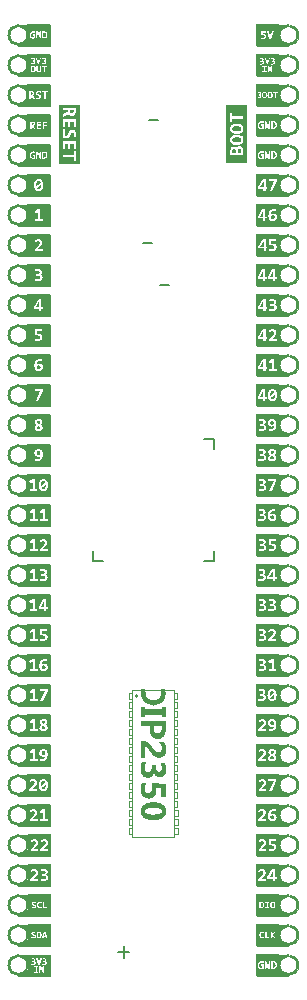
<source format=gto>
G04*
G04 #@! TF.GenerationSoftware,Altium Limited,Altium Designer,25.4.2 (15)*
G04*
G04 Layer_Color=65535*
%FSLAX44Y44*%
%MOMM*%
G71*
G04*
G04 #@! TF.SameCoordinates,8C631885-24FB-4105-B1F4-A81627B1BDD2*
G04*
G04*
G04 #@! TF.FilePolarity,Positive*
G04*
G01*
G75*
%ADD10C,0.1800*%
%ADD11C,0.1000*%
%ADD12C,0.3810*%
%ADD13C,0.1500*%
%ADD14C,0.1524*%
%ADD15R,0.3810X0.3048*%
G36*
X-87680Y384810D02*
X-114300D01*
X-106680Y389164D01*
Y398236D01*
X-114300Y402590D01*
X-106680D01*
Y402810D01*
X-87680D01*
Y384810D01*
D02*
G37*
G36*
X106180Y402590D02*
X114300D01*
X106180Y397950D01*
Y389450D01*
X114300Y384810D01*
X106180D01*
Y384700D01*
X86860D01*
Y402700D01*
X106180D01*
Y402590D01*
D02*
G37*
G36*
X106020Y377190D02*
X114300D01*
X106020Y372459D01*
Y368758D01*
Y364142D01*
X114300Y359410D01*
X106020D01*
Y359300D01*
X87020D01*
Y368758D01*
Y377300D01*
X106020D01*
Y377190D01*
D02*
G37*
G36*
X-87680Y368851D02*
Y359300D01*
X-106680D01*
Y359410D01*
X-114300D01*
X-106680Y363764D01*
Y368851D01*
Y372836D01*
X-114300Y377190D01*
X-106680D01*
Y377300D01*
X-87680D01*
Y368851D01*
D02*
G37*
G36*
X106020Y351790D02*
X114300D01*
X106020Y347059D01*
Y338741D01*
X114300Y334010D01*
X106020D01*
Y333900D01*
X87020D01*
Y351900D01*
X106020D01*
Y351790D01*
D02*
G37*
G36*
X-87680Y333900D02*
X-106680D01*
Y334010D01*
X-114300D01*
X-106680Y338364D01*
Y347436D01*
X-114300Y351790D01*
X-106680D01*
Y351900D01*
X-87680D01*
Y333900D01*
D02*
G37*
G36*
X106020Y326390D02*
X114300D01*
X106020Y321659D01*
Y313342D01*
X114300Y308610D01*
X106020D01*
Y308500D01*
X87020D01*
Y326500D01*
X106020D01*
Y326390D01*
D02*
G37*
G36*
X-87680Y308500D02*
X-106680D01*
Y308610D01*
X-114300D01*
X-106680Y312964D01*
Y322036D01*
X-114300Y326390D01*
X-106680D01*
Y326500D01*
X-87680D01*
Y308500D01*
D02*
G37*
G36*
X79580Y284988D02*
X61580D01*
Y334772D01*
X79580D01*
Y284988D01*
D02*
G37*
G36*
X-62298Y284924D02*
X-80298D01*
Y334708D01*
X-62298D01*
Y284924D01*
D02*
G37*
G36*
X106020Y300990D02*
X114300D01*
X106020Y296259D01*
Y287941D01*
X114300Y283210D01*
X106020D01*
Y283100D01*
X87020D01*
Y301100D01*
X106020D01*
Y300990D01*
D02*
G37*
G36*
X-87680Y283100D02*
X-106680D01*
Y283210D01*
X-114300D01*
X-106680Y287564D01*
Y296636D01*
X-114300Y300990D01*
X-106680D01*
Y301100D01*
X-87680D01*
Y283100D01*
D02*
G37*
G36*
X106020Y275590D02*
X114300D01*
X106020Y270859D01*
Y262542D01*
X114300Y257810D01*
X106020D01*
Y257700D01*
X87020D01*
Y275700D01*
X106020D01*
Y275590D01*
D02*
G37*
G36*
X-87680Y257700D02*
X-106680D01*
Y257810D01*
X-114300D01*
X-106680Y262164D01*
Y271236D01*
X-114300Y275590D01*
X-106680D01*
Y275700D01*
X-87680D01*
Y257700D01*
D02*
G37*
G36*
X106020Y250190D02*
X114300D01*
X106020Y245459D01*
Y237141D01*
X114300Y232410D01*
X106020D01*
Y232300D01*
X87020D01*
Y250300D01*
X106020D01*
Y250190D01*
D02*
G37*
G36*
X-87680Y232300D02*
X-106680D01*
Y232410D01*
X-114300D01*
X-106680Y236764D01*
Y245836D01*
X-114300Y250190D01*
X-106680D01*
Y250300D01*
X-87680D01*
Y232300D01*
D02*
G37*
G36*
X106020Y224790D02*
X114300D01*
X106020Y220059D01*
Y211742D01*
X114300Y207010D01*
X106020D01*
Y206900D01*
X87020D01*
Y224900D01*
X106020D01*
Y224790D01*
D02*
G37*
G36*
X-87680Y206900D02*
X-106680D01*
Y207010D01*
X-114300D01*
X-106680Y211364D01*
Y220436D01*
X-114300Y224790D01*
X-106680D01*
Y224900D01*
X-87680D01*
Y206900D01*
D02*
G37*
G36*
X106020Y199390D02*
X114300D01*
X106020Y194659D01*
Y186341D01*
X114300Y181610D01*
X106020D01*
Y181500D01*
X87020D01*
Y199500D01*
X106020D01*
Y199390D01*
D02*
G37*
G36*
X-87680Y181500D02*
X-106680D01*
Y181610D01*
X-114300D01*
X-106680Y185964D01*
Y195036D01*
X-114300Y199390D01*
X-106680D01*
Y199500D01*
X-87680D01*
Y181500D01*
D02*
G37*
G36*
X106020Y173990D02*
X114300D01*
X106020Y169259D01*
Y160942D01*
X114300Y156210D01*
X106020D01*
Y156100D01*
X87020D01*
Y174100D01*
X106020D01*
Y173990D01*
D02*
G37*
G36*
X-87680Y156100D02*
X-106680D01*
Y156210D01*
X-114300D01*
X-106680Y160564D01*
Y169636D01*
X-114300Y173990D01*
X-106680D01*
Y174100D01*
X-87680D01*
Y156100D01*
D02*
G37*
G36*
X106020Y148590D02*
X114300D01*
X106020Y143859D01*
Y135541D01*
X114300Y130810D01*
X106020D01*
Y130700D01*
X87020D01*
Y148700D01*
X106020D01*
Y148590D01*
D02*
G37*
G36*
X-87680Y130700D02*
X-106680D01*
Y130810D01*
X-114300D01*
X-106680Y135164D01*
Y144236D01*
X-114300Y148590D01*
X-106680D01*
Y148700D01*
X-87680D01*
Y130700D01*
D02*
G37*
G36*
X106020Y123190D02*
X114300D01*
X106020Y118459D01*
Y110141D01*
X114300Y105410D01*
X106020D01*
Y105300D01*
X87020D01*
Y123300D01*
X106020D01*
Y123190D01*
D02*
G37*
G36*
X-87680Y105300D02*
X-106680D01*
Y105410D01*
X-114300D01*
X-106680Y109764D01*
Y118836D01*
X-114300Y123190D01*
X-106680D01*
Y123300D01*
X-87680D01*
Y105300D01*
D02*
G37*
G36*
X106020Y97790D02*
X114300D01*
X106020Y93059D01*
Y84741D01*
X114300Y80010D01*
X106020D01*
Y79900D01*
X87020D01*
Y97900D01*
X106020D01*
Y97790D01*
D02*
G37*
G36*
X-87680Y79900D02*
X-106680D01*
Y80010D01*
X-114300D01*
X-106680Y84364D01*
Y93436D01*
X-114300Y97790D01*
X-106680D01*
Y97900D01*
X-87680D01*
Y79900D01*
D02*
G37*
G36*
X106020Y72390D02*
X114300D01*
X106020Y67659D01*
Y59342D01*
X114300Y54610D01*
X106020D01*
Y54500D01*
X87020D01*
Y72500D01*
X106020D01*
Y72390D01*
D02*
G37*
G36*
X-87680Y54500D02*
X-106680D01*
Y54610D01*
X-114300D01*
X-106680Y58964D01*
Y68036D01*
X-114300Y72390D01*
X-106680D01*
Y72500D01*
X-87680D01*
Y54500D01*
D02*
G37*
G36*
X106020Y46990D02*
X114300D01*
X106020Y42259D01*
Y33942D01*
X114300Y29210D01*
X106020D01*
Y29100D01*
X87020D01*
Y47100D01*
X106020D01*
Y46990D01*
D02*
G37*
G36*
X-87680Y29100D02*
X-106680D01*
Y29210D01*
X-114300D01*
X-106680Y33564D01*
Y42636D01*
X-114300Y46990D01*
X-106680D01*
Y47100D01*
X-87680D01*
Y29100D01*
D02*
G37*
G36*
X106020Y21590D02*
X114300D01*
X106020Y16859D01*
Y8541D01*
X114300Y3810D01*
X106020D01*
Y3700D01*
X87020D01*
Y21700D01*
X106020D01*
Y21590D01*
D02*
G37*
G36*
X-87680Y3700D02*
X-106680D01*
Y3810D01*
X-114300D01*
X-106680Y8164D01*
Y17236D01*
X-114300Y21590D01*
X-106680D01*
Y21700D01*
X-87680D01*
Y3700D01*
D02*
G37*
G36*
X106020Y-3810D02*
X114300D01*
X106020Y-8541D01*
Y-16859D01*
X114300Y-21590D01*
X106020D01*
Y-21700D01*
X87020D01*
Y-3700D01*
X106020D01*
Y-3810D01*
D02*
G37*
G36*
X-87680Y-21700D02*
X-106680D01*
Y-21590D01*
X-114300D01*
X-106680Y-17236D01*
Y-8164D01*
X-114300Y-3810D01*
X-106680D01*
Y-3700D01*
X-87680D01*
Y-21700D01*
D02*
G37*
G36*
X106020Y-29210D02*
X114300D01*
X106020Y-33941D01*
Y-42259D01*
X114300Y-46990D01*
X106020D01*
Y-47100D01*
X87020D01*
Y-29100D01*
X106020D01*
Y-29210D01*
D02*
G37*
G36*
X-87680Y-47100D02*
X-106680D01*
Y-46990D01*
X-114300D01*
X-106680Y-42636D01*
Y-33564D01*
X-114300Y-29210D01*
X-106680D01*
Y-29100D01*
X-87680D01*
Y-47100D01*
D02*
G37*
G36*
X106020Y-54610D02*
X114300D01*
X106020Y-59341D01*
Y-67659D01*
X114300Y-72390D01*
X106020D01*
Y-72500D01*
X87020D01*
Y-54500D01*
X106020D01*
Y-54610D01*
D02*
G37*
G36*
X-87680Y-72500D02*
X-106680D01*
Y-72390D01*
X-114300D01*
X-106680Y-68036D01*
Y-58964D01*
X-114300Y-54610D01*
X-106680D01*
Y-54500D01*
X-87680D01*
Y-72500D01*
D02*
G37*
G36*
X106020Y-80010D02*
X114300D01*
X106020Y-84741D01*
Y-93059D01*
X114300Y-97790D01*
X106020D01*
Y-97900D01*
X87020D01*
Y-79900D01*
X106020D01*
Y-80010D01*
D02*
G37*
G36*
X-87680Y-97900D02*
X-106680D01*
Y-97790D01*
X-114300D01*
X-106680Y-93436D01*
Y-84364D01*
X-114300Y-80010D01*
X-106680D01*
Y-79900D01*
X-87680D01*
Y-97900D01*
D02*
G37*
G36*
X106020Y-105410D02*
X114300D01*
X106020Y-110141D01*
Y-118458D01*
X114300Y-123190D01*
X106020D01*
Y-123300D01*
X87020D01*
Y-105300D01*
X106020D01*
Y-105410D01*
D02*
G37*
G36*
X-87680Y-123300D02*
X-106680D01*
Y-123190D01*
X-114300D01*
X-106680Y-118836D01*
Y-109764D01*
X-114300Y-105410D01*
X-106680D01*
Y-105300D01*
X-87680D01*
Y-123300D01*
D02*
G37*
G36*
X106020Y-130810D02*
X114300D01*
X106020Y-135541D01*
Y-143858D01*
X114300Y-148590D01*
X106020D01*
Y-148700D01*
X87020D01*
Y-130700D01*
X106020D01*
Y-130810D01*
D02*
G37*
G36*
X-87680Y-148700D02*
X-106680D01*
Y-148590D01*
X-114300D01*
X-106680Y-144236D01*
Y-135164D01*
X-114300Y-130810D01*
X-106680D01*
Y-130700D01*
X-87680D01*
Y-148700D01*
D02*
G37*
G36*
X106020Y-156210D02*
X114300D01*
X106020Y-160941D01*
Y-169258D01*
X114300Y-173990D01*
X106020D01*
Y-174100D01*
X87020D01*
Y-156100D01*
X106020D01*
Y-156210D01*
D02*
G37*
G36*
X-87680Y-174100D02*
X-106680D01*
Y-173990D01*
X-114300D01*
X-106680Y-169636D01*
Y-160564D01*
X-114300Y-156210D01*
X-106680D01*
Y-156100D01*
X-87680D01*
Y-174100D01*
D02*
G37*
G36*
X106020Y-181610D02*
X114300D01*
X106020Y-186341D01*
Y-194659D01*
X114300Y-199390D01*
X106020D01*
Y-199500D01*
X87020D01*
Y-181500D01*
X106020D01*
Y-181610D01*
D02*
G37*
G36*
X-87680Y-199500D02*
X-106680D01*
Y-199390D01*
X-114300D01*
X-106680Y-195036D01*
Y-185964D01*
X-114300Y-181610D01*
X-106680D01*
Y-181500D01*
X-87680D01*
Y-199500D01*
D02*
G37*
G36*
X106020Y-207010D02*
X114300D01*
X106020Y-211741D01*
Y-220058D01*
X114300Y-224790D01*
X106020D01*
Y-224900D01*
X87020D01*
Y-206900D01*
X106020D01*
Y-207010D01*
D02*
G37*
G36*
X-87680Y-224900D02*
X-106680D01*
Y-224790D01*
X-114300D01*
X-106680Y-220436D01*
Y-211364D01*
X-114300Y-207010D01*
X-106680D01*
Y-206900D01*
X-87680D01*
Y-224900D01*
D02*
G37*
G36*
X106020Y-232410D02*
X114300D01*
X106020Y-237141D01*
Y-245459D01*
X114300Y-250190D01*
X106020D01*
Y-250300D01*
X87020D01*
Y-232300D01*
X106020D01*
Y-232410D01*
D02*
G37*
G36*
X-87680Y-250300D02*
X-106680D01*
Y-250190D01*
X-114300D01*
X-106680Y-245836D01*
Y-236764D01*
X-114300Y-232410D01*
X-106680D01*
Y-232300D01*
X-87680D01*
Y-250300D01*
D02*
G37*
G36*
X106020Y-257810D02*
X114300D01*
X106020Y-262541D01*
Y-270858D01*
X114300Y-275590D01*
X106020D01*
Y-275700D01*
X87020D01*
Y-257700D01*
X106020D01*
Y-257810D01*
D02*
G37*
G36*
X-87680Y-275700D02*
X-106680D01*
Y-275590D01*
X-114300D01*
X-106680Y-271236D01*
Y-262164D01*
X-114300Y-257810D01*
X-106680D01*
Y-257700D01*
X-87680D01*
Y-275700D01*
D02*
G37*
G36*
X106020Y-283210D02*
X114300D01*
X106020Y-287941D01*
Y-296259D01*
X114300Y-300990D01*
X106020D01*
Y-301100D01*
X87020D01*
Y-283100D01*
X106020D01*
Y-283210D01*
D02*
G37*
G36*
X-87020Y-301100D02*
X-106020D01*
Y-300990D01*
X-114300D01*
X-106020Y-296259D01*
Y-287941D01*
X-114300Y-283210D01*
X-106020D01*
Y-283100D01*
X-87020D01*
Y-301100D01*
D02*
G37*
G36*
X106020Y-308610D02*
X114300D01*
X106020Y-313341D01*
Y-321659D01*
X114300Y-326390D01*
X106020D01*
Y-326500D01*
X87020D01*
Y-308500D01*
X106020D01*
Y-308610D01*
D02*
G37*
G36*
X-87020Y-326500D02*
X-106020D01*
Y-326390D01*
X-114300D01*
X-106020Y-321659D01*
Y-313341D01*
X-114300Y-308610D01*
X-106020D01*
Y-308500D01*
X-87020D01*
Y-326500D01*
D02*
G37*
G36*
X106020Y-334010D02*
X114300D01*
X106020Y-338741D01*
Y-347058D01*
X114300Y-351790D01*
X106020D01*
Y-351900D01*
X87020D01*
Y-333900D01*
X106020D01*
Y-334010D01*
D02*
G37*
G36*
X-87020Y-351900D02*
X-106020D01*
Y-351790D01*
X-114300D01*
X-106020Y-347058D01*
Y-338741D01*
X-114300Y-334010D01*
X-106020D01*
Y-333900D01*
X-87020D01*
Y-351900D01*
D02*
G37*
G36*
X106020Y-359410D02*
X114300D01*
X106020Y-364141D01*
Y-372458D01*
X114300Y-377190D01*
X106020D01*
Y-377300D01*
X87020D01*
Y-359300D01*
X106020D01*
Y-359410D01*
D02*
G37*
G36*
X-87020Y-377300D02*
X-106020D01*
Y-377190D01*
X-114300D01*
X-106020Y-372458D01*
Y-364141D01*
X-114300Y-359410D01*
X-106020D01*
Y-359300D01*
X-87020D01*
Y-377300D01*
D02*
G37*
G36*
X106020Y-384810D02*
X114300D01*
X106020Y-389541D01*
Y-397859D01*
X114300Y-402590D01*
X106020D01*
Y-402700D01*
X87020D01*
Y-384700D01*
X106020D01*
Y-384810D01*
D02*
G37*
G36*
X-105410Y-385000D02*
X-87280D01*
Y-393542D01*
Y-403000D01*
X-106280D01*
Y-402590D01*
X-114300D01*
X-106280Y-398007D01*
Y-393542D01*
Y-389393D01*
X-114300Y-384810D01*
X-105410D01*
Y-385000D01*
D02*
G37*
G36*
X10522Y-183724D02*
X6857D01*
Y-181975D01*
X-6857D01*
Y-183724D01*
X-10522D01*
Y-175479D01*
X-6857D01*
Y-177228D01*
X6857D01*
Y-175479D01*
X10522D01*
Y-183724D01*
D02*
G37*
G36*
Y-194524D02*
X10494Y-194718D01*
X10466Y-194913D01*
X10439Y-195162D01*
X10411Y-195440D01*
X10328Y-196023D01*
X10161Y-196717D01*
X9967Y-197411D01*
X9689Y-198161D01*
X9328Y-198910D01*
X8884Y-199632D01*
X8329Y-200298D01*
X8023Y-200604D01*
X7690Y-200881D01*
X7329Y-201159D01*
X6913Y-201409D01*
X6496Y-201603D01*
X6025Y-201798D01*
X5525Y-201936D01*
X4997Y-202047D01*
X4414Y-202103D01*
X3803Y-202131D01*
X3776D01*
X3665D01*
X3498Y-202103D01*
X3276D01*
X2998Y-202075D01*
X2693Y-202020D01*
X2360Y-201936D01*
X1971Y-201853D01*
X1583Y-201714D01*
X1166Y-201576D01*
X722Y-201381D01*
X305Y-201159D01*
X-139Y-200909D01*
X-555Y-200604D01*
X-944Y-200243D01*
X-1332Y-199854D01*
X-1360Y-199827D01*
X-1416Y-199743D01*
X-1499Y-199632D01*
X-1638Y-199438D01*
X-1777Y-199216D01*
X-1943Y-198938D01*
X-2110Y-198605D01*
X-2304Y-198244D01*
X-2471Y-197828D01*
X-2665Y-197356D01*
X-2832Y-196856D01*
X-2970Y-196328D01*
X-3109Y-195745D01*
X-3193Y-195107D01*
X-3248Y-194441D01*
X-3276Y-193747D01*
Y-191498D01*
X-10522D01*
Y-186751D01*
X10522D01*
Y-194524D01*
D02*
G37*
G36*
X-8356Y-204046D02*
X-7968Y-204102D01*
X-7523Y-204157D01*
X-7052Y-204241D01*
X-6552Y-204380D01*
X-6052Y-204574D01*
X-6024D01*
X-5997Y-204602D01*
X-5830Y-204685D01*
X-5580Y-204796D01*
X-5275Y-204963D01*
X-4914Y-205157D01*
X-4553Y-205379D01*
X-4137Y-205657D01*
X-3748Y-205934D01*
X-3692Y-205962D01*
X-3581Y-206073D01*
X-3387Y-206239D01*
X-3137Y-206462D01*
X-2859Y-206739D01*
X-2554Y-207045D01*
X-2249Y-207378D01*
X-1943Y-207739D01*
X-1916Y-207794D01*
X-1805Y-207905D01*
X-1666Y-208100D01*
X-1471Y-208349D01*
X-1249Y-208627D01*
X-1027Y-208932D01*
X-527Y-209599D01*
X-500Y-209627D01*
X-416Y-209765D01*
X-278Y-209932D01*
X-111Y-210154D01*
X83Y-210404D01*
X278Y-210654D01*
X722Y-211209D01*
X750Y-211237D01*
X833Y-211320D01*
X944Y-211459D01*
X1111Y-211625D01*
X1471Y-211986D01*
X1916Y-212375D01*
X1943Y-212403D01*
X2027Y-212458D01*
X2138Y-212542D01*
X2304Y-212653D01*
X2471Y-212764D01*
X2693Y-212903D01*
X3137Y-213097D01*
X3165D01*
X3248Y-213125D01*
X3359Y-213180D01*
X3526Y-213236D01*
X3720Y-213263D01*
X3942Y-213319D01*
X4442Y-213347D01*
X4470D01*
X4498D01*
X4664D01*
X4914Y-213319D01*
X5219Y-213263D01*
X5525Y-213152D01*
X5886Y-213013D01*
X6191Y-212819D01*
X6469Y-212569D01*
X6496Y-212542D01*
X6580Y-212430D01*
X6691Y-212236D01*
X6830Y-211986D01*
X6941Y-211681D01*
X7052Y-211264D01*
X7135Y-210793D01*
X7163Y-210237D01*
Y-209960D01*
X7135Y-209765D01*
X7107Y-209543D01*
X7052Y-209238D01*
X6996Y-208932D01*
X6885Y-208572D01*
X6774Y-208183D01*
X6635Y-207766D01*
X6469Y-207350D01*
X6274Y-206906D01*
X6025Y-206434D01*
X5719Y-205990D01*
X5414Y-205518D01*
X5025Y-205046D01*
X9106D01*
X9134Y-205074D01*
X9189Y-205185D01*
X9273Y-205323D01*
X9384Y-205518D01*
X9523Y-205795D01*
X9661Y-206101D01*
X9828Y-206462D01*
X9995Y-206850D01*
X10161Y-207295D01*
X10328Y-207766D01*
X10466Y-208266D01*
X10605Y-208821D01*
X10716Y-209377D01*
X10800Y-209987D01*
X10855Y-210598D01*
X10883Y-211237D01*
Y-211514D01*
X10855Y-211820D01*
X10827Y-212208D01*
X10772Y-212653D01*
X10689Y-213125D01*
X10577Y-213624D01*
X10439Y-214096D01*
Y-214124D01*
X10411Y-214152D01*
X10355Y-214318D01*
X10272Y-214540D01*
X10133Y-214846D01*
X9967Y-215179D01*
X9772Y-215540D01*
X9523Y-215901D01*
X9245Y-216262D01*
X9217Y-216290D01*
X9106Y-216401D01*
X8939Y-216567D01*
X8717Y-216761D01*
X8440Y-216984D01*
X8134Y-217206D01*
X7746Y-217400D01*
X7357Y-217594D01*
X7301Y-217622D01*
X7163Y-217678D01*
X6941Y-217733D01*
X6635Y-217844D01*
X6274Y-217927D01*
X5858Y-217983D01*
X5386Y-218039D01*
X4886Y-218066D01*
X4859D01*
X4831D01*
X4747D01*
X4636D01*
X4359Y-218039D01*
X4026Y-218011D01*
X3609Y-217955D01*
X3193Y-217872D01*
X2749Y-217761D01*
X2304Y-217622D01*
X2249Y-217594D01*
X2110Y-217539D01*
X1888Y-217456D01*
X1610Y-217317D01*
X1305Y-217150D01*
X972Y-216928D01*
X611Y-216706D01*
X250Y-216428D01*
X222Y-216401D01*
X83Y-216290D01*
X-83Y-216151D01*
X-305Y-215928D01*
X-555Y-215679D01*
X-861Y-215373D01*
X-1138Y-215068D01*
X-1444Y-214707D01*
X-1471Y-214652D01*
X-1582Y-214540D01*
X-1721Y-214346D01*
X-1916Y-214096D01*
X-2138Y-213791D01*
X-2415Y-213458D01*
X-2943Y-212708D01*
X-2970Y-212680D01*
X-3026Y-212597D01*
X-3137Y-212458D01*
X-3248Y-212292D01*
X-3415Y-212070D01*
X-3581Y-211847D01*
X-3942Y-211348D01*
X-3970Y-211320D01*
X-4025Y-211237D01*
X-4109Y-211098D01*
X-4248Y-210959D01*
X-4525Y-210570D01*
X-4886Y-210182D01*
X-4914Y-210154D01*
X-4969Y-210098D01*
X-5053Y-210015D01*
X-5192Y-209904D01*
X-5469Y-209654D01*
X-5830Y-209404D01*
X-5858D01*
X-5913Y-209349D01*
X-5997Y-209321D01*
X-6108Y-209266D01*
X-6385Y-209155D01*
X-6524Y-209127D01*
X-6691Y-209099D01*
Y-218039D01*
X-10522D01*
Y-204019D01*
X-8939D01*
X-8912D01*
X-8856D01*
X-8773D01*
X-8662D01*
X-8356Y-204046D01*
D02*
G37*
G36*
X-5830Y-221842D02*
X-5858Y-221925D01*
X-5941Y-222036D01*
X-6052Y-222203D01*
X-6163Y-222397D01*
X-6302Y-222647D01*
X-6441Y-222925D01*
X-6580Y-223230D01*
X-6718Y-223591D01*
X-6857Y-223952D01*
X-6996Y-224368D01*
X-7107Y-224813D01*
X-7301Y-225729D01*
X-7329Y-226228D01*
X-7357Y-226756D01*
Y-227061D01*
X-7329Y-227367D01*
X-7274Y-227755D01*
X-7163Y-228199D01*
X-7052Y-228671D01*
X-6857Y-229116D01*
X-6607Y-229504D01*
X-6580Y-229560D01*
X-6468Y-229671D01*
X-6302Y-229810D01*
X-6052Y-230004D01*
X-5747Y-230198D01*
X-5386Y-230337D01*
X-4942Y-230448D01*
X-4470Y-230504D01*
X-4442D01*
X-4414D01*
X-4248Y-230476D01*
X-3970Y-230448D01*
X-3665Y-230365D01*
X-3331Y-230198D01*
X-2970Y-229976D01*
X-2610Y-229699D01*
X-2443Y-229504D01*
X-2304Y-229282D01*
X-2276Y-229227D01*
X-2193Y-229060D01*
X-2054Y-228782D01*
X-1916Y-228394D01*
X-1777Y-227922D01*
X-1638Y-227339D01*
X-1555Y-226672D01*
X-1527Y-225923D01*
Y-223980D01*
X2027D01*
Y-225951D01*
X2054Y-226173D01*
X2082Y-226423D01*
X2110Y-226728D01*
X2165Y-227089D01*
X2249Y-227450D01*
X2360Y-227838D01*
X2526Y-228227D01*
X2693Y-228588D01*
X2915Y-228949D01*
X3193Y-229254D01*
X3498Y-229504D01*
X3859Y-229726D01*
X4303Y-229837D01*
X4775Y-229893D01*
X4803D01*
X4886D01*
X5025Y-229865D01*
X5164Y-229837D01*
X5358Y-229810D01*
X5580Y-229726D01*
X5802Y-229615D01*
X6052Y-229504D01*
X6302Y-229338D01*
X6524Y-229116D01*
X6746Y-228866D01*
X6941Y-228560D01*
X7107Y-228199D01*
X7218Y-227783D01*
X7301Y-227283D01*
X7329Y-226728D01*
Y-226534D01*
X7301Y-226367D01*
Y-226173D01*
X7246Y-225951D01*
X7218Y-225701D01*
X7163Y-225423D01*
X6996Y-224813D01*
X6746Y-224118D01*
X6607Y-223730D01*
X6413Y-223369D01*
X6219Y-223008D01*
X5969Y-222619D01*
X9745D01*
Y-222647D01*
X9800Y-222730D01*
X9856Y-222841D01*
X9911Y-223008D01*
X10022Y-223230D01*
X10106Y-223480D01*
X10217Y-223757D01*
X10328Y-224091D01*
X10411Y-224452D01*
X10522Y-224868D01*
X10633Y-225284D01*
X10716Y-225729D01*
X10827Y-226728D01*
X10883Y-227783D01*
Y-228088D01*
X10855Y-228311D01*
X10827Y-228588D01*
X10800Y-228894D01*
X10772Y-229254D01*
X10689Y-229615D01*
X10522Y-230420D01*
X10272Y-231253D01*
X10106Y-231670D01*
X9911Y-232086D01*
X9661Y-232447D01*
X9412Y-232808D01*
X9384Y-232836D01*
X9356Y-232891D01*
X9273Y-232974D01*
X9162Y-233086D01*
X8995Y-233224D01*
X8828Y-233391D01*
X8634Y-233530D01*
X8412Y-233724D01*
X7857Y-234030D01*
X7218Y-234335D01*
X6857Y-234446D01*
X6469Y-234529D01*
X6052Y-234585D01*
X5636Y-234613D01*
X5580D01*
X5469D01*
X5247Y-234585D01*
X4970Y-234557D01*
X4664Y-234474D01*
X4275Y-234390D01*
X3887Y-234252D01*
X3443Y-234085D01*
X2998Y-233863D01*
X2582Y-233585D01*
X2138Y-233252D01*
X1721Y-232836D01*
X1333Y-232364D01*
X1000Y-231808D01*
X694Y-231170D01*
X472Y-230420D01*
X389D01*
Y-230532D01*
X361Y-230643D01*
X333Y-230781D01*
X278Y-230976D01*
X222Y-231198D01*
X83Y-231698D01*
X-139Y-232281D01*
X-416Y-232864D01*
X-777Y-233419D01*
X-1221Y-233946D01*
X-1249Y-233974D01*
X-1277Y-234002D01*
X-1360Y-234057D01*
X-1471Y-234141D01*
X-1749Y-234363D01*
X-2138Y-234613D01*
X-2610Y-234835D01*
X-3165Y-235057D01*
X-3803Y-235196D01*
X-4164Y-235251D01*
X-4525D01*
X-4553D01*
X-4664D01*
X-4803D01*
X-4997Y-235223D01*
X-5247Y-235196D01*
X-5552Y-235140D01*
X-5858Y-235057D01*
X-6219Y-234973D01*
X-6580Y-234862D01*
X-6968Y-234724D01*
X-7357Y-234557D01*
X-7746Y-234335D01*
X-8106Y-234085D01*
X-8495Y-233807D01*
X-8856Y-233474D01*
X-9189Y-233086D01*
X-9217Y-233058D01*
X-9273Y-232974D01*
X-9356Y-232864D01*
X-9439Y-232697D01*
X-9578Y-232475D01*
X-9717Y-232197D01*
X-9883Y-231892D01*
X-10022Y-231531D01*
X-10189Y-231115D01*
X-10355Y-230670D01*
X-10494Y-230198D01*
X-10605Y-229643D01*
X-10716Y-229088D01*
X-10799Y-228477D01*
X-10855Y-227811D01*
X-10883Y-227117D01*
Y-226811D01*
X-10855Y-226589D01*
Y-226312D01*
X-10827Y-225979D01*
X-10799Y-225618D01*
X-10744Y-225229D01*
X-10633Y-224396D01*
X-10438Y-223508D01*
X-10189Y-222619D01*
X-10022Y-222203D01*
X-9855Y-221814D01*
X-5802D01*
X-5830Y-221842D01*
D02*
G37*
G36*
X-6052Y-239526D02*
X-6080Y-239610D01*
X-6135Y-239721D01*
X-6219Y-239860D01*
X-6330Y-240082D01*
X-6441Y-240304D01*
X-6552Y-240581D01*
X-6691Y-240887D01*
X-6802Y-241192D01*
X-6941Y-241553D01*
X-7135Y-242330D01*
X-7301Y-243191D01*
X-7329Y-243635D01*
X-7357Y-244079D01*
Y-244246D01*
X-7329Y-244385D01*
X-7301Y-244718D01*
X-7246Y-245134D01*
X-7135Y-245579D01*
X-6996Y-246050D01*
X-6774Y-246523D01*
X-6496Y-246939D01*
X-6441Y-246994D01*
X-6330Y-247106D01*
X-6135Y-247272D01*
X-5858Y-247466D01*
X-5525Y-247661D01*
X-5108Y-247827D01*
X-4636Y-247938D01*
X-4109Y-247994D01*
X-4081D01*
X-3970D01*
X-3831Y-247966D01*
X-3609Y-247938D01*
X-3387Y-247855D01*
X-3109Y-247772D01*
X-2832Y-247633D01*
X-2526Y-247439D01*
X-2249Y-247216D01*
X-1971Y-246911D01*
X-1693Y-246550D01*
X-1471Y-246134D01*
X-1249Y-245634D01*
X-1110Y-245051D01*
X-999Y-244357D01*
X-972Y-243580D01*
Y-242941D01*
X-999Y-242747D01*
Y-242497D01*
X-1027Y-241942D01*
X-1083Y-241303D01*
X-1138Y-240581D01*
X-1221Y-239804D01*
X10522Y-240609D01*
Y-251742D01*
X6719D01*
Y-244135D01*
X2526Y-243857D01*
Y-243913D01*
X2554Y-244052D01*
Y-244246D01*
X2582Y-244524D01*
Y-244829D01*
X2610Y-245134D01*
Y-246106D01*
X2582Y-246328D01*
X2554Y-246606D01*
X2526Y-246939D01*
X2471Y-247272D01*
X2388Y-247661D01*
X2193Y-248466D01*
X2054Y-248882D01*
X1888Y-249326D01*
X1694Y-249743D01*
X1444Y-250132D01*
X1194Y-250520D01*
X888Y-250881D01*
X861Y-250909D01*
X805Y-250964D01*
X722Y-251048D01*
X583Y-251159D01*
X417Y-251298D01*
X194Y-251464D01*
X-28Y-251631D01*
X-305Y-251797D01*
X-639Y-251964D01*
X-972Y-252131D01*
X-1360Y-252297D01*
X-1749Y-252436D01*
X-2193Y-252547D01*
X-2665Y-252630D01*
X-3165Y-252686D01*
X-3692Y-252714D01*
X-3720D01*
X-3831D01*
X-3998D01*
X-4220Y-252686D01*
X-4497Y-252658D01*
X-4803Y-252602D01*
X-5136Y-252519D01*
X-5525Y-252436D01*
X-5941Y-252325D01*
X-6357Y-252186D01*
X-6774Y-251992D01*
X-7218Y-251797D01*
X-7662Y-251548D01*
X-8079Y-251242D01*
X-8495Y-250909D01*
X-8884Y-250520D01*
X-8912Y-250492D01*
X-8967Y-250409D01*
X-9078Y-250298D01*
X-9189Y-250132D01*
X-9356Y-249909D01*
X-9522Y-249632D01*
X-9689Y-249326D01*
X-9883Y-248966D01*
X-10078Y-248549D01*
X-10244Y-248105D01*
X-10411Y-247633D01*
X-10577Y-247106D01*
X-10688Y-246523D01*
X-10799Y-245940D01*
X-10855Y-245301D01*
X-10883Y-244607D01*
Y-244301D01*
X-10855Y-244107D01*
Y-243830D01*
X-10827Y-243524D01*
X-10799Y-243191D01*
X-10772Y-242830D01*
X-10661Y-242025D01*
X-10494Y-241164D01*
X-10300Y-240304D01*
X-9994Y-239499D01*
X-6024D01*
X-6052Y-239526D01*
D02*
G37*
G36*
X194Y-255739D02*
X555D01*
X1027Y-255767D01*
X1555Y-255823D01*
X2138Y-255878D01*
X2749Y-255962D01*
X3415Y-256073D01*
X4109Y-256211D01*
X4803Y-256378D01*
X5497Y-256572D01*
X6163Y-256794D01*
X6830Y-257072D01*
X7440Y-257377D01*
X7996Y-257738D01*
X8023Y-257766D01*
X8134Y-257822D01*
X8273Y-257960D01*
X8440Y-258127D01*
X8662Y-258321D01*
X8912Y-258599D01*
X9162Y-258877D01*
X9439Y-259238D01*
X9717Y-259626D01*
X9967Y-260070D01*
X10217Y-260570D01*
X10439Y-261098D01*
X10605Y-261653D01*
X10772Y-262291D01*
X10855Y-262958D01*
X10883Y-263652D01*
Y-263846D01*
X10855Y-263957D01*
Y-264124D01*
X10800Y-264318D01*
X10716Y-264790D01*
X10550Y-265345D01*
X10328Y-265984D01*
X9995Y-266622D01*
X9772Y-266983D01*
X9550Y-267316D01*
X9273Y-267649D01*
X8967Y-268010D01*
X8634Y-268344D01*
X8273Y-268677D01*
X7857Y-268982D01*
X7385Y-269287D01*
X6885Y-269565D01*
X6358Y-269843D01*
X5747Y-270093D01*
X5108Y-270315D01*
X4442Y-270509D01*
X3692Y-270676D01*
X2887Y-270814D01*
X2027Y-270898D01*
X1111Y-270953D01*
X139Y-270981D01*
X111D01*
X83D01*
X0D01*
X-83D01*
X-361D01*
X-750Y-270953D01*
X-1194Y-270926D01*
X-1693Y-270870D01*
X-2276Y-270814D01*
X-2887Y-270731D01*
X-3553Y-270620D01*
X-4220Y-270481D01*
X-4886Y-270343D01*
X-5580Y-270148D01*
X-6246Y-269898D01*
X-6885Y-269648D01*
X-7496Y-269343D01*
X-8051Y-268982D01*
X-8079Y-268954D01*
X-8162Y-268899D01*
X-8301Y-268760D01*
X-8495Y-268621D01*
X-8717Y-268399D01*
X-8939Y-268149D01*
X-9189Y-267844D01*
X-9467Y-267511D01*
X-9717Y-267122D01*
X-9994Y-266706D01*
X-10216Y-266234D01*
X-10438Y-265706D01*
X-10633Y-265151D01*
X-10772Y-264568D01*
X-10855Y-263929D01*
X-10883Y-263235D01*
Y-263041D01*
X-10855Y-262902D01*
Y-262736D01*
X-10799Y-262541D01*
X-10716Y-262069D01*
X-10550Y-261486D01*
X-10328Y-260848D01*
X-9994Y-260182D01*
X-9800Y-259821D01*
X-9550Y-259487D01*
X-9300Y-259126D01*
X-8995Y-258766D01*
X-8662Y-258433D01*
X-8301Y-258099D01*
X-7912Y-257766D01*
X-7440Y-257461D01*
X-6968Y-257155D01*
X-6441Y-256878D01*
X-5858Y-256628D01*
X-5219Y-256406D01*
X-4553Y-256211D01*
X-3803Y-256045D01*
X-3026Y-255906D01*
X-2193Y-255795D01*
X-1277Y-255739D01*
X-333Y-255712D01*
X-305D01*
X-278D01*
X-194D01*
X-83D01*
X194Y-255739D01*
D02*
G37*
%LPC*%
G36*
X-101619Y396904D02*
X-101771D01*
X-102022Y396896D01*
X-102259Y396873D01*
X-102465Y396835D01*
X-102563Y396812D01*
X-102647Y396797D01*
X-102724Y396774D01*
X-102800Y396751D01*
X-102861Y396736D01*
X-102906Y396721D01*
X-102952Y396706D01*
X-102983Y396690D01*
X-102998Y396683D01*
X-103006D01*
X-103204Y396591D01*
X-103379Y396492D01*
X-103531Y396393D01*
X-103668Y396294D01*
X-103775Y396203D01*
X-103851Y396127D01*
X-103882Y396096D01*
X-103905Y396073D01*
X-103912Y396065D01*
X-103920Y396058D01*
X-104049Y395898D01*
X-104164Y395730D01*
X-104263Y395563D01*
X-104347Y395410D01*
X-104408Y395273D01*
X-104430Y395212D01*
X-104453Y395159D01*
X-104468Y395121D01*
X-104484Y395083D01*
X-104491Y395067D01*
Y395060D01*
X-104552Y394831D01*
X-104598Y394603D01*
X-104636Y394381D01*
X-104659Y394176D01*
X-104667Y394077D01*
X-104674Y393993D01*
Y393917D01*
X-104682Y393856D01*
Y393726D01*
X-104674Y393460D01*
X-104651Y393208D01*
X-104636Y393094D01*
X-104621Y392987D01*
X-104606Y392880D01*
X-104590Y392789D01*
X-104575Y392705D01*
X-104560Y392636D01*
X-104545Y392568D01*
X-104529Y392515D01*
X-104514Y392477D01*
X-104507Y392438D01*
X-104499Y392423D01*
Y392416D01*
X-104423Y392217D01*
X-104339Y392034D01*
X-104255Y391875D01*
X-104164Y391737D01*
X-104087Y391631D01*
X-104057Y391585D01*
X-104027Y391547D01*
X-104004Y391516D01*
X-103989Y391493D01*
X-103973Y391486D01*
Y391478D01*
X-103836Y391341D01*
X-103691Y391227D01*
X-103554Y391128D01*
X-103417Y391052D01*
X-103303Y390991D01*
X-103249Y390960D01*
X-103211Y390945D01*
X-103173Y390930D01*
X-103150Y390914D01*
X-103135Y390907D01*
X-103127D01*
X-102937Y390846D01*
X-102739Y390800D01*
X-102548Y390762D01*
X-102373Y390739D01*
X-102297Y390732D01*
X-102221Y390724D01*
X-102160D01*
X-102106Y390716D01*
X-102000D01*
X-101809Y390724D01*
X-101626Y390732D01*
X-101459Y390747D01*
X-101321Y390762D01*
X-101200Y390777D01*
X-101154Y390785D01*
X-101108Y390793D01*
X-101078Y390800D01*
X-101055Y390808D01*
X-101032D01*
X-100864Y390846D01*
X-100704Y390891D01*
X-100560Y390937D01*
X-100430Y390983D01*
X-100316Y391021D01*
X-100232Y391059D01*
X-100201Y391074D01*
X-100178Y391082D01*
X-100171Y391090D01*
X-100163D01*
Y394282D01*
X-102297D01*
Y393353D01*
X-101276D01*
Y391821D01*
X-101329Y391806D01*
X-101375Y391791D01*
X-101405Y391783D01*
X-101413Y391776D01*
X-101459Y391768D01*
X-101497Y391753D01*
X-101527Y391745D01*
X-101542D01*
X-101596Y391737D01*
X-101642Y391730D01*
X-101672Y391722D01*
X-101870D01*
X-102030Y391730D01*
X-102175Y391745D01*
X-102297Y391768D01*
X-102411Y391791D01*
X-102495Y391814D01*
X-102563Y391836D01*
X-102602Y391852D01*
X-102617Y391859D01*
X-102724Y391920D01*
X-102823Y391981D01*
X-102906Y392050D01*
X-102983Y392118D01*
X-103044Y392179D01*
X-103082Y392225D01*
X-103112Y392256D01*
X-103120Y392271D01*
X-103188Y392377D01*
X-103249Y392484D01*
X-103295Y392591D01*
X-103333Y392697D01*
X-103364Y392781D01*
X-103386Y392858D01*
X-103394Y392903D01*
X-103402Y392911D01*
Y392919D01*
X-103432Y393063D01*
X-103447Y393216D01*
X-103463Y393360D01*
X-103478Y393490D01*
Y393604D01*
X-103485Y393658D01*
Y393696D01*
Y393734D01*
Y393757D01*
Y393772D01*
Y393779D01*
X-103478Y393962D01*
X-103470Y394130D01*
X-103455Y394275D01*
X-103432Y394404D01*
X-103409Y394511D01*
X-103394Y394595D01*
X-103386Y394625D01*
Y394648D01*
X-103379Y394656D01*
Y394663D01*
X-103333Y394808D01*
X-103280Y394938D01*
X-103226Y395044D01*
X-103173Y395144D01*
X-103127Y395220D01*
X-103089Y395281D01*
X-103059Y395311D01*
X-103051Y395326D01*
X-102967Y395425D01*
X-102876Y395509D01*
X-102785Y395578D01*
X-102701Y395639D01*
X-102625Y395685D01*
X-102563Y395723D01*
X-102525Y395738D01*
X-102510Y395746D01*
X-102381Y395799D01*
X-102259Y395837D01*
X-102129Y395860D01*
X-102015Y395883D01*
X-101916Y395890D01*
X-101832Y395898D01*
X-101763D01*
X-101603Y395890D01*
X-101459Y395883D01*
X-101314Y395867D01*
X-101192Y395844D01*
X-101085Y395822D01*
X-101001Y395806D01*
X-100971Y395799D01*
X-100948D01*
X-100941Y395791D01*
X-100933D01*
X-100780Y395753D01*
X-100643Y395707D01*
X-100514Y395669D01*
X-100399Y395624D01*
X-100308Y395586D01*
X-100239Y395563D01*
X-100194Y395540D01*
X-100178Y395532D01*
Y396645D01*
X-100323Y396683D01*
X-100468Y396721D01*
X-100598Y396751D01*
X-100719Y396782D01*
X-100819Y396797D01*
X-100895Y396812D01*
X-100925Y396820D01*
X-100948Y396828D01*
X-100963D01*
X-101108Y396850D01*
X-101253Y396873D01*
X-101390Y396889D01*
X-101512Y396896D01*
X-101619Y396904D01*
D02*
G37*
G36*
X-94982Y396805D02*
X-96010D01*
Y395151D01*
Y392507D01*
X-96300Y393208D01*
X-97938Y396805D01*
X-99317D01*
Y390823D01*
X-98289D01*
Y392675D01*
Y395159D01*
X-97961Y394389D01*
X-96361Y390823D01*
X-94982D01*
Y396805D01*
D02*
G37*
G36*
X-92315D02*
X-94197D01*
Y390823D01*
X-92680D01*
X-92391Y390831D01*
X-92132Y390853D01*
X-92017Y390876D01*
X-91903Y390891D01*
X-91797Y390907D01*
X-91705Y390930D01*
X-91621Y390952D01*
X-91545Y390968D01*
X-91476Y390991D01*
X-91423Y391006D01*
X-91377Y391013D01*
X-91347Y391029D01*
X-91332Y391036D01*
X-91324D01*
X-91118Y391128D01*
X-90935Y391227D01*
X-90775Y391326D01*
X-90646Y391425D01*
X-90539Y391516D01*
X-90455Y391585D01*
X-90433Y391615D01*
X-90410Y391638D01*
X-90402Y391646D01*
X-90394Y391654D01*
X-90265Y391814D01*
X-90158Y391974D01*
X-90059Y392141D01*
X-89983Y392286D01*
X-89930Y392423D01*
X-89907Y392477D01*
X-89884Y392530D01*
X-89869Y392568D01*
X-89861Y392598D01*
X-89853Y392614D01*
Y392621D01*
X-89792Y392842D01*
X-89754Y393063D01*
X-89724Y393277D01*
X-89701Y393467D01*
X-89693Y393559D01*
X-89686Y393635D01*
Y393711D01*
X-89678Y393772D01*
Y393886D01*
X-89686Y394160D01*
X-89709Y394412D01*
X-89716Y394526D01*
X-89731Y394633D01*
X-89747Y394740D01*
X-89762Y394831D01*
X-89785Y394907D01*
X-89800Y394983D01*
X-89815Y395044D01*
X-89823Y395098D01*
X-89838Y395144D01*
X-89846Y395174D01*
X-89853Y395189D01*
Y395197D01*
X-89922Y395395D01*
X-90006Y395570D01*
X-90097Y395723D01*
X-90181Y395852D01*
X-90257Y395959D01*
X-90318Y396035D01*
X-90341Y396058D01*
X-90356Y396081D01*
X-90364Y396088D01*
X-90372Y396096D01*
X-90509Y396226D01*
X-90653Y396332D01*
X-90791Y396424D01*
X-90928Y396500D01*
X-91050Y396553D01*
X-91103Y396576D01*
X-91149Y396599D01*
X-91179Y396614D01*
X-91210Y396622D01*
X-91225Y396629D01*
X-91233D01*
X-91431Y396690D01*
X-91636Y396729D01*
X-91835Y396759D01*
X-92025Y396782D01*
X-92109Y396789D01*
X-92185Y396797D01*
X-92254D01*
X-92315Y396805D01*
D02*
G37*
%LPD*%
G36*
X-92338Y395852D02*
X-92185Y395837D01*
X-92056Y395814D01*
X-91941Y395791D01*
X-91850Y395768D01*
X-91781Y395746D01*
X-91743Y395730D01*
X-91728Y395723D01*
X-91614Y395669D01*
X-91522Y395601D01*
X-91431Y395532D01*
X-91362Y395471D01*
X-91309Y395410D01*
X-91263Y395364D01*
X-91240Y395334D01*
X-91233Y395319D01*
X-91172Y395220D01*
X-91118Y395113D01*
X-91073Y395006D01*
X-91034Y394900D01*
X-91004Y394816D01*
X-90989Y394740D01*
X-90974Y394694D01*
Y394686D01*
Y394679D01*
X-90943Y394534D01*
X-90928Y394381D01*
X-90913Y394237D01*
X-90897Y394100D01*
Y393985D01*
X-90890Y393932D01*
Y393894D01*
Y393856D01*
Y393833D01*
Y393818D01*
Y393810D01*
X-90897Y393619D01*
X-90905Y393437D01*
X-90928Y393277D01*
X-90958Y393124D01*
X-90989Y392979D01*
X-91027Y392850D01*
X-91065Y392736D01*
X-91103Y392636D01*
X-91149Y392545D01*
X-91187Y392469D01*
X-91225Y392400D01*
X-91255Y392347D01*
X-91286Y392309D01*
X-91309Y392278D01*
X-91316Y392263D01*
X-91324Y392256D01*
X-91408Y392172D01*
X-91499Y392095D01*
X-91598Y392027D01*
X-91697Y391974D01*
X-91804Y391928D01*
X-91911Y391890D01*
X-92109Y391829D01*
X-92208Y391806D01*
X-92299Y391791D01*
X-92376Y391783D01*
X-92444Y391776D01*
X-92505Y391768D01*
X-93069D01*
Y395860D01*
X-92505D01*
X-92338Y395852D01*
D02*
G37*
%LPC*%
G36*
X101756Y397020D02*
X100448D01*
X99348Y393154D01*
X98982Y391788D01*
X98624Y393079D01*
X97524Y397020D01*
X96133D01*
X98124Y390480D01*
X99748D01*
X101756Y397020D01*
D02*
G37*
G36*
X95183D02*
X91400D01*
Y393538D01*
X92833D01*
X92967Y393529D01*
X93100Y393513D01*
X93217Y393496D01*
X93317Y393479D01*
X93417Y393454D01*
X93500Y393429D01*
X93583Y393413D01*
X93650Y393388D01*
X93708Y393363D01*
X93758Y393338D01*
X93800Y393321D01*
X93825Y393304D01*
X93850Y393288D01*
X93867Y393279D01*
X93933Y393229D01*
X93991Y393171D01*
X94075Y393046D01*
X94142Y392913D01*
X94192Y392788D01*
X94216Y392671D01*
X94225Y392579D01*
X94233Y392538D01*
Y392513D01*
Y392496D01*
Y392488D01*
X94225Y392396D01*
X94216Y392304D01*
X94175Y392146D01*
X94108Y392013D01*
X94033Y391905D01*
X93958Y391813D01*
X93900Y391746D01*
X93850Y391713D01*
X93841Y391696D01*
X93833D01*
X93758Y391646D01*
X93675Y391605D01*
X93492Y391530D01*
X93300Y391480D01*
X93117Y391446D01*
X92950Y391430D01*
X92875Y391421D01*
X92817D01*
X92767Y391413D01*
X92550D01*
X92409Y391421D01*
X92284Y391430D01*
X92167Y391438D01*
X92075D01*
X92000Y391446D01*
X91950Y391455D01*
X91934D01*
X91800Y391471D01*
X91675Y391488D01*
X91567Y391513D01*
X91475Y391530D01*
X91392Y391546D01*
X91334Y391563D01*
X91300Y391571D01*
X91284D01*
Y390505D01*
X91392Y390488D01*
X91492Y390472D01*
X91534D01*
X91567Y390463D01*
X91592D01*
X91717Y390447D01*
X91834Y390430D01*
X91875D01*
X91909Y390422D01*
X91942D01*
X92075Y390413D01*
X92134Y390405D01*
X92192D01*
X92234Y390397D01*
X92300D01*
X92425Y390388D01*
X92534Y390380D01*
X92633D01*
X92858Y390388D01*
X93075Y390405D01*
X93267Y390422D01*
X93442Y390455D01*
X93517Y390463D01*
X93583Y390480D01*
X93642Y390488D01*
X93692Y390497D01*
X93733Y390505D01*
X93758Y390513D01*
X93775Y390522D01*
X93783D01*
X93975Y390580D01*
X94150Y390647D01*
X94308Y390722D01*
X94450Y390788D01*
X94558Y390847D01*
X94641Y390897D01*
X94666Y390922D01*
X94691Y390938D01*
X94700Y390947D01*
X94708D01*
X94850Y391055D01*
X94966Y391171D01*
X95075Y391288D01*
X95158Y391396D01*
X95225Y391488D01*
X95274Y391563D01*
X95308Y391613D01*
X95316Y391621D01*
Y391630D01*
X95391Y391788D01*
X95449Y391946D01*
X95483Y392105D01*
X95516Y392255D01*
X95533Y392379D01*
Y392438D01*
X95541Y392480D01*
Y392571D01*
X95533Y392779D01*
X95508Y392963D01*
X95475Y393121D01*
X95441Y393263D01*
X95400Y393371D01*
X95366Y393454D01*
X95341Y393504D01*
X95333Y393521D01*
X95250Y393654D01*
X95158Y393779D01*
X95066Y393879D01*
X94975Y393971D01*
X94900Y394037D01*
X94833Y394087D01*
X94791Y394121D01*
X94775Y394129D01*
X94641Y394204D01*
X94500Y394271D01*
X94366Y394329D01*
X94241Y394371D01*
X94133Y394404D01*
X94042Y394429D01*
X94008Y394437D01*
X93983Y394446D01*
X93967D01*
X93792Y394479D01*
X93625Y394496D01*
X93458Y394512D01*
X93317Y394529D01*
X93192D01*
X93142Y394537D01*
X92542D01*
Y395870D01*
X95183D01*
Y397020D01*
D02*
G37*
G36*
X98791Y374284D02*
X97702D01*
X96787Y371067D01*
X96482Y369930D01*
X96184Y371004D01*
X95268Y374284D01*
X94110D01*
X95768Y368841D01*
X97120D01*
X98791Y374284D01*
D02*
G37*
G36*
X101038Y374374D02*
X100788D01*
X100726Y374367D01*
X100622D01*
X100587Y374361D01*
X100559D01*
X100434Y374347D01*
X100372Y374340D01*
X100323Y374333D01*
X100275Y374326D01*
X100240D01*
X100219Y374319D01*
X100212D01*
X100088Y374298D01*
X100032Y374284D01*
X99984Y374277D01*
X99935Y374263D01*
X99901Y374257D01*
X99880Y374250D01*
X99873D01*
X99748Y374215D01*
X99685Y374201D01*
X99637Y374180D01*
X99588Y374166D01*
X99554Y374159D01*
X99526Y374146D01*
X99519D01*
Y373293D01*
X99644Y373327D01*
X99762Y373362D01*
X99873Y373390D01*
X99970Y373418D01*
X100053Y373431D01*
X100115Y373445D01*
X100157Y373459D01*
X100171D01*
X100289Y373480D01*
X100407Y373494D01*
X100511Y373508D01*
X100608Y373515D01*
X100691Y373521D01*
X100809D01*
X100968Y373515D01*
X101107Y373494D01*
X101225Y373466D01*
X101315Y373438D01*
X101391Y373404D01*
X101440Y373376D01*
X101475Y373355D01*
X101482Y373348D01*
X101558Y373279D01*
X101613Y373196D01*
X101648Y373112D01*
X101676Y373029D01*
X101690Y372960D01*
X101703Y372897D01*
Y372856D01*
Y372849D01*
Y372842D01*
X101696Y372724D01*
X101690Y372669D01*
X101676Y372620D01*
X101669Y372579D01*
X101655Y372551D01*
X101648Y372530D01*
Y372523D01*
X101627Y372467D01*
X101592Y372419D01*
X101537Y372343D01*
X101502Y372308D01*
X101482Y372287D01*
X101468Y372273D01*
X101461Y372266D01*
X101412Y372232D01*
X101357Y372197D01*
X101246Y372142D01*
X101197Y372128D01*
X101156Y372114D01*
X101128Y372100D01*
X101121D01*
X101038Y372079D01*
X100948Y372065D01*
X100857Y372052D01*
X100767Y372044D01*
X100698D01*
X100635Y372038D01*
X100032D01*
Y371261D01*
X100760D01*
X100871Y371254D01*
X100968Y371240D01*
X101059Y371233D01*
X101128Y371219D01*
X101183Y371205D01*
X101211Y371199D01*
X101225D01*
X101315Y371178D01*
X101398Y371150D01*
X101468Y371122D01*
X101530Y371101D01*
X101579Y371074D01*
X101613Y371060D01*
X101634Y371046D01*
X101641Y371039D01*
X101696Y371004D01*
X101752Y370963D01*
X101793Y370921D01*
X101828Y370880D01*
X101849Y370845D01*
X101870Y370824D01*
X101884Y370803D01*
Y370796D01*
X101911Y370741D01*
X101932Y370685D01*
X101960Y370581D01*
Y370533D01*
X101967Y370498D01*
Y370477D01*
Y370471D01*
Y370394D01*
X101953Y370332D01*
X101939Y370269D01*
X101925Y370214D01*
X101911Y370165D01*
X101897Y370131D01*
X101891Y370110D01*
X101884Y370103D01*
X101849Y370047D01*
X101814Y369992D01*
X101773Y369950D01*
X101731Y369909D01*
X101696Y369874D01*
X101669Y369853D01*
X101648Y369839D01*
X101641Y369832D01*
X101579Y369791D01*
X101509Y369763D01*
X101440Y369729D01*
X101377Y369708D01*
X101322Y369687D01*
X101273Y369680D01*
X101246Y369666D01*
X101232D01*
X101135Y369645D01*
X101038Y369631D01*
X100934Y369624D01*
X100843Y369618D01*
X100760Y369611D01*
X100511D01*
X100386Y369618D01*
X100268D01*
X100164Y369624D01*
X100081Y369631D01*
X100011D01*
X99970Y369638D01*
X99956D01*
X99838Y369652D01*
X99727Y369666D01*
X99630Y369680D01*
X99540Y369694D01*
X99471Y369701D01*
X99422Y369715D01*
X99387Y369722D01*
X99374D01*
Y368841D01*
X99464Y368827D01*
X99547Y368813D01*
X99581D01*
X99609Y368806D01*
X99630D01*
X99741Y368799D01*
X99831Y368792D01*
X99873Y368785D01*
X99928D01*
X100046Y368778D01*
X100095Y368772D01*
X100143D01*
X100185Y368765D01*
X100240D01*
X100351Y368758D01*
X100538D01*
X100767Y368765D01*
X100982Y368778D01*
X101169Y368792D01*
X101253Y368806D01*
X101336Y368820D01*
X101405Y368827D01*
X101468Y368841D01*
X101516Y368848D01*
X101565Y368855D01*
X101599Y368862D01*
X101627Y368869D01*
X101641Y368876D01*
X101648D01*
X101814Y368924D01*
X101967Y368980D01*
X102099Y369035D01*
X102217Y369090D01*
X102307Y369146D01*
X102369Y369188D01*
X102411Y369215D01*
X102424Y369222D01*
X102535Y369312D01*
X102626Y369403D01*
X102709Y369500D01*
X102771Y369583D01*
X102827Y369659D01*
X102861Y369715D01*
X102882Y369756D01*
X102889Y369770D01*
X102938Y369895D01*
X102979Y370020D01*
X103007Y370145D01*
X103021Y370256D01*
X103035Y370353D01*
X103042Y370429D01*
Y370595D01*
X103028Y370678D01*
X103014Y370755D01*
X103000Y370824D01*
X102986Y370886D01*
X102972Y370928D01*
X102965Y370956D01*
X102958Y370963D01*
X102924Y371039D01*
X102889Y371108D01*
X102847Y371171D01*
X102813Y371226D01*
X102778Y371268D01*
X102750Y371303D01*
X102730Y371323D01*
X102723Y371330D01*
X102598Y371441D01*
X102542Y371483D01*
X102480Y371517D01*
X102431Y371545D01*
X102390Y371566D01*
X102362Y371580D01*
X102355Y371587D01*
X102196Y371656D01*
X102113Y371677D01*
X102043Y371698D01*
X101981Y371712D01*
X101925Y371726D01*
X101897Y371732D01*
X101884D01*
X102029Y371802D01*
X102154Y371878D01*
X102265Y371954D01*
X102355Y372031D01*
X102424Y372100D01*
X102480Y372155D01*
X102508Y372190D01*
X102522Y372204D01*
X102598Y372329D01*
X102653Y372461D01*
X102695Y372592D01*
X102723Y372717D01*
X102737Y372828D01*
X102744Y372877D01*
X102750Y372918D01*
Y372953D01*
Y372981D01*
Y372994D01*
Y373001D01*
X102744Y373112D01*
X102730Y373223D01*
X102716Y373320D01*
X102695Y373404D01*
X102667Y373473D01*
X102653Y373528D01*
X102640Y373556D01*
X102633Y373570D01*
X102584Y373660D01*
X102528Y373743D01*
X102466Y373820D01*
X102411Y373882D01*
X102362Y373931D01*
X102320Y373972D01*
X102293Y373993D01*
X102279Y374000D01*
X102189Y374062D01*
X102092Y374118D01*
X102001Y374166D01*
X101911Y374208D01*
X101828Y374236D01*
X101766Y374257D01*
X101724Y374270D01*
X101717Y374277D01*
X101710D01*
X101579Y374312D01*
X101447Y374333D01*
X101308Y374354D01*
X101190Y374361D01*
X101079Y374367D01*
X101038Y374374D01*
D02*
G37*
G36*
X91663D02*
X91413D01*
X91351Y374367D01*
X91247D01*
X91212Y374361D01*
X91184D01*
X91059Y374347D01*
X90997Y374340D01*
X90948Y374333D01*
X90900Y374326D01*
X90865D01*
X90844Y374319D01*
X90837D01*
X90713Y374298D01*
X90657Y374284D01*
X90609Y374277D01*
X90560Y374263D01*
X90525Y374257D01*
X90505Y374250D01*
X90498D01*
X90373Y374215D01*
X90310Y374201D01*
X90262Y374180D01*
X90213Y374166D01*
X90179Y374159D01*
X90151Y374146D01*
X90144D01*
Y373293D01*
X90269Y373327D01*
X90387Y373362D01*
X90498Y373390D01*
X90595Y373418D01*
X90678Y373431D01*
X90740Y373445D01*
X90782Y373459D01*
X90796D01*
X90914Y373480D01*
X91032Y373494D01*
X91136Y373508D01*
X91233Y373515D01*
X91316Y373521D01*
X91434D01*
X91593Y373515D01*
X91732Y373494D01*
X91850Y373466D01*
X91940Y373438D01*
X92016Y373404D01*
X92065Y373376D01*
X92100Y373355D01*
X92106Y373348D01*
X92183Y373279D01*
X92238Y373196D01*
X92273Y373112D01*
X92301Y373029D01*
X92314Y372960D01*
X92328Y372897D01*
Y372856D01*
Y372849D01*
Y372842D01*
X92321Y372724D01*
X92314Y372669D01*
X92301Y372620D01*
X92294Y372579D01*
X92280Y372551D01*
X92273Y372530D01*
Y372523D01*
X92252Y372467D01*
X92217Y372419D01*
X92162Y372343D01*
X92127Y372308D01*
X92106Y372287D01*
X92093Y372273D01*
X92086Y372266D01*
X92037Y372232D01*
X91982Y372197D01*
X91871Y372142D01*
X91822Y372128D01*
X91781Y372114D01*
X91753Y372100D01*
X91746D01*
X91663Y372079D01*
X91573Y372065D01*
X91482Y372052D01*
X91392Y372044D01*
X91323D01*
X91260Y372038D01*
X90657D01*
Y371261D01*
X91385D01*
X91496Y371254D01*
X91593Y371240D01*
X91683Y371233D01*
X91753Y371219D01*
X91808Y371205D01*
X91836Y371199D01*
X91850D01*
X91940Y371178D01*
X92023Y371150D01*
X92093Y371122D01*
X92155Y371101D01*
X92204Y371074D01*
X92238Y371060D01*
X92259Y371046D01*
X92266Y371039D01*
X92321Y371004D01*
X92377Y370963D01*
X92418Y370921D01*
X92453Y370880D01*
X92474Y370845D01*
X92495Y370824D01*
X92509Y370803D01*
Y370796D01*
X92536Y370741D01*
X92557Y370685D01*
X92585Y370581D01*
Y370533D01*
X92592Y370498D01*
Y370477D01*
Y370471D01*
Y370394D01*
X92578Y370332D01*
X92564Y370269D01*
X92550Y370214D01*
X92536Y370165D01*
X92522Y370131D01*
X92515Y370110D01*
X92509Y370103D01*
X92474Y370047D01*
X92439Y369992D01*
X92398Y369950D01*
X92356Y369909D01*
X92321Y369874D01*
X92294Y369853D01*
X92273Y369839D01*
X92266Y369832D01*
X92204Y369791D01*
X92134Y369763D01*
X92065Y369729D01*
X92002Y369708D01*
X91947Y369687D01*
X91898Y369680D01*
X91871Y369666D01*
X91857D01*
X91760Y369645D01*
X91663Y369631D01*
X91559Y369624D01*
X91468Y369618D01*
X91385Y369611D01*
X91136D01*
X91011Y369618D01*
X90893D01*
X90789Y369624D01*
X90706Y369631D01*
X90636D01*
X90595Y369638D01*
X90581D01*
X90463Y369652D01*
X90352Y369666D01*
X90255Y369680D01*
X90165Y369694D01*
X90096Y369701D01*
X90047Y369715D01*
X90012Y369722D01*
X89998D01*
Y368841D01*
X90089Y368827D01*
X90172Y368813D01*
X90206D01*
X90234Y368806D01*
X90255D01*
X90366Y368799D01*
X90456Y368792D01*
X90498Y368785D01*
X90553D01*
X90671Y368778D01*
X90720Y368772D01*
X90768D01*
X90810Y368765D01*
X90865D01*
X90976Y368758D01*
X91163D01*
X91392Y368765D01*
X91607Y368778D01*
X91794Y368792D01*
X91878Y368806D01*
X91961Y368820D01*
X92030Y368827D01*
X92093Y368841D01*
X92141Y368848D01*
X92190Y368855D01*
X92224Y368862D01*
X92252Y368869D01*
X92266Y368876D01*
X92273D01*
X92439Y368924D01*
X92592Y368980D01*
X92724Y369035D01*
X92841Y369090D01*
X92932Y369146D01*
X92994Y369188D01*
X93036Y369215D01*
X93049Y369222D01*
X93160Y369312D01*
X93251Y369403D01*
X93334Y369500D01*
X93396Y369583D01*
X93452Y369659D01*
X93486Y369715D01*
X93507Y369756D01*
X93514Y369770D01*
X93563Y369895D01*
X93604Y370020D01*
X93632Y370145D01*
X93646Y370256D01*
X93660Y370353D01*
X93667Y370429D01*
Y370595D01*
X93653Y370678D01*
X93639Y370755D01*
X93625Y370824D01*
X93611Y370886D01*
X93597Y370928D01*
X93590Y370956D01*
X93583Y370963D01*
X93549Y371039D01*
X93514Y371108D01*
X93472Y371171D01*
X93438Y371226D01*
X93403Y371268D01*
X93375Y371303D01*
X93355Y371323D01*
X93348Y371330D01*
X93223Y371441D01*
X93167Y371483D01*
X93105Y371517D01*
X93056Y371545D01*
X93015Y371566D01*
X92987Y371580D01*
X92980Y371587D01*
X92821Y371656D01*
X92737Y371677D01*
X92668Y371698D01*
X92606Y371712D01*
X92550Y371726D01*
X92522Y371732D01*
X92509D01*
X92654Y371802D01*
X92779Y371878D01*
X92890Y371954D01*
X92980Y372031D01*
X93049Y372100D01*
X93105Y372155D01*
X93133Y372190D01*
X93146Y372204D01*
X93223Y372329D01*
X93278Y372461D01*
X93320Y372592D01*
X93348Y372717D01*
X93362Y372828D01*
X93368Y372877D01*
X93375Y372918D01*
Y372953D01*
Y372981D01*
Y372994D01*
Y373001D01*
X93368Y373112D01*
X93355Y373223D01*
X93341Y373320D01*
X93320Y373404D01*
X93292Y373473D01*
X93278Y373528D01*
X93264Y373556D01*
X93258Y373570D01*
X93209Y373660D01*
X93153Y373743D01*
X93091Y373820D01*
X93036Y373882D01*
X92987Y373931D01*
X92945Y373972D01*
X92918Y373993D01*
X92904Y374000D01*
X92814Y374062D01*
X92717Y374118D01*
X92626Y374166D01*
X92536Y374208D01*
X92453Y374236D01*
X92391Y374257D01*
X92349Y374270D01*
X92342Y374277D01*
X92335D01*
X92204Y374312D01*
X92072Y374333D01*
X91933Y374354D01*
X91815Y374361D01*
X91704Y374367D01*
X91663Y374374D01*
D02*
G37*
G36*
X100719Y367669D02*
X99783D01*
Y366164D01*
Y363758D01*
X99519Y364396D01*
X98028Y367669D01*
X96773D01*
Y362226D01*
X97709D01*
Y363911D01*
Y366171D01*
X98007Y365471D01*
X99464Y362226D01*
X100719D01*
Y367669D01*
D02*
G37*
G36*
X95761D02*
X92321D01*
Y366830D01*
X93521D01*
Y363072D01*
X92321D01*
Y362226D01*
X95761D01*
Y363072D01*
X94561D01*
Y366830D01*
X95761D01*
Y367669D01*
D02*
G37*
G36*
X-94909Y374378D02*
X-95998D01*
X-96913Y371160D01*
X-97218Y370023D01*
X-97516Y371098D01*
X-98432Y374378D01*
X-99590D01*
X-97932Y368935D01*
X-96580D01*
X-94909Y374378D01*
D02*
G37*
G36*
X-92662Y374468D02*
X-92912D01*
X-92974Y374461D01*
X-93078D01*
X-93113Y374454D01*
X-93141D01*
X-93266Y374440D01*
X-93328Y374433D01*
X-93377Y374426D01*
X-93425Y374420D01*
X-93460D01*
X-93481Y374412D01*
X-93488D01*
X-93612Y374392D01*
X-93668Y374378D01*
X-93716Y374371D01*
X-93765Y374357D01*
X-93799Y374350D01*
X-93820Y374343D01*
X-93827D01*
X-93952Y374309D01*
X-94015Y374295D01*
X-94063Y374274D01*
X-94112Y374260D01*
X-94146Y374253D01*
X-94174Y374239D01*
X-94181D01*
Y373386D01*
X-94056Y373421D01*
X-93938Y373456D01*
X-93827Y373483D01*
X-93730Y373511D01*
X-93647Y373525D01*
X-93585Y373539D01*
X-93543Y373553D01*
X-93529D01*
X-93411Y373573D01*
X-93293Y373587D01*
X-93189Y373601D01*
X-93092Y373608D01*
X-93009Y373615D01*
X-92891D01*
X-92732Y373608D01*
X-92593Y373587D01*
X-92475Y373560D01*
X-92385Y373532D01*
X-92309Y373497D01*
X-92260Y373470D01*
X-92226Y373449D01*
X-92219Y373442D01*
X-92142Y373372D01*
X-92087Y373289D01*
X-92052Y373206D01*
X-92024Y373123D01*
X-92010Y373053D01*
X-91997Y372991D01*
Y372949D01*
Y372943D01*
Y372936D01*
X-92004Y372818D01*
X-92010Y372762D01*
X-92024Y372714D01*
X-92031Y372672D01*
X-92045Y372644D01*
X-92052Y372623D01*
Y372617D01*
X-92073Y372561D01*
X-92108Y372513D01*
X-92163Y372436D01*
X-92198Y372402D01*
X-92219Y372381D01*
X-92232Y372367D01*
X-92239Y372360D01*
X-92288Y372325D01*
X-92343Y372291D01*
X-92454Y372235D01*
X-92503Y372221D01*
X-92544Y372207D01*
X-92572Y372194D01*
X-92579D01*
X-92662Y372173D01*
X-92753Y372159D01*
X-92843Y372145D01*
X-92933Y372138D01*
X-93002D01*
X-93064Y372131D01*
X-93668D01*
Y371355D01*
X-92940D01*
X-92829Y371348D01*
X-92732Y371334D01*
X-92641Y371327D01*
X-92572Y371313D01*
X-92517Y371299D01*
X-92489Y371292D01*
X-92475D01*
X-92385Y371271D01*
X-92302Y371244D01*
X-92232Y371216D01*
X-92170Y371195D01*
X-92121Y371167D01*
X-92087Y371153D01*
X-92066Y371140D01*
X-92059Y371133D01*
X-92004Y371098D01*
X-91948Y371056D01*
X-91906Y371015D01*
X-91872Y370973D01*
X-91851Y370938D01*
X-91830Y370918D01*
X-91816Y370897D01*
Y370890D01*
X-91789Y370835D01*
X-91768Y370779D01*
X-91740Y370675D01*
Y370626D01*
X-91733Y370592D01*
Y370571D01*
Y370564D01*
Y370488D01*
X-91747Y370425D01*
X-91761Y370363D01*
X-91775Y370308D01*
X-91789Y370259D01*
X-91803Y370224D01*
X-91809Y370204D01*
X-91816Y370196D01*
X-91851Y370141D01*
X-91886Y370086D01*
X-91927Y370044D01*
X-91969Y370002D01*
X-92004Y369968D01*
X-92031Y369947D01*
X-92052Y369933D01*
X-92059Y369926D01*
X-92121Y369884D01*
X-92191Y369857D01*
X-92260Y369822D01*
X-92323Y369801D01*
X-92378Y369781D01*
X-92427Y369774D01*
X-92454Y369760D01*
X-92468D01*
X-92565Y369739D01*
X-92662Y369725D01*
X-92766Y369718D01*
X-92857Y369711D01*
X-92940Y369704D01*
X-93189D01*
X-93314Y369711D01*
X-93432D01*
X-93536Y369718D01*
X-93619Y369725D01*
X-93689D01*
X-93730Y369732D01*
X-93744D01*
X-93862Y369746D01*
X-93973Y369760D01*
X-94070Y369774D01*
X-94160Y369787D01*
X-94229Y369794D01*
X-94278Y369808D01*
X-94313Y369815D01*
X-94326D01*
Y368935D01*
X-94236Y368921D01*
X-94153Y368907D01*
X-94118D01*
X-94091Y368900D01*
X-94070D01*
X-93959Y368893D01*
X-93869Y368886D01*
X-93827Y368879D01*
X-93772D01*
X-93654Y368872D01*
X-93605Y368865D01*
X-93557D01*
X-93515Y368858D01*
X-93460D01*
X-93349Y368851D01*
X-93162D01*
X-92933Y368858D01*
X-92718Y368872D01*
X-92531Y368886D01*
X-92447Y368900D01*
X-92364Y368914D01*
X-92295Y368921D01*
X-92232Y368935D01*
X-92184Y368941D01*
X-92135Y368948D01*
X-92101Y368955D01*
X-92073Y368962D01*
X-92059Y368969D01*
X-92052D01*
X-91886Y369018D01*
X-91733Y369073D01*
X-91601Y369129D01*
X-91483Y369184D01*
X-91393Y369240D01*
X-91331Y369281D01*
X-91289Y369309D01*
X-91276Y369316D01*
X-91165Y369406D01*
X-91074Y369496D01*
X-90991Y369593D01*
X-90929Y369677D01*
X-90873Y369753D01*
X-90839Y369808D01*
X-90818Y369850D01*
X-90811Y369864D01*
X-90762Y369989D01*
X-90721Y370113D01*
X-90693Y370238D01*
X-90679Y370349D01*
X-90665Y370446D01*
X-90658Y370522D01*
Y370689D01*
X-90672Y370772D01*
X-90686Y370848D01*
X-90700Y370918D01*
X-90714Y370980D01*
X-90728Y371022D01*
X-90735Y371049D01*
X-90742Y371056D01*
X-90776Y371133D01*
X-90811Y371202D01*
X-90852Y371264D01*
X-90887Y371320D01*
X-90922Y371362D01*
X-90950Y371396D01*
X-90970Y371417D01*
X-90977Y371424D01*
X-91102Y371535D01*
X-91158Y371576D01*
X-91220Y371611D01*
X-91269Y371639D01*
X-91310Y371660D01*
X-91338Y371674D01*
X-91345Y371680D01*
X-91504Y371750D01*
X-91587Y371771D01*
X-91657Y371791D01*
X-91719Y371805D01*
X-91775Y371819D01*
X-91803Y371826D01*
X-91816D01*
X-91671Y371895D01*
X-91546Y371972D01*
X-91435Y372048D01*
X-91345Y372124D01*
X-91276Y372194D01*
X-91220Y372249D01*
X-91192Y372284D01*
X-91178Y372298D01*
X-91102Y372422D01*
X-91047Y372554D01*
X-91005Y372686D01*
X-90977Y372811D01*
X-90963Y372922D01*
X-90956Y372970D01*
X-90950Y373012D01*
Y373046D01*
Y373074D01*
Y373088D01*
Y373095D01*
X-90956Y373206D01*
X-90970Y373317D01*
X-90984Y373414D01*
X-91005Y373497D01*
X-91033Y373567D01*
X-91047Y373622D01*
X-91060Y373650D01*
X-91067Y373664D01*
X-91116Y373754D01*
X-91172Y373837D01*
X-91234Y373913D01*
X-91289Y373976D01*
X-91338Y374024D01*
X-91379Y374066D01*
X-91407Y374087D01*
X-91421Y374094D01*
X-91511Y374156D01*
X-91608Y374211D01*
X-91699Y374260D01*
X-91789Y374302D01*
X-91872Y374329D01*
X-91934Y374350D01*
X-91976Y374364D01*
X-91983Y374371D01*
X-91990D01*
X-92121Y374406D01*
X-92253Y374426D01*
X-92392Y374447D01*
X-92510Y374454D01*
X-92621Y374461D01*
X-92662Y374468D01*
D02*
G37*
G36*
X-102037D02*
X-102287D01*
X-102349Y374461D01*
X-102453D01*
X-102488Y374454D01*
X-102516D01*
X-102641Y374440D01*
X-102703Y374433D01*
X-102752Y374426D01*
X-102800Y374420D01*
X-102835D01*
X-102856Y374412D01*
X-102863D01*
X-102987Y374392D01*
X-103043Y374378D01*
X-103091Y374371D01*
X-103140Y374357D01*
X-103175Y374350D01*
X-103195Y374343D01*
X-103202D01*
X-103327Y374309D01*
X-103390Y374295D01*
X-103438Y374274D01*
X-103487Y374260D01*
X-103521Y374253D01*
X-103549Y374239D01*
X-103556D01*
Y373386D01*
X-103431Y373421D01*
X-103313Y373456D01*
X-103202Y373483D01*
X-103105Y373511D01*
X-103022Y373525D01*
X-102960Y373539D01*
X-102918Y373553D01*
X-102904D01*
X-102786Y373573D01*
X-102668Y373587D01*
X-102564Y373601D01*
X-102467Y373608D01*
X-102384Y373615D01*
X-102266D01*
X-102107Y373608D01*
X-101968Y373587D01*
X-101850Y373560D01*
X-101760Y373532D01*
X-101684Y373497D01*
X-101635Y373470D01*
X-101601Y373449D01*
X-101594Y373442D01*
X-101517Y373372D01*
X-101462Y373289D01*
X-101427Y373206D01*
X-101399Y373123D01*
X-101385Y373053D01*
X-101372Y372991D01*
Y372949D01*
Y372943D01*
Y372936D01*
X-101379Y372818D01*
X-101385Y372762D01*
X-101399Y372714D01*
X-101406Y372672D01*
X-101420Y372644D01*
X-101427Y372623D01*
Y372617D01*
X-101448Y372561D01*
X-101483Y372513D01*
X-101538Y372436D01*
X-101573Y372402D01*
X-101594Y372381D01*
X-101607Y372367D01*
X-101614Y372360D01*
X-101663Y372325D01*
X-101718Y372291D01*
X-101829Y372235D01*
X-101878Y372221D01*
X-101919Y372207D01*
X-101947Y372194D01*
X-101954D01*
X-102037Y372173D01*
X-102128Y372159D01*
X-102218Y372145D01*
X-102308Y372138D01*
X-102377D01*
X-102439Y372131D01*
X-103043D01*
Y371355D01*
X-102315D01*
X-102204Y371348D01*
X-102107Y371334D01*
X-102017Y371327D01*
X-101947Y371313D01*
X-101892Y371299D01*
X-101864Y371292D01*
X-101850D01*
X-101760Y371271D01*
X-101677Y371244D01*
X-101607Y371216D01*
X-101545Y371195D01*
X-101496Y371167D01*
X-101462Y371153D01*
X-101441Y371140D01*
X-101434Y371133D01*
X-101379Y371098D01*
X-101323Y371056D01*
X-101281Y371015D01*
X-101247Y370973D01*
X-101226Y370938D01*
X-101205Y370918D01*
X-101191Y370897D01*
Y370890D01*
X-101164Y370835D01*
X-101143Y370779D01*
X-101115Y370675D01*
Y370626D01*
X-101108Y370592D01*
Y370571D01*
Y370564D01*
Y370488D01*
X-101122Y370425D01*
X-101136Y370363D01*
X-101150Y370308D01*
X-101164Y370259D01*
X-101178Y370224D01*
X-101185Y370204D01*
X-101191Y370196D01*
X-101226Y370141D01*
X-101261Y370086D01*
X-101302Y370044D01*
X-101344Y370002D01*
X-101379Y369968D01*
X-101406Y369947D01*
X-101427Y369933D01*
X-101434Y369926D01*
X-101496Y369884D01*
X-101566Y369857D01*
X-101635Y369822D01*
X-101698Y369801D01*
X-101753Y369781D01*
X-101802Y369774D01*
X-101829Y369760D01*
X-101843D01*
X-101940Y369739D01*
X-102037Y369725D01*
X-102141Y369718D01*
X-102232Y369711D01*
X-102315Y369704D01*
X-102564D01*
X-102689Y369711D01*
X-102807D01*
X-102911Y369718D01*
X-102994Y369725D01*
X-103064D01*
X-103105Y369732D01*
X-103119D01*
X-103237Y369746D01*
X-103348Y369760D01*
X-103445Y369774D01*
X-103535Y369787D01*
X-103604Y369794D01*
X-103653Y369808D01*
X-103688Y369815D01*
X-103702D01*
Y368935D01*
X-103611Y368921D01*
X-103528Y368907D01*
X-103493D01*
X-103466Y368900D01*
X-103445D01*
X-103334Y368893D01*
X-103244Y368886D01*
X-103202Y368879D01*
X-103147D01*
X-103029Y368872D01*
X-102980Y368865D01*
X-102932D01*
X-102890Y368858D01*
X-102835D01*
X-102724Y368851D01*
X-102537D01*
X-102308Y368858D01*
X-102093Y368872D01*
X-101906Y368886D01*
X-101822Y368900D01*
X-101739Y368914D01*
X-101670Y368921D01*
X-101607Y368935D01*
X-101559Y368941D01*
X-101510Y368948D01*
X-101476Y368955D01*
X-101448Y368962D01*
X-101434Y368969D01*
X-101427D01*
X-101261Y369018D01*
X-101108Y369073D01*
X-100976Y369129D01*
X-100858Y369184D01*
X-100768Y369240D01*
X-100706Y369281D01*
X-100664Y369309D01*
X-100651Y369316D01*
X-100540Y369406D01*
X-100449Y369496D01*
X-100366Y369593D01*
X-100304Y369677D01*
X-100248Y369753D01*
X-100214Y369808D01*
X-100193Y369850D01*
X-100186Y369864D01*
X-100137Y369989D01*
X-100096Y370113D01*
X-100068Y370238D01*
X-100054Y370349D01*
X-100040Y370446D01*
X-100033Y370522D01*
Y370689D01*
X-100047Y370772D01*
X-100061Y370848D01*
X-100075Y370918D01*
X-100089Y370980D01*
X-100103Y371022D01*
X-100110Y371049D01*
X-100117Y371056D01*
X-100151Y371133D01*
X-100186Y371202D01*
X-100227Y371264D01*
X-100262Y371320D01*
X-100297Y371362D01*
X-100325Y371396D01*
X-100345Y371417D01*
X-100352Y371424D01*
X-100477Y371535D01*
X-100533Y371576D01*
X-100595Y371611D01*
X-100644Y371639D01*
X-100685Y371660D01*
X-100713Y371674D01*
X-100720Y371680D01*
X-100879Y371750D01*
X-100963Y371771D01*
X-101032Y371791D01*
X-101094Y371805D01*
X-101150Y371819D01*
X-101178Y371826D01*
X-101191D01*
X-101046Y371895D01*
X-100921Y371972D01*
X-100810Y372048D01*
X-100720Y372124D01*
X-100651Y372194D01*
X-100595Y372249D01*
X-100567Y372284D01*
X-100553Y372298D01*
X-100477Y372422D01*
X-100422Y372554D01*
X-100380Y372686D01*
X-100352Y372811D01*
X-100338Y372922D01*
X-100331Y372970D01*
X-100325Y373012D01*
Y373046D01*
Y373074D01*
Y373088D01*
Y373095D01*
X-100331Y373206D01*
X-100345Y373317D01*
X-100359Y373414D01*
X-100380Y373497D01*
X-100408Y373567D01*
X-100422Y373622D01*
X-100436Y373650D01*
X-100442Y373664D01*
X-100491Y373754D01*
X-100547Y373837D01*
X-100609Y373913D01*
X-100664Y373976D01*
X-100713Y374024D01*
X-100754Y374066D01*
X-100782Y374087D01*
X-100796Y374094D01*
X-100886Y374156D01*
X-100983Y374211D01*
X-101074Y374260D01*
X-101164Y374302D01*
X-101247Y374329D01*
X-101309Y374350D01*
X-101351Y374364D01*
X-101358Y374371D01*
X-101365D01*
X-101496Y374406D01*
X-101628Y374426D01*
X-101767Y374447D01*
X-101885Y374454D01*
X-101996Y374461D01*
X-102037Y374468D01*
D02*
G37*
G36*
X-95107Y367673D02*
X-96133D01*
Y364164D01*
Y364046D01*
X-96140Y363942D01*
X-96154Y363845D01*
X-96161Y363769D01*
X-96174Y363706D01*
X-96188Y363658D01*
X-96195Y363623D01*
Y363616D01*
X-96216Y363540D01*
X-96244Y363463D01*
X-96272Y363401D01*
X-96299Y363353D01*
X-96327Y363304D01*
X-96348Y363276D01*
X-96362Y363255D01*
X-96369Y363248D01*
X-96417Y363200D01*
X-96466Y363151D01*
X-96514Y363117D01*
X-96556Y363089D01*
X-96597Y363068D01*
X-96632Y363054D01*
X-96653Y363040D01*
X-96660D01*
X-96729Y363020D01*
X-96799Y363006D01*
X-96875Y362992D01*
X-96937Y362985D01*
X-97000D01*
X-97048Y362978D01*
X-97187D01*
X-97277Y362992D01*
X-97353Y362999D01*
X-97416Y363013D01*
X-97471Y363027D01*
X-97506Y363033D01*
X-97534Y363047D01*
X-97541D01*
X-97658Y363117D01*
X-97714Y363151D01*
X-97755Y363186D01*
X-97790Y363221D01*
X-97818Y363248D01*
X-97832Y363262D01*
X-97839Y363269D01*
X-97915Y363387D01*
X-97943Y363450D01*
X-97963Y363505D01*
X-97984Y363554D01*
X-97998Y363595D01*
X-98005Y363623D01*
Y363630D01*
X-98026Y363796D01*
X-98040Y363880D01*
Y363956D01*
X-98047Y364025D01*
Y364074D01*
Y364108D01*
Y364122D01*
Y367673D01*
X-99073D01*
Y364060D01*
X-99066Y363893D01*
X-99059Y363741D01*
X-99038Y363602D01*
X-99017Y363484D01*
X-99004Y363387D01*
X-98983Y363311D01*
X-98976Y363283D01*
Y363262D01*
X-98969Y363255D01*
Y363248D01*
X-98927Y363124D01*
X-98872Y363006D01*
X-98816Y362902D01*
X-98761Y362812D01*
X-98712Y362742D01*
X-98671Y362687D01*
X-98643Y362659D01*
X-98636Y362645D01*
X-98539Y362555D01*
X-98442Y362479D01*
X-98338Y362416D01*
X-98241Y362361D01*
X-98158Y362319D01*
X-98088Y362292D01*
X-98061Y362278D01*
X-98040Y362271D01*
X-98033Y362264D01*
X-98026D01*
X-97880Y362222D01*
X-97728Y362188D01*
X-97575Y362167D01*
X-97437Y362146D01*
X-97312Y362139D01*
X-97256D01*
X-97215Y362132D01*
X-97125D01*
X-96958Y362139D01*
X-96799Y362153D01*
X-96653Y362174D01*
X-96528Y362201D01*
X-96431Y362222D01*
X-96390Y362236D01*
X-96348Y362243D01*
X-96320Y362250D01*
X-96299Y362257D01*
X-96292Y362264D01*
X-96285D01*
X-96154Y362319D01*
X-96029Y362382D01*
X-95918Y362444D01*
X-95828Y362513D01*
X-95758Y362569D01*
X-95703Y362617D01*
X-95668Y362645D01*
X-95654Y362659D01*
X-95564Y362763D01*
X-95481Y362874D01*
X-95412Y362978D01*
X-95356Y363082D01*
X-95308Y363172D01*
X-95280Y363248D01*
X-95266Y363276D01*
X-95259Y363297D01*
X-95252Y363304D01*
Y363311D01*
X-95204Y363463D01*
X-95169Y363623D01*
X-95141Y363775D01*
X-95127Y363914D01*
X-95114Y364039D01*
Y364094D01*
X-95107Y364136D01*
Y367673D01*
D02*
G37*
G36*
X-90391D02*
X-94420D01*
Y366820D01*
X-92929D01*
Y362229D01*
X-91882D01*
Y366820D01*
X-90391D01*
Y367673D01*
D02*
G37*
G36*
X-101701Y367763D02*
X-101750D01*
X-101916Y367756D01*
X-102076Y367735D01*
X-102228Y367707D01*
X-102353Y367679D01*
X-102464Y367645D01*
X-102505Y367631D01*
X-102547Y367617D01*
X-102575Y367603D01*
X-102596Y367596D01*
X-102609Y367589D01*
X-102616D01*
X-102762Y367520D01*
X-102901Y367437D01*
X-103019Y367354D01*
X-103130Y367270D01*
X-103213Y367194D01*
X-103275Y367132D01*
X-103317Y367090D01*
X-103324Y367083D01*
X-103331Y367076D01*
X-103435Y366944D01*
X-103532Y366799D01*
X-103608Y366646D01*
X-103677Y366507D01*
X-103733Y366383D01*
X-103754Y366334D01*
X-103767Y366286D01*
X-103781Y366251D01*
X-103795Y366216D01*
X-103802Y366202D01*
Y366195D01*
X-103858Y365988D01*
X-103899Y365773D01*
X-103927Y365558D01*
X-103948Y365356D01*
X-103955Y365266D01*
X-103962Y365183D01*
Y365107D01*
X-103969Y365044D01*
Y364920D01*
X-103962Y364670D01*
X-103948Y364441D01*
X-103920Y364226D01*
X-103885Y364025D01*
X-103844Y363838D01*
X-103795Y363665D01*
X-103747Y363512D01*
X-103698Y363373D01*
X-103650Y363248D01*
X-103601Y363144D01*
X-103553Y363054D01*
X-103511Y362978D01*
X-103476Y362923D01*
X-103448Y362881D01*
X-103435Y362853D01*
X-103428Y362846D01*
X-103317Y362721D01*
X-103206Y362611D01*
X-103081Y362513D01*
X-102949Y362430D01*
X-102810Y362368D01*
X-102679Y362305D01*
X-102547Y362257D01*
X-102415Y362222D01*
X-102297Y362195D01*
X-102179Y362167D01*
X-102076Y362153D01*
X-101985Y362146D01*
X-101916Y362139D01*
X-101861Y362132D01*
X-101812D01*
X-101646Y362139D01*
X-101486Y362160D01*
X-101334Y362188D01*
X-101209Y362215D01*
X-101098Y362243D01*
X-101056Y362257D01*
X-101015Y362271D01*
X-100987Y362285D01*
X-100966Y362292D01*
X-100952Y362299D01*
X-100945D01*
X-100800Y362368D01*
X-100661Y362451D01*
X-100543Y362534D01*
X-100439Y362617D01*
X-100356Y362687D01*
X-100293Y362749D01*
X-100252Y362791D01*
X-100238Y362798D01*
Y362805D01*
X-100127Y362943D01*
X-100037Y363089D01*
X-99954Y363235D01*
X-99884Y363373D01*
X-99829Y363498D01*
X-99808Y363554D01*
X-99794Y363595D01*
X-99780Y363637D01*
X-99766Y363665D01*
X-99760Y363678D01*
Y363685D01*
X-99704Y363893D01*
X-99662Y364115D01*
X-99628Y364330D01*
X-99607Y364531D01*
X-99600Y364621D01*
X-99593Y364705D01*
Y364781D01*
X-99586Y364843D01*
Y364968D01*
X-99593Y365218D01*
X-99607Y365447D01*
X-99635Y365668D01*
X-99669Y365870D01*
X-99711Y366057D01*
X-99760Y366230D01*
X-99808Y366383D01*
X-99857Y366521D01*
X-99912Y366646D01*
X-99961Y366750D01*
X-100009Y366840D01*
X-100051Y366917D01*
X-100085Y366972D01*
X-100113Y367014D01*
X-100127Y367042D01*
X-100134Y367048D01*
X-100238Y367173D01*
X-100356Y367284D01*
X-100481Y367381D01*
X-100612Y367464D01*
X-100751Y367534D01*
X-100883Y367589D01*
X-101015Y367638D01*
X-101146Y367673D01*
X-101264Y367700D01*
X-101382Y367728D01*
X-101486Y367742D01*
X-101576Y367749D01*
X-101646Y367756D01*
X-101701Y367763D01*
D02*
G37*
%LPD*%
G36*
X-101673Y366833D02*
X-101569Y366820D01*
X-101479Y366799D01*
X-101396Y366764D01*
X-101320Y366729D01*
X-101250Y366688D01*
X-101188Y366646D01*
X-101132Y366605D01*
X-101042Y366515D01*
X-100980Y366438D01*
X-100959Y366404D01*
X-100945Y366383D01*
X-100931Y366369D01*
Y366362D01*
X-100883Y366265D01*
X-100841Y366161D01*
X-100807Y366050D01*
X-100779Y365932D01*
X-100730Y365696D01*
X-100702Y365461D01*
X-100689Y365350D01*
X-100682Y365252D01*
X-100675Y365155D01*
Y365079D01*
X-100668Y365010D01*
Y364961D01*
Y364934D01*
Y364920D01*
Y364753D01*
X-100682Y364608D01*
X-100689Y364469D01*
X-100702Y364351D01*
X-100716Y364254D01*
X-100723Y364185D01*
X-100730Y364157D01*
X-100737Y364136D01*
Y364129D01*
Y364122D01*
X-100765Y363997D01*
X-100793Y363886D01*
X-100827Y363782D01*
X-100855Y363699D01*
X-100883Y363630D01*
X-100911Y363574D01*
X-100924Y363547D01*
X-100931Y363533D01*
X-100987Y363450D01*
X-101042Y363380D01*
X-101098Y363318D01*
X-101153Y363262D01*
X-101202Y363228D01*
X-101243Y363193D01*
X-101271Y363179D01*
X-101278Y363172D01*
X-101361Y363131D01*
X-101445Y363103D01*
X-101528Y363082D01*
X-101604Y363068D01*
X-101673Y363061D01*
X-101729Y363054D01*
X-101777D01*
X-101881Y363061D01*
X-101985Y363075D01*
X-102076Y363096D01*
X-102159Y363131D01*
X-102235Y363165D01*
X-102304Y363207D01*
X-102367Y363248D01*
X-102422Y363290D01*
X-102512Y363380D01*
X-102582Y363450D01*
X-102603Y363484D01*
X-102616Y363505D01*
X-102630Y363519D01*
Y363526D01*
X-102672Y363623D01*
X-102713Y363727D01*
X-102748Y363838D01*
X-102776Y363956D01*
X-102824Y364192D01*
X-102852Y364427D01*
X-102866Y364538D01*
X-102873Y364635D01*
X-102880Y364732D01*
Y364809D01*
X-102887Y364878D01*
Y364926D01*
Y364954D01*
Y364968D01*
Y365135D01*
X-102880Y365280D01*
X-102866Y365419D01*
X-102852Y365537D01*
X-102845Y365634D01*
X-102831Y365703D01*
Y365731D01*
X-102824Y365752D01*
Y365759D01*
Y365766D01*
X-102797Y365890D01*
X-102769Y366001D01*
X-102734Y366105D01*
X-102706Y366189D01*
X-102672Y366258D01*
X-102651Y366306D01*
X-102637Y366334D01*
X-102630Y366348D01*
X-102575Y366431D01*
X-102519Y366507D01*
X-102457Y366570D01*
X-102401Y366625D01*
X-102360Y366660D01*
X-102318Y366695D01*
X-102290Y366709D01*
X-102283Y366716D01*
X-102200Y366757D01*
X-102117Y366785D01*
X-102034Y366813D01*
X-101951Y366827D01*
X-101881Y366833D01*
X-101826Y366840D01*
X-101777D01*
X-101673Y366833D01*
D02*
G37*
%LPC*%
G36*
X105462Y345625D02*
X101433D01*
Y344772D01*
X102924D01*
Y340182D01*
X103971D01*
Y344772D01*
X105462D01*
Y345625D01*
D02*
G37*
G36*
X89423D02*
X87578D01*
Y340182D01*
X89236D01*
X89430Y340189D01*
X89610Y340203D01*
X89776Y340223D01*
X89929Y340244D01*
X90075Y340279D01*
X90206Y340314D01*
X90331Y340348D01*
X90435Y340390D01*
X90532Y340432D01*
X90616Y340466D01*
X90685Y340501D01*
X90740Y340536D01*
X90789Y340556D01*
X90817Y340577D01*
X90837Y340591D01*
X90844Y340598D01*
X90941Y340681D01*
X91032Y340771D01*
X91108Y340868D01*
X91170Y340965D01*
X91226Y341069D01*
X91267Y341173D01*
X91309Y341277D01*
X91337Y341381D01*
X91357Y341472D01*
X91378Y341562D01*
X91392Y341638D01*
X91399Y341707D01*
Y341770D01*
X91406Y341811D01*
Y341943D01*
X91392Y342033D01*
X91378Y342109D01*
X91364Y342179D01*
X91351Y342241D01*
X91337Y342283D01*
X91330Y342311D01*
X91323Y342318D01*
X91288Y342394D01*
X91253Y342463D01*
X91219Y342526D01*
X91184Y342581D01*
X91150Y342623D01*
X91122Y342657D01*
X91108Y342678D01*
X91101Y342685D01*
X90990Y342796D01*
X90934Y342838D01*
X90886Y342872D01*
X90844Y342900D01*
X90810Y342921D01*
X90782Y342935D01*
X90775Y342942D01*
X90706Y342976D01*
X90636Y343004D01*
X90574Y343032D01*
X90512Y343046D01*
X90463Y343060D01*
X90421Y343066D01*
X90394Y343073D01*
X90387D01*
X90463Y343101D01*
X90532Y343136D01*
X90588Y343171D01*
X90643Y343205D01*
X90685Y343233D01*
X90713Y343254D01*
X90733Y343268D01*
X90740Y343274D01*
X90844Y343372D01*
X90886Y343420D01*
X90921Y343462D01*
X90948Y343503D01*
X90976Y343531D01*
X90983Y343552D01*
X90990Y343559D01*
X91059Y343684D01*
X91087Y343746D01*
X91108Y343801D01*
X91122Y343843D01*
X91136Y343878D01*
X91143Y343905D01*
Y343912D01*
X91170Y344058D01*
X91177Y344127D01*
X91184Y344190D01*
X91191Y344238D01*
Y344280D01*
Y344308D01*
Y344315D01*
X91184Y344432D01*
X91170Y344543D01*
X91150Y344647D01*
X91122Y344744D01*
X91080Y344835D01*
X91046Y344918D01*
X91004Y344987D01*
X90962Y345057D01*
X90914Y345112D01*
X90872Y345161D01*
X90837Y345202D01*
X90803Y345237D01*
X90768Y345265D01*
X90747Y345285D01*
X90733Y345292D01*
X90726Y345299D01*
X90636Y345355D01*
X90532Y345410D01*
X90310Y345486D01*
X90082Y345549D01*
X89853Y345584D01*
X89749Y345597D01*
X89652Y345611D01*
X89562Y345618D01*
X89485D01*
X89423Y345625D01*
D02*
G37*
G36*
X98840Y345715D02*
X98791D01*
X98625Y345708D01*
X98465Y345688D01*
X98313Y345660D01*
X98188Y345632D01*
X98077Y345597D01*
X98035Y345584D01*
X97994Y345570D01*
X97966Y345556D01*
X97945Y345549D01*
X97931Y345542D01*
X97924D01*
X97779Y345473D01*
X97640Y345389D01*
X97522Y345306D01*
X97411Y345223D01*
X97328Y345147D01*
X97266Y345084D01*
X97224Y345043D01*
X97217Y345036D01*
X97210Y345029D01*
X97106Y344897D01*
X97009Y344752D01*
X96933Y344599D01*
X96863Y344460D01*
X96808Y344335D01*
X96787Y344287D01*
X96773Y344238D01*
X96759Y344204D01*
X96745Y344169D01*
X96739Y344155D01*
Y344148D01*
X96683Y343940D01*
X96641Y343725D01*
X96614Y343510D01*
X96593Y343309D01*
X96586Y343219D01*
X96579Y343136D01*
Y343060D01*
X96572Y342997D01*
Y342872D01*
X96579Y342623D01*
X96593Y342394D01*
X96621Y342179D01*
X96655Y341978D01*
X96697Y341791D01*
X96745Y341617D01*
X96794Y341465D01*
X96842Y341326D01*
X96891Y341201D01*
X96940Y341097D01*
X96988Y341007D01*
X97030Y340931D01*
X97064Y340875D01*
X97092Y340834D01*
X97106Y340806D01*
X97113Y340799D01*
X97224Y340674D01*
X97335Y340563D01*
X97460Y340466D01*
X97591Y340383D01*
X97730Y340321D01*
X97862Y340258D01*
X97994Y340210D01*
X98125Y340175D01*
X98243Y340147D01*
X98361Y340119D01*
X98465Y340106D01*
X98555Y340099D01*
X98625Y340092D01*
X98680Y340085D01*
X98729D01*
X98895Y340092D01*
X99054Y340112D01*
X99207Y340140D01*
X99332Y340168D01*
X99443Y340196D01*
X99484Y340210D01*
X99526Y340223D01*
X99554Y340237D01*
X99575Y340244D01*
X99588Y340251D01*
X99595D01*
X99741Y340321D01*
X99880Y340404D01*
X99998Y340487D01*
X100102Y340570D01*
X100185Y340639D01*
X100247Y340702D01*
X100289Y340743D01*
X100303Y340750D01*
Y340757D01*
X100414Y340896D01*
X100504Y341042D01*
X100587Y341187D01*
X100656Y341326D01*
X100712Y341451D01*
X100733Y341506D01*
X100746Y341548D01*
X100760Y341590D01*
X100774Y341617D01*
X100781Y341631D01*
Y341638D01*
X100837Y341846D01*
X100878Y342068D01*
X100913Y342283D01*
X100934Y342484D01*
X100941Y342574D01*
X100948Y342657D01*
Y342734D01*
X100955Y342796D01*
Y342921D01*
X100948Y343171D01*
X100934Y343399D01*
X100906Y343621D01*
X100871Y343822D01*
X100830Y344010D01*
X100781Y344183D01*
X100733Y344335D01*
X100684Y344474D01*
X100629Y344599D01*
X100580Y344703D01*
X100532Y344793D01*
X100490Y344869D01*
X100455Y344925D01*
X100428Y344966D01*
X100414Y344994D01*
X100407Y345001D01*
X100303Y345126D01*
X100185Y345237D01*
X100060Y345334D01*
X99928Y345417D01*
X99789Y345486D01*
X99658Y345542D01*
X99526Y345591D01*
X99394Y345625D01*
X99276Y345653D01*
X99158Y345681D01*
X99054Y345695D01*
X98964Y345701D01*
X98895Y345708D01*
X98840Y345715D01*
D02*
G37*
G36*
X94152D02*
X94103D01*
X93937Y345708D01*
X93778Y345688D01*
X93625Y345660D01*
X93500Y345632D01*
X93389Y345597D01*
X93348Y345584D01*
X93306Y345570D01*
X93278Y345556D01*
X93258Y345549D01*
X93244Y345542D01*
X93237D01*
X93091Y345473D01*
X92952Y345389D01*
X92835Y345306D01*
X92724Y345223D01*
X92640Y345147D01*
X92578Y345084D01*
X92536Y345043D01*
X92529Y345036D01*
X92522Y345029D01*
X92418Y344897D01*
X92321Y344752D01*
X92245Y344599D01*
X92176Y344460D01*
X92120Y344335D01*
X92100Y344287D01*
X92086Y344238D01*
X92072Y344204D01*
X92058Y344169D01*
X92051Y344155D01*
Y344148D01*
X91995Y343940D01*
X91954Y343725D01*
X91926Y343510D01*
X91905Y343309D01*
X91898Y343219D01*
X91891Y343136D01*
Y343060D01*
X91884Y342997D01*
Y342872D01*
X91891Y342623D01*
X91905Y342394D01*
X91933Y342179D01*
X91968Y341978D01*
X92009Y341791D01*
X92058Y341617D01*
X92106Y341465D01*
X92155Y341326D01*
X92204Y341201D01*
X92252Y341097D01*
X92301Y341007D01*
X92342Y340931D01*
X92377Y340875D01*
X92405Y340834D01*
X92418Y340806D01*
X92425Y340799D01*
X92536Y340674D01*
X92647Y340563D01*
X92772Y340466D01*
X92904Y340383D01*
X93042Y340321D01*
X93174Y340258D01*
X93306Y340210D01*
X93438Y340175D01*
X93556Y340147D01*
X93673Y340119D01*
X93778Y340106D01*
X93868Y340099D01*
X93937Y340092D01*
X93993Y340085D01*
X94041D01*
X94207Y340092D01*
X94367Y340112D01*
X94520Y340140D01*
X94644Y340168D01*
X94755Y340196D01*
X94797Y340210D01*
X94838Y340223D01*
X94866Y340237D01*
X94887Y340244D01*
X94901Y340251D01*
X94908D01*
X95054Y340321D01*
X95192Y340404D01*
X95310Y340487D01*
X95414Y340570D01*
X95497Y340639D01*
X95560Y340702D01*
X95601Y340743D01*
X95615Y340750D01*
Y340757D01*
X95726Y340896D01*
X95816Y341042D01*
X95899Y341187D01*
X95969Y341326D01*
X96024Y341451D01*
X96045Y341506D01*
X96059Y341548D01*
X96073Y341590D01*
X96087Y341617D01*
X96094Y341631D01*
Y341638D01*
X96149Y341846D01*
X96191Y342068D01*
X96225Y342283D01*
X96246Y342484D01*
X96253Y342574D01*
X96260Y342657D01*
Y342734D01*
X96267Y342796D01*
Y342921D01*
X96260Y343171D01*
X96246Y343399D01*
X96218Y343621D01*
X96184Y343822D01*
X96142Y344010D01*
X96094Y344183D01*
X96045Y344335D01*
X95997Y344474D01*
X95941Y344599D01*
X95892Y344703D01*
X95844Y344793D01*
X95802Y344869D01*
X95768Y344925D01*
X95740Y344966D01*
X95726Y344994D01*
X95719Y345001D01*
X95615Y345126D01*
X95497Y345237D01*
X95372Y345334D01*
X95241Y345417D01*
X95102Y345486D01*
X94970Y345542D01*
X94838Y345591D01*
X94707Y345625D01*
X94589Y345653D01*
X94471Y345681D01*
X94367Y345695D01*
X94277Y345701D01*
X94207Y345708D01*
X94152Y345715D01*
D02*
G37*
%LPD*%
G36*
X89381Y344807D02*
X89451Y344800D01*
X89513Y344793D01*
X89562Y344779D01*
X89596Y344772D01*
X89617Y344765D01*
X89624D01*
X89686Y344744D01*
X89742Y344724D01*
X89790Y344703D01*
X89832Y344675D01*
X89867Y344661D01*
X89888Y344641D01*
X89901Y344634D01*
X89908Y344627D01*
X89978Y344557D01*
X90033Y344488D01*
X90047Y344453D01*
X90061Y344432D01*
X90068Y344419D01*
Y344412D01*
X90102Y344315D01*
X90116Y344225D01*
X90123Y344190D01*
Y344162D01*
Y344141D01*
Y344134D01*
X90116Y344023D01*
X90109Y343968D01*
X90102Y343926D01*
X90089Y343892D01*
X90082Y343864D01*
X90075Y343843D01*
Y343836D01*
X90026Y343746D01*
X89978Y343663D01*
X89950Y343635D01*
X89936Y343614D01*
X89922Y343600D01*
X89915Y343593D01*
X89825Y343524D01*
X89735Y343469D01*
X89693Y343455D01*
X89659Y343441D01*
X89638Y343427D01*
X89631D01*
X89492Y343392D01*
X89423Y343385D01*
X89361Y343378D01*
X89298Y343372D01*
X88598D01*
Y344814D01*
X89305D01*
X89381Y344807D01*
D02*
G37*
G36*
X89416Y342581D02*
X89582Y342560D01*
X89721Y342526D01*
X89832Y342491D01*
X89922Y342449D01*
X89985Y342422D01*
X90019Y342394D01*
X90033Y342387D01*
X90123Y342304D01*
X90193Y342214D01*
X90241Y342123D01*
X90269Y342033D01*
X90290Y341957D01*
X90297Y341888D01*
X90303Y341846D01*
Y341839D01*
Y341832D01*
X90290Y341707D01*
X90283Y341652D01*
X90269Y341603D01*
X90255Y341562D01*
X90248Y341534D01*
X90234Y341513D01*
Y341506D01*
X90179Y341402D01*
X90116Y341326D01*
X90089Y341291D01*
X90068Y341270D01*
X90054Y341257D01*
X90047Y341250D01*
X89943Y341173D01*
X89846Y341125D01*
X89804Y341104D01*
X89770Y341090D01*
X89742Y341076D01*
X89735D01*
X89589Y341042D01*
X89520Y341035D01*
X89451Y341028D01*
X89395Y341021D01*
X88598D01*
Y342588D01*
X89229D01*
X89416Y342581D01*
D02*
G37*
G36*
X98867Y344786D02*
X98971Y344772D01*
X99061Y344752D01*
X99145Y344717D01*
X99221Y344682D01*
X99290Y344641D01*
X99353Y344599D01*
X99408Y344557D01*
X99498Y344467D01*
X99561Y344391D01*
X99581Y344356D01*
X99595Y344335D01*
X99609Y344322D01*
Y344315D01*
X99658Y344217D01*
X99699Y344114D01*
X99734Y344003D01*
X99762Y343885D01*
X99810Y343649D01*
X99838Y343413D01*
X99852Y343302D01*
X99859Y343205D01*
X99866Y343108D01*
Y343032D01*
X99873Y342962D01*
Y342914D01*
Y342886D01*
Y342872D01*
Y342706D01*
X99859Y342560D01*
X99852Y342422D01*
X99838Y342304D01*
X99824Y342207D01*
X99817Y342137D01*
X99810Y342109D01*
X99803Y342089D01*
Y342082D01*
Y342075D01*
X99776Y341950D01*
X99748Y341839D01*
X99713Y341735D01*
X99685Y341652D01*
X99658Y341582D01*
X99630Y341527D01*
X99616Y341499D01*
X99609Y341485D01*
X99554Y341402D01*
X99498Y341333D01*
X99443Y341270D01*
X99387Y341215D01*
X99339Y341180D01*
X99297Y341146D01*
X99269Y341132D01*
X99263Y341125D01*
X99179Y341083D01*
X99096Y341055D01*
X99013Y341035D01*
X98937Y341021D01*
X98867Y341014D01*
X98812Y341007D01*
X98763D01*
X98659Y341014D01*
X98555Y341028D01*
X98465Y341049D01*
X98382Y341083D01*
X98306Y341118D01*
X98236Y341160D01*
X98174Y341201D01*
X98118Y341243D01*
X98028Y341333D01*
X97959Y341402D01*
X97938Y341437D01*
X97924Y341458D01*
X97910Y341472D01*
Y341479D01*
X97869Y341576D01*
X97827Y341680D01*
X97793Y341791D01*
X97765Y341908D01*
X97716Y342144D01*
X97689Y342380D01*
X97675Y342491D01*
X97668Y342588D01*
X97661Y342685D01*
Y342761D01*
X97654Y342831D01*
Y342879D01*
Y342907D01*
Y342921D01*
Y343087D01*
X97661Y343233D01*
X97675Y343372D01*
X97689Y343489D01*
X97695Y343587D01*
X97709Y343656D01*
Y343684D01*
X97716Y343704D01*
Y343711D01*
Y343718D01*
X97744Y343843D01*
X97772Y343954D01*
X97806Y344058D01*
X97834Y344141D01*
X97869Y344211D01*
X97889Y344259D01*
X97903Y344287D01*
X97910Y344301D01*
X97966Y344384D01*
X98021Y344460D01*
X98084Y344523D01*
X98139Y344578D01*
X98181Y344613D01*
X98222Y344647D01*
X98250Y344661D01*
X98257Y344668D01*
X98340Y344710D01*
X98424Y344738D01*
X98507Y344765D01*
X98590Y344779D01*
X98659Y344786D01*
X98715Y344793D01*
X98763D01*
X98867Y344786D01*
D02*
G37*
G36*
X94180D02*
X94284Y344772D01*
X94374Y344752D01*
X94457Y344717D01*
X94533Y344682D01*
X94603Y344641D01*
X94665Y344599D01*
X94721Y344557D01*
X94811Y344467D01*
X94873Y344391D01*
X94894Y344356D01*
X94908Y344335D01*
X94922Y344322D01*
Y344315D01*
X94970Y344217D01*
X95012Y344114D01*
X95047Y344003D01*
X95074Y343885D01*
X95123Y343649D01*
X95150Y343413D01*
X95164Y343302D01*
X95171Y343205D01*
X95178Y343108D01*
Y343032D01*
X95185Y342962D01*
Y342914D01*
Y342886D01*
Y342872D01*
Y342706D01*
X95171Y342560D01*
X95164Y342422D01*
X95150Y342304D01*
X95137Y342207D01*
X95130Y342137D01*
X95123Y342109D01*
X95116Y342089D01*
Y342082D01*
Y342075D01*
X95088Y341950D01*
X95060Y341839D01*
X95026Y341735D01*
X94998Y341652D01*
X94970Y341582D01*
X94943Y341527D01*
X94929Y341499D01*
X94922Y341485D01*
X94866Y341402D01*
X94811Y341333D01*
X94755Y341270D01*
X94700Y341215D01*
X94651Y341180D01*
X94610Y341146D01*
X94582Y341132D01*
X94575Y341125D01*
X94492Y341083D01*
X94409Y341055D01*
X94325Y341035D01*
X94249Y341021D01*
X94180Y341014D01*
X94124Y341007D01*
X94076D01*
X93972Y341014D01*
X93868Y341028D01*
X93778Y341049D01*
X93694Y341083D01*
X93618Y341118D01*
X93549Y341160D01*
X93486Y341201D01*
X93431Y341243D01*
X93341Y341333D01*
X93271Y341402D01*
X93251Y341437D01*
X93237Y341458D01*
X93223Y341472D01*
Y341479D01*
X93181Y341576D01*
X93140Y341680D01*
X93105Y341791D01*
X93077Y341908D01*
X93029Y342144D01*
X93001Y342380D01*
X92987Y342491D01*
X92980Y342588D01*
X92973Y342685D01*
Y342761D01*
X92966Y342831D01*
Y342879D01*
Y342907D01*
Y342921D01*
Y343087D01*
X92973Y343233D01*
X92987Y343372D01*
X93001Y343489D01*
X93008Y343587D01*
X93022Y343656D01*
Y343684D01*
X93029Y343704D01*
Y343711D01*
Y343718D01*
X93056Y343843D01*
X93084Y343954D01*
X93119Y344058D01*
X93146Y344141D01*
X93181Y344211D01*
X93202Y344259D01*
X93216Y344287D01*
X93223Y344301D01*
X93278Y344384D01*
X93334Y344460D01*
X93396Y344523D01*
X93452Y344578D01*
X93493Y344613D01*
X93535Y344647D01*
X93563Y344661D01*
X93569Y344668D01*
X93653Y344710D01*
X93736Y344738D01*
X93819Y344765D01*
X93902Y344779D01*
X93972Y344786D01*
X94027Y344793D01*
X94076D01*
X94180Y344786D01*
D02*
G37*
%LPC*%
G36*
X-96951Y346283D02*
X-97076D01*
X-97317Y346274D01*
X-97534Y346258D01*
X-97726Y346232D01*
X-97892Y346208D01*
X-97967Y346191D01*
X-98034Y346174D01*
X-98084Y346157D01*
X-98134Y346149D01*
X-98167Y346141D01*
X-98192Y346133D01*
X-98209Y346124D01*
X-98217D01*
X-98384Y346066D01*
X-98534Y345999D01*
X-98667Y345933D01*
X-98775Y345866D01*
X-98867Y345808D01*
X-98925Y345758D01*
X-98967Y345724D01*
X-98984Y345716D01*
X-99092Y345616D01*
X-99175Y345516D01*
X-99259Y345408D01*
X-99317Y345316D01*
X-99367Y345233D01*
X-99400Y345166D01*
X-99417Y345125D01*
X-99425Y345108D01*
X-99467Y344983D01*
X-99500Y344850D01*
X-99525Y344725D01*
X-99542Y344616D01*
X-99550Y344525D01*
X-99558Y344450D01*
Y344400D01*
Y344391D01*
Y344383D01*
X-99550Y344233D01*
X-99534Y344091D01*
X-99517Y343966D01*
X-99492Y343858D01*
X-99467Y343775D01*
X-99442Y343708D01*
X-99434Y343675D01*
X-99425Y343658D01*
X-99367Y343550D01*
X-99309Y343458D01*
X-99250Y343367D01*
X-99192Y343292D01*
X-99134Y343233D01*
X-99092Y343192D01*
X-99067Y343158D01*
X-99059Y343150D01*
X-98884Y343000D01*
X-98800Y342942D01*
X-98717Y342883D01*
X-98650Y342842D01*
X-98600Y342808D01*
X-98559Y342792D01*
X-98551Y342783D01*
X-98334Y342683D01*
X-98234Y342642D01*
X-98151Y342600D01*
X-98076Y342567D01*
X-98017Y342542D01*
X-97984Y342533D01*
X-97967Y342525D01*
X-97751Y342450D01*
X-97651Y342408D01*
X-97559Y342383D01*
X-97492Y342359D01*
X-97434Y342333D01*
X-97392Y342325D01*
X-97384Y342317D01*
X-97276Y342275D01*
X-97184Y342242D01*
X-97093Y342200D01*
X-97017Y342167D01*
X-96951Y342134D01*
X-96909Y342117D01*
X-96876Y342100D01*
X-96868Y342092D01*
X-96784Y342042D01*
X-96718Y341992D01*
X-96651Y341942D01*
X-96601Y341900D01*
X-96559Y341859D01*
X-96526Y341825D01*
X-96509Y341809D01*
X-96501Y341800D01*
X-96451Y341742D01*
X-96418Y341675D01*
X-96393Y341600D01*
X-96376Y341542D01*
X-96368Y341484D01*
X-96359Y341442D01*
Y341409D01*
Y341400D01*
X-96368Y341275D01*
X-96393Y341175D01*
X-96409Y341134D01*
X-96426Y341101D01*
X-96434Y341084D01*
Y341076D01*
X-96459Y341026D01*
X-96501Y340975D01*
X-96568Y340900D01*
X-96609Y340867D01*
X-96634Y340842D01*
X-96651Y340834D01*
X-96659Y340826D01*
X-96726Y340792D01*
X-96793Y340759D01*
X-96926Y340709D01*
X-96976Y340692D01*
X-97026Y340676D01*
X-97059Y340667D01*
X-97067D01*
X-97159Y340651D01*
X-97259Y340634D01*
X-97359Y340626D01*
X-97451Y340617D01*
X-97534Y340609D01*
X-97659D01*
X-97834Y340617D01*
X-97917D01*
X-97984Y340626D01*
X-98051D01*
X-98101Y340634D01*
X-98142D01*
X-98326Y340659D01*
X-98409Y340676D01*
X-98492Y340692D01*
X-98559Y340701D01*
X-98609Y340709D01*
X-98642Y340717D01*
X-98650D01*
X-98834Y340759D01*
X-98917Y340776D01*
X-98992Y340792D01*
X-99059Y340809D01*
X-99109Y340826D01*
X-99142Y340834D01*
X-99150D01*
X-99334Y340892D01*
X-99409Y340917D01*
X-99483Y340942D01*
X-99542Y340959D01*
X-99584Y340975D01*
X-99617Y340992D01*
X-99625D01*
Y339776D01*
X-99450Y339726D01*
X-99284Y339684D01*
X-99125Y339651D01*
X-98975Y339626D01*
X-98859Y339601D01*
X-98767Y339584D01*
X-98734D01*
X-98709Y339576D01*
X-98684D01*
X-98500Y339559D01*
X-98326Y339543D01*
X-98159Y339534D01*
X-98001Y339526D01*
X-97876Y339518D01*
X-97684D01*
X-97467Y339526D01*
X-97267Y339534D01*
X-97084Y339559D01*
X-96926Y339584D01*
X-96793Y339601D01*
X-96743Y339618D01*
X-96693Y339626D01*
X-96659Y339634D01*
X-96634D01*
X-96618Y339642D01*
X-96609D01*
X-96434Y339692D01*
X-96268Y339751D01*
X-96126Y339818D01*
X-96001Y339876D01*
X-95901Y339934D01*
X-95826Y339976D01*
X-95785Y340009D01*
X-95768Y340017D01*
X-95643Y340117D01*
X-95526Y340226D01*
X-95435Y340334D01*
X-95351Y340442D01*
X-95293Y340534D01*
X-95243Y340601D01*
X-95218Y340651D01*
X-95210Y340659D01*
Y340667D01*
X-95143Y340826D01*
X-95093Y340984D01*
X-95060Y341142D01*
X-95035Y341292D01*
X-95018Y341417D01*
Y341467D01*
X-95010Y341517D01*
Y341609D01*
X-95018Y341750D01*
X-95035Y341884D01*
X-95051Y342000D01*
X-95076Y342109D01*
X-95110Y342183D01*
X-95126Y342250D01*
X-95143Y342284D01*
X-95151Y342300D01*
X-95210Y342408D01*
X-95268Y342500D01*
X-95326Y342592D01*
X-95385Y342667D01*
X-95443Y342725D01*
X-95476Y342767D01*
X-95510Y342800D01*
X-95518Y342808D01*
X-95693Y342958D01*
X-95776Y343017D01*
X-95859Y343075D01*
X-95926Y343117D01*
X-95984Y343150D01*
X-96018Y343167D01*
X-96034Y343175D01*
X-96243Y343283D01*
X-96343Y343325D01*
X-96434Y343367D01*
X-96509Y343400D01*
X-96576Y343425D01*
X-96609Y343433D01*
X-96626Y343442D01*
X-96843Y343525D01*
X-96943Y343558D01*
X-97034Y343591D01*
X-97109Y343616D01*
X-97168Y343642D01*
X-97201Y343650D01*
X-97218Y343658D01*
X-97317Y343700D01*
X-97417Y343733D01*
X-97501Y343775D01*
X-97576Y343808D01*
X-97642Y343833D01*
X-97684Y343858D01*
X-97717Y343866D01*
X-97726Y343875D01*
X-97809Y343925D01*
X-97876Y343966D01*
X-97942Y344016D01*
X-97992Y344058D01*
X-98034Y344091D01*
X-98067Y344116D01*
X-98084Y344133D01*
X-98092Y344141D01*
X-98134Y344200D01*
X-98167Y344258D01*
X-98192Y344325D01*
X-98209Y344375D01*
X-98217Y344425D01*
X-98225Y344466D01*
Y344491D01*
Y344500D01*
X-98217Y344616D01*
X-98192Y344708D01*
X-98184Y344741D01*
X-98175Y344766D01*
X-98167Y344783D01*
Y344791D01*
X-98109Y344891D01*
X-98034Y344958D01*
X-97984Y345008D01*
X-97967Y345024D01*
X-97959D01*
X-97834Y345083D01*
X-97717Y345133D01*
X-97659Y345149D01*
X-97617Y345158D01*
X-97592Y345166D01*
X-97584D01*
X-97492Y345183D01*
X-97401Y345199D01*
X-97309Y345208D01*
X-97226Y345216D01*
X-97151Y345224D01*
X-96892D01*
X-96834Y345216D01*
X-96776D01*
X-96726Y345208D01*
X-96684D01*
X-96659Y345199D01*
X-96651D01*
X-96501Y345183D01*
X-96426Y345174D01*
X-96368Y345166D01*
X-96318Y345158D01*
X-96276Y345149D01*
X-96251Y345141D01*
X-96243D01*
X-96093Y345116D01*
X-96026Y345099D01*
X-95968Y345091D01*
X-95918Y345075D01*
X-95885Y345066D01*
X-95859Y345058D01*
X-95851D01*
X-95718Y345016D01*
X-95651Y345000D01*
X-95601Y344983D01*
X-95560Y344975D01*
X-95518Y344958D01*
X-95501Y344949D01*
X-95493D01*
Y346074D01*
X-95618Y346099D01*
X-95735Y346124D01*
X-95785Y346133D01*
X-95818Y346141D01*
X-95843Y346149D01*
X-95851D01*
X-95993Y346174D01*
X-96059Y346191D01*
X-96126Y346199D01*
X-96176Y346208D01*
X-96218D01*
X-96243Y346216D01*
X-96251D01*
X-96401Y346232D01*
X-96476Y346241D01*
X-96543Y346249D01*
X-96593D01*
X-96643Y346258D01*
X-96676D01*
X-96826Y346274D01*
X-96892D01*
X-96951Y346283D01*
D02*
G37*
G36*
X-89253Y346174D02*
X-94093D01*
Y345149D01*
X-92302D01*
Y339634D01*
X-91044D01*
Y345149D01*
X-89253D01*
Y346174D01*
D02*
G37*
G36*
X-103066D02*
X-105107D01*
Y339634D01*
X-103874D01*
Y342342D01*
X-103641D01*
X-103524Y342333D01*
X-103424Y342317D01*
X-103324Y342292D01*
X-103249Y342267D01*
X-103183Y342234D01*
X-103133Y342209D01*
X-103099Y342192D01*
X-103091Y342183D01*
X-103008Y342125D01*
X-102933Y342050D01*
X-102874Y341975D01*
X-102824Y341900D01*
X-102783Y341834D01*
X-102758Y341784D01*
X-102741Y341750D01*
X-102733Y341734D01*
X-101808Y339634D01*
X-100367D01*
X-101408Y341825D01*
X-101483Y341975D01*
X-101558Y342100D01*
X-101625Y342209D01*
X-101683Y342300D01*
X-101733Y342367D01*
X-101775Y342417D01*
X-101800Y342450D01*
X-101808Y342458D01*
X-101883Y342533D01*
X-101958Y342600D01*
X-102033Y342642D01*
X-102100Y342683D01*
X-102166Y342708D01*
X-102208Y342725D01*
X-102241Y342733D01*
X-102249D01*
X-102133Y342758D01*
X-102033Y342783D01*
X-101933Y342808D01*
X-101850Y342842D01*
X-101783Y342867D01*
X-101725Y342892D01*
X-101691Y342900D01*
X-101683Y342908D01*
X-101583Y342958D01*
X-101500Y343008D01*
X-101425Y343067D01*
X-101358Y343117D01*
X-101308Y343167D01*
X-101266Y343200D01*
X-101241Y343225D01*
X-101233Y343233D01*
X-101166Y343317D01*
X-101108Y343400D01*
X-101050Y343475D01*
X-101008Y343550D01*
X-100975Y343616D01*
X-100950Y343666D01*
X-100941Y343708D01*
X-100933Y343717D01*
X-100900Y343825D01*
X-100866Y343941D01*
X-100850Y344050D01*
X-100842Y344150D01*
X-100833Y344233D01*
X-100825Y344308D01*
Y344350D01*
Y344366D01*
X-100833Y344550D01*
X-100850Y344708D01*
X-100883Y344850D01*
X-100908Y344975D01*
X-100941Y345075D01*
X-100975Y345149D01*
X-100991Y345191D01*
X-101000Y345208D01*
X-101067Y345333D01*
X-101142Y345441D01*
X-101225Y345541D01*
X-101300Y345616D01*
X-101366Y345683D01*
X-101425Y345724D01*
X-101458Y345758D01*
X-101475Y345766D01*
X-101591Y345841D01*
X-101725Y345908D01*
X-101850Y345958D01*
X-101966Y345999D01*
X-102066Y346033D01*
X-102149Y346058D01*
X-102183Y346066D01*
X-102208Y346074D01*
X-102225D01*
X-102391Y346107D01*
X-102566Y346133D01*
X-102733Y346149D01*
X-102883Y346166D01*
X-103016D01*
X-103066Y346174D01*
D02*
G37*
%LPD*%
G36*
X-103124Y345141D02*
X-102941Y345116D01*
X-102783Y345083D01*
X-102658Y345041D01*
X-102558Y345000D01*
X-102483Y344966D01*
X-102441Y344941D01*
X-102424Y344933D01*
X-102324Y344841D01*
X-102249Y344741D01*
X-102191Y344625D01*
X-102158Y344508D01*
X-102133Y344408D01*
X-102125Y344316D01*
X-102116Y344291D01*
Y344266D01*
Y344250D01*
Y344241D01*
Y344158D01*
X-102133Y344083D01*
X-102141Y344016D01*
X-102158Y343950D01*
X-102175Y343900D01*
X-102191Y343866D01*
X-102199Y343842D01*
X-102208Y343833D01*
X-102283Y343717D01*
X-102374Y343616D01*
X-102408Y343583D01*
X-102441Y343558D01*
X-102458Y343541D01*
X-102466Y343533D01*
X-102599Y343458D01*
X-102724Y343400D01*
X-102783Y343383D01*
X-102824Y343367D01*
X-102858Y343358D01*
X-102866D01*
X-103041Y343325D01*
X-103124Y343317D01*
X-103208Y343308D01*
X-103274Y343300D01*
X-103874D01*
Y345149D01*
X-103341D01*
X-103124Y345141D01*
D02*
G37*
%LPC*%
G36*
X91667Y320882D02*
X91501D01*
X91226Y320874D01*
X90967Y320849D01*
X90742Y320807D01*
X90634Y320783D01*
X90542Y320766D01*
X90459Y320741D01*
X90376Y320716D01*
X90309Y320699D01*
X90259Y320682D01*
X90209Y320666D01*
X90176Y320649D01*
X90159Y320641D01*
X90151D01*
X89934Y320541D01*
X89743Y320433D01*
X89576Y320324D01*
X89426Y320216D01*
X89309Y320116D01*
X89226Y320033D01*
X89193Y319999D01*
X89168Y319974D01*
X89159Y319966D01*
X89151Y319958D01*
X89009Y319783D01*
X88884Y319599D01*
X88776Y319416D01*
X88685Y319250D01*
X88618Y319100D01*
X88593Y319033D01*
X88568Y318975D01*
X88551Y318933D01*
X88535Y318891D01*
X88526Y318875D01*
Y318866D01*
X88460Y318616D01*
X88410Y318367D01*
X88368Y318125D01*
X88343Y317900D01*
X88335Y317792D01*
X88326Y317700D01*
Y317617D01*
X88318Y317550D01*
Y317408D01*
X88326Y317117D01*
X88351Y316842D01*
X88368Y316717D01*
X88385Y316600D01*
X88401Y316484D01*
X88418Y316384D01*
X88435Y316292D01*
X88451Y316217D01*
X88468Y316142D01*
X88485Y316084D01*
X88501Y316042D01*
X88510Y316000D01*
X88518Y315984D01*
Y315975D01*
X88601Y315759D01*
X88693Y315559D01*
X88785Y315384D01*
X88884Y315234D01*
X88968Y315117D01*
X89001Y315067D01*
X89034Y315026D01*
X89059Y314992D01*
X89076Y314967D01*
X89093Y314959D01*
Y314951D01*
X89243Y314801D01*
X89401Y314676D01*
X89551Y314567D01*
X89701Y314484D01*
X89826Y314417D01*
X89884Y314384D01*
X89926Y314368D01*
X89967Y314351D01*
X89993Y314334D01*
X90009Y314326D01*
X90017D01*
X90226Y314259D01*
X90442Y314209D01*
X90651Y314167D01*
X90842Y314143D01*
X90926Y314134D01*
X91009Y314126D01*
X91076D01*
X91134Y314118D01*
X91250D01*
X91459Y314126D01*
X91659Y314134D01*
X91842Y314151D01*
X91992Y314167D01*
X92125Y314184D01*
X92175Y314193D01*
X92225Y314201D01*
X92259Y314209D01*
X92284Y314217D01*
X92309D01*
X92492Y314259D01*
X92667Y314309D01*
X92825Y314359D01*
X92967Y314409D01*
X93092Y314451D01*
X93183Y314492D01*
X93217Y314509D01*
X93242Y314517D01*
X93250Y314526D01*
X93258D01*
Y318017D01*
X90926D01*
Y317000D01*
X92042D01*
Y315326D01*
X91984Y315309D01*
X91934Y315292D01*
X91900Y315284D01*
X91892Y315276D01*
X91842Y315267D01*
X91800Y315251D01*
X91767Y315242D01*
X91750D01*
X91692Y315234D01*
X91642Y315226D01*
X91609Y315217D01*
X91392D01*
X91217Y315226D01*
X91059Y315242D01*
X90926Y315267D01*
X90801Y315292D01*
X90709Y315317D01*
X90634Y315342D01*
X90592Y315359D01*
X90576Y315367D01*
X90459Y315434D01*
X90351Y315501D01*
X90259Y315576D01*
X90176Y315651D01*
X90109Y315717D01*
X90068Y315767D01*
X90034Y315800D01*
X90026Y315817D01*
X89951Y315934D01*
X89884Y316050D01*
X89834Y316167D01*
X89793Y316284D01*
X89759Y316375D01*
X89734Y316459D01*
X89726Y316509D01*
X89718Y316517D01*
Y316525D01*
X89684Y316684D01*
X89668Y316850D01*
X89651Y317008D01*
X89634Y317150D01*
Y317275D01*
X89626Y317333D01*
Y317375D01*
Y317417D01*
Y317442D01*
Y317458D01*
Y317467D01*
X89634Y317667D01*
X89643Y317850D01*
X89659Y318008D01*
X89684Y318150D01*
X89709Y318267D01*
X89726Y318358D01*
X89734Y318391D01*
Y318417D01*
X89743Y318425D01*
Y318433D01*
X89793Y318591D01*
X89851Y318733D01*
X89909Y318850D01*
X89967Y318958D01*
X90017Y319041D01*
X90059Y319108D01*
X90092Y319141D01*
X90101Y319158D01*
X90192Y319266D01*
X90293Y319358D01*
X90392Y319433D01*
X90484Y319499D01*
X90567Y319550D01*
X90634Y319591D01*
X90676Y319608D01*
X90692Y319616D01*
X90834Y319674D01*
X90967Y319716D01*
X91109Y319741D01*
X91234Y319766D01*
X91342Y319774D01*
X91434Y319783D01*
X91509D01*
X91684Y319774D01*
X91842Y319766D01*
X92000Y319749D01*
X92134Y319725D01*
X92250Y319699D01*
X92342Y319683D01*
X92375Y319674D01*
X92400D01*
X92409Y319666D01*
X92417D01*
X92584Y319625D01*
X92733Y319575D01*
X92875Y319533D01*
X93000Y319483D01*
X93100Y319441D01*
X93175Y319416D01*
X93225Y319391D01*
X93242Y319383D01*
Y320599D01*
X93083Y320641D01*
X92925Y320682D01*
X92783Y320716D01*
X92650Y320749D01*
X92542Y320766D01*
X92459Y320783D01*
X92425Y320791D01*
X92400Y320799D01*
X92384D01*
X92225Y320824D01*
X92067Y320849D01*
X91917Y320866D01*
X91784Y320874D01*
X91667Y320882D01*
D02*
G37*
G36*
X98924Y320774D02*
X97799D01*
Y318966D01*
Y316075D01*
X97482Y316842D01*
X95691Y320774D01*
X94183D01*
Y314234D01*
X95308D01*
Y316259D01*
Y318975D01*
X95666Y318133D01*
X97416Y314234D01*
X98924D01*
Y320774D01*
D02*
G37*
G36*
X101840D02*
X99782D01*
Y314234D01*
X101440D01*
X101756Y314242D01*
X102039Y314268D01*
X102164Y314293D01*
X102289Y314309D01*
X102406Y314326D01*
X102506Y314351D01*
X102598Y314376D01*
X102681Y314393D01*
X102756Y314417D01*
X102814Y314434D01*
X102864Y314443D01*
X102898Y314459D01*
X102914Y314468D01*
X102923D01*
X103147Y314567D01*
X103347Y314676D01*
X103522Y314784D01*
X103664Y314892D01*
X103781Y314992D01*
X103872Y315067D01*
X103897Y315101D01*
X103922Y315126D01*
X103931Y315134D01*
X103939Y315142D01*
X104081Y315317D01*
X104197Y315492D01*
X104305Y315676D01*
X104389Y315834D01*
X104447Y315984D01*
X104472Y316042D01*
X104497Y316100D01*
X104514Y316142D01*
X104522Y316175D01*
X104530Y316192D01*
Y316200D01*
X104597Y316442D01*
X104639Y316684D01*
X104672Y316917D01*
X104697Y317125D01*
X104705Y317225D01*
X104714Y317308D01*
Y317392D01*
X104722Y317458D01*
Y317583D01*
X104714Y317883D01*
X104689Y318158D01*
X104680Y318283D01*
X104664Y318400D01*
X104647Y318516D01*
X104630Y318616D01*
X104606Y318700D01*
X104589Y318783D01*
X104572Y318850D01*
X104564Y318908D01*
X104547Y318958D01*
X104539Y318991D01*
X104530Y319008D01*
Y319016D01*
X104455Y319233D01*
X104364Y319424D01*
X104264Y319591D01*
X104172Y319733D01*
X104089Y319849D01*
X104022Y319933D01*
X103997Y319958D01*
X103981Y319983D01*
X103972Y319991D01*
X103964Y319999D01*
X103814Y320141D01*
X103656Y320258D01*
X103506Y320358D01*
X103356Y320441D01*
X103223Y320499D01*
X103164Y320524D01*
X103114Y320549D01*
X103081Y320566D01*
X103048Y320574D01*
X103031Y320583D01*
X103022D01*
X102806Y320649D01*
X102581Y320691D01*
X102364Y320724D01*
X102156Y320749D01*
X102064Y320757D01*
X101981Y320766D01*
X101906D01*
X101840Y320774D01*
D02*
G37*
%LPD*%
G36*
X101814Y319733D02*
X101981Y319716D01*
X102123Y319691D01*
X102248Y319666D01*
X102348Y319641D01*
X102423Y319616D01*
X102464Y319599D01*
X102481Y319591D01*
X102606Y319533D01*
X102706Y319458D01*
X102806Y319383D01*
X102881Y319316D01*
X102939Y319250D01*
X102989Y319200D01*
X103014Y319166D01*
X103022Y319150D01*
X103089Y319041D01*
X103147Y318925D01*
X103197Y318808D01*
X103239Y318691D01*
X103272Y318600D01*
X103289Y318516D01*
X103306Y318466D01*
Y318458D01*
Y318450D01*
X103339Y318291D01*
X103356Y318125D01*
X103372Y317967D01*
X103389Y317817D01*
Y317692D01*
X103397Y317633D01*
Y317592D01*
Y317550D01*
Y317525D01*
Y317508D01*
Y317500D01*
X103389Y317292D01*
X103381Y317092D01*
X103356Y316917D01*
X103322Y316750D01*
X103289Y316592D01*
X103247Y316450D01*
X103206Y316325D01*
X103164Y316217D01*
X103114Y316117D01*
X103073Y316034D01*
X103031Y315959D01*
X102998Y315900D01*
X102964Y315859D01*
X102939Y315826D01*
X102931Y315809D01*
X102923Y315800D01*
X102831Y315709D01*
X102731Y315625D01*
X102623Y315550D01*
X102514Y315492D01*
X102398Y315442D01*
X102281Y315401D01*
X102064Y315334D01*
X101956Y315309D01*
X101856Y315292D01*
X101773Y315284D01*
X101698Y315276D01*
X101631Y315267D01*
X101015D01*
Y319741D01*
X101631D01*
X101814Y319733D01*
D02*
G37*
%LPC*%
G36*
X-90132Y320491D02*
X-93667D01*
Y314509D01*
X-92524D01*
Y316955D01*
X-90261D01*
Y317877D01*
X-92524D01*
Y319538D01*
X-90132D01*
Y320491D01*
D02*
G37*
G36*
X-95214D02*
X-98818D01*
Y314509D01*
X-95214D01*
Y315462D01*
X-97675D01*
Y317123D01*
X-95328D01*
Y318053D01*
X-97675D01*
Y319538D01*
X-95214D01*
Y320491D01*
D02*
G37*
G36*
X-102362D02*
X-104228D01*
Y314509D01*
X-103101D01*
Y316986D01*
X-102887D01*
X-102781Y316978D01*
X-102689Y316963D01*
X-102598Y316940D01*
X-102529Y316917D01*
X-102468Y316887D01*
X-102423Y316864D01*
X-102392Y316849D01*
X-102384Y316841D01*
X-102308Y316788D01*
X-102240Y316719D01*
X-102186Y316650D01*
X-102141Y316582D01*
X-102102Y316521D01*
X-102080Y316475D01*
X-102064Y316445D01*
X-102057Y316429D01*
X-101211Y314509D01*
X-99893D01*
X-100845Y316513D01*
X-100914Y316650D01*
X-100982Y316765D01*
X-101043Y316864D01*
X-101097Y316948D01*
X-101142Y317008D01*
X-101180Y317054D01*
X-101203Y317085D01*
X-101211Y317092D01*
X-101279Y317161D01*
X-101348Y317222D01*
X-101417Y317260D01*
X-101478Y317298D01*
X-101539Y317321D01*
X-101577Y317336D01*
X-101607Y317344D01*
X-101615D01*
X-101508Y317367D01*
X-101417Y317390D01*
X-101325Y317412D01*
X-101249Y317443D01*
X-101188Y317466D01*
X-101135Y317489D01*
X-101104Y317496D01*
X-101097Y317504D01*
X-101005Y317550D01*
X-100929Y317595D01*
X-100860Y317649D01*
X-100800Y317694D01*
X-100754Y317740D01*
X-100716Y317771D01*
X-100693Y317793D01*
X-100685Y317801D01*
X-100624Y317877D01*
X-100571Y317953D01*
X-100518Y318022D01*
X-100479Y318091D01*
X-100449Y318151D01*
X-100426Y318197D01*
X-100419Y318235D01*
X-100411Y318243D01*
X-100380Y318342D01*
X-100350Y318449D01*
X-100335Y318548D01*
X-100327Y318639D01*
X-100319Y318715D01*
X-100312Y318784D01*
Y318822D01*
Y318837D01*
X-100319Y319005D01*
X-100335Y319150D01*
X-100365Y319279D01*
X-100388Y319394D01*
X-100419Y319485D01*
X-100449Y319554D01*
X-100464Y319592D01*
X-100472Y319607D01*
X-100533Y319721D01*
X-100601Y319820D01*
X-100677Y319912D01*
X-100746Y319980D01*
X-100807Y320041D01*
X-100860Y320079D01*
X-100891Y320110D01*
X-100906Y320117D01*
X-101013Y320186D01*
X-101135Y320247D01*
X-101249Y320293D01*
X-101356Y320331D01*
X-101447Y320361D01*
X-101523Y320384D01*
X-101554Y320392D01*
X-101577Y320399D01*
X-101592D01*
X-101744Y320430D01*
X-101904Y320453D01*
X-102057Y320468D01*
X-102194Y320483D01*
X-102316D01*
X-102362Y320491D01*
D02*
G37*
%LPD*%
G36*
X-102415Y319546D02*
X-102247Y319523D01*
X-102102Y319493D01*
X-101988Y319455D01*
X-101897Y319417D01*
X-101828Y319386D01*
X-101790Y319363D01*
X-101775Y319356D01*
X-101683Y319272D01*
X-101615Y319180D01*
X-101561Y319074D01*
X-101531Y318967D01*
X-101508Y318875D01*
X-101501Y318792D01*
X-101493Y318769D01*
Y318746D01*
Y318731D01*
Y318723D01*
Y318647D01*
X-101508Y318578D01*
X-101516Y318517D01*
X-101531Y318456D01*
X-101546Y318411D01*
X-101561Y318380D01*
X-101569Y318357D01*
X-101577Y318350D01*
X-101645Y318243D01*
X-101729Y318151D01*
X-101760Y318121D01*
X-101790Y318098D01*
X-101805Y318083D01*
X-101813Y318075D01*
X-101935Y318007D01*
X-102049Y317953D01*
X-102102Y317938D01*
X-102141Y317923D01*
X-102171Y317915D01*
X-102179D01*
X-102339Y317885D01*
X-102415Y317877D01*
X-102491Y317870D01*
X-102552Y317862D01*
X-103101D01*
Y319554D01*
X-102613D01*
X-102415Y319546D01*
D02*
G37*
%LPC*%
G36*
X66835Y327763D02*
X65130D01*
Y319706D01*
X76016D01*
Y325258D01*
Y324782D01*
X66835D01*
Y327763D01*
D02*
G37*
G36*
X76210Y318749D02*
D01*
Y314297D01*
X76197Y314630D01*
X76155Y314949D01*
X76100Y315254D01*
X76044Y315504D01*
X75989Y315726D01*
X75961Y315809D01*
X75933Y315892D01*
X75905Y315947D01*
X75892Y315989D01*
X75878Y316017D01*
Y316031D01*
X75739Y316322D01*
X75573Y316599D01*
X75406Y316835D01*
X75240Y317043D01*
X75101Y317209D01*
X74976Y317334D01*
X74893Y317418D01*
X74879Y317445D01*
X74865D01*
X74588Y317667D01*
X74297Y317847D01*
X74005Y318014D01*
X73728Y318153D01*
X73478Y318263D01*
X73368Y318305D01*
X73284Y318333D01*
X73201Y318361D01*
X73146Y318388D01*
X73118Y318402D01*
X73104D01*
X72688Y318513D01*
X72244Y318596D01*
X71814Y318666D01*
X71412Y318707D01*
X71232Y318721D01*
X71065Y318735D01*
X70913D01*
X70788Y318749D01*
X70538D01*
X70039Y318735D01*
X69581Y318707D01*
X69138Y318652D01*
X68735Y318582D01*
X68361Y318499D01*
X68014Y318402D01*
X67709Y318305D01*
X67432Y318208D01*
X67182Y318097D01*
X66974Y318000D01*
X66794Y317903D01*
X66641Y317820D01*
X66530Y317750D01*
X66447Y317695D01*
X66392Y317667D01*
X66378Y317653D01*
X66128Y317445D01*
X65906Y317209D01*
X65712Y316960D01*
X65546Y316696D01*
X65407Y316419D01*
X65296Y316155D01*
X65199Y315892D01*
X65130Y315629D01*
X65074Y315393D01*
X65019Y315157D01*
X64991Y314949D01*
X64977Y314769D01*
X64963Y314630D01*
X64949Y314519D01*
Y314422D01*
X64963Y314089D01*
X65005Y313770D01*
X65060Y313465D01*
X65116Y313215D01*
X65185Y312994D01*
X65213Y312910D01*
X65241Y312827D01*
X65268Y312772D01*
X65282Y312730D01*
X65296Y312702D01*
Y312688D01*
X65435Y312397D01*
X65601Y312120D01*
X65768Y311884D01*
X65934Y311662D01*
X66087Y311496D01*
X66211Y311371D01*
X66295Y311288D01*
X66308Y311274D01*
X66322Y311260D01*
X66586Y311052D01*
X66877Y310858D01*
X67182Y310705D01*
X67460Y310567D01*
X67709Y310456D01*
X67806Y310414D01*
X67903Y310386D01*
X67973Y310359D01*
X68042Y310331D01*
X68070Y310317D01*
X68084D01*
X68500Y310206D01*
X68930Y310123D01*
X69360Y310067D01*
X69762Y310026D01*
X69942Y310012D01*
X70108Y309998D01*
X70261D01*
X70386Y309984D01*
X64949D01*
X76210D01*
Y318749D01*
D02*
G37*
G36*
Y309374D02*
D01*
Y304922D01*
X76197Y305255D01*
X76155Y305574D01*
X76100Y305879D01*
X76044Y306129D01*
X75989Y306350D01*
X75961Y306434D01*
X75933Y306517D01*
X75905Y306572D01*
X75892Y306614D01*
X75878Y306642D01*
Y306656D01*
X75739Y306947D01*
X75573Y307224D01*
X75406Y307460D01*
X75240Y307668D01*
X75101Y307834D01*
X74976Y307959D01*
X74893Y308043D01*
X74879Y308070D01*
X74865D01*
X74588Y308292D01*
X74297Y308472D01*
X74005Y308639D01*
X73728Y308778D01*
X73478Y308888D01*
X73368Y308930D01*
X73284Y308958D01*
X73201Y308986D01*
X73146Y309013D01*
X73118Y309027D01*
X73104D01*
X72688Y309138D01*
X72244Y309221D01*
X71814Y309291D01*
X71412Y309332D01*
X71232Y309346D01*
X71065Y309360D01*
X70913D01*
X70788Y309374D01*
X70538D01*
X70039Y309360D01*
X69581Y309332D01*
X69138Y309277D01*
X68735Y309207D01*
X68361Y309124D01*
X68014Y309027D01*
X67709Y308930D01*
X67432Y308833D01*
X67182Y308722D01*
X66974Y308625D01*
X66794Y308528D01*
X66641Y308445D01*
X66530Y308375D01*
X66447Y308320D01*
X66392Y308292D01*
X66378Y308278D01*
X66128Y308070D01*
X65906Y307834D01*
X65712Y307585D01*
X65546Y307321D01*
X65407Y307044D01*
X65296Y306780D01*
X65199Y306517D01*
X65130Y306254D01*
X65074Y306018D01*
X65019Y305782D01*
X64991Y305574D01*
X64977Y305394D01*
X64963Y305255D01*
X64949Y305144D01*
Y305047D01*
X64963Y304714D01*
X65005Y304395D01*
X65060Y304090D01*
X65116Y303840D01*
X65185Y303619D01*
X65213Y303535D01*
X65241Y303452D01*
X65268Y303397D01*
X65282Y303355D01*
X65296Y303327D01*
Y303313D01*
X65435Y303022D01*
X65601Y302745D01*
X65768Y302509D01*
X65934Y302287D01*
X66087Y302121D01*
X66211Y301996D01*
X66295Y301913D01*
X66308Y301899D01*
X66322Y301885D01*
X66586Y301677D01*
X66877Y301483D01*
X67182Y301330D01*
X67460Y301192D01*
X67709Y301081D01*
X67806Y301039D01*
X67903Y301011D01*
X67973Y300984D01*
X68042Y300956D01*
X68070Y300942D01*
X68084D01*
X68500Y300831D01*
X68930Y300748D01*
X69360Y300692D01*
X69762Y300651D01*
X69942Y300637D01*
X70108Y300623D01*
X70261D01*
X70386Y300609D01*
X64949D01*
X76210D01*
Y309374D01*
D02*
G37*
G36*
X76016Y299652D02*
X72494D01*
X72313Y299624D01*
X72161Y299597D01*
X72022Y299569D01*
X71898Y299541D01*
X71814Y299513D01*
X71759Y299500D01*
X71745Y299486D01*
X71592Y299416D01*
X71454Y299347D01*
X71329Y299278D01*
X71218Y299208D01*
X71135Y299139D01*
X71065Y299083D01*
X71024Y299056D01*
X71010Y299042D01*
X70788Y298820D01*
X70705Y298709D01*
X70635Y298612D01*
X70580Y298529D01*
X70538Y298459D01*
X70511Y298404D01*
X70497Y298390D01*
X70427Y298251D01*
X70372Y298113D01*
X70317Y297988D01*
X70289Y297863D01*
X70261Y297766D01*
X70247Y297683D01*
X70233Y297627D01*
Y297614D01*
X70178Y297766D01*
X70108Y297905D01*
X70039Y298016D01*
X69970Y298127D01*
X69914Y298210D01*
X69873Y298265D01*
X69845Y298307D01*
X69831Y298321D01*
X69637Y298529D01*
X69540Y298612D01*
X69457Y298681D01*
X69373Y298737D01*
X69318Y298792D01*
X69276Y298806D01*
X69262Y298820D01*
X69013Y298959D01*
X68888Y299014D01*
X68777Y299056D01*
X68694Y299083D01*
X68625Y299111D01*
X68569Y299125D01*
X68555D01*
X68264Y299181D01*
X68125Y299194D01*
X68000Y299208D01*
X67903Y299222D01*
X67820D01*
X67765D01*
X67751D01*
X67515Y299208D01*
X67293Y299181D01*
X67085Y299139D01*
X66891Y299083D01*
X66711Y299000D01*
X66544Y298931D01*
X66406Y298848D01*
X66267Y298764D01*
X66156Y298667D01*
X66059Y298584D01*
X65976Y298515D01*
X65906Y298446D01*
X65851Y298376D01*
X65809Y298335D01*
X65795Y298307D01*
X65781Y298293D01*
X65671Y298113D01*
X65560Y297905D01*
X65407Y297461D01*
X65282Y297003D01*
X65213Y296546D01*
X65185Y296338D01*
X65157Y296143D01*
X65144Y295963D01*
Y295811D01*
X65130Y295686D01*
Y295741D01*
Y291997D01*
X76016D01*
Y295311D01*
X76002Y295700D01*
X75975Y296060D01*
X75933Y296393D01*
X75892Y296698D01*
X75822Y296989D01*
X75753Y297253D01*
X75683Y297502D01*
X75600Y297710D01*
X75517Y297905D01*
X75448Y298071D01*
X75378Y298210D01*
X75309Y298321D01*
X75268Y298418D01*
X75226Y298473D01*
X75198Y298515D01*
X75184Y298529D01*
X75018Y298723D01*
X74838Y298903D01*
X74643Y299056D01*
X74449Y299181D01*
X74241Y299291D01*
X74033Y299375D01*
X73825Y299458D01*
X73617Y299513D01*
X73437Y299555D01*
X73257Y299597D01*
X73104Y299624D01*
X72965Y299638D01*
X72840D01*
X72757Y299652D01*
X76016D01*
D02*
G37*
%LPD*%
G36*
Y319706D02*
X66835D01*
Y322687D01*
X76016D01*
Y319706D01*
D02*
G37*
G36*
X71259Y316558D02*
X71537Y316544D01*
X71773Y316516D01*
X71967Y316488D01*
X72105Y316474D01*
X72161Y316461D01*
X72203Y316447D01*
X72216D01*
X72230D01*
X72480Y316391D01*
X72702Y316336D01*
X72910Y316266D01*
X73076Y316211D01*
X73215Y316155D01*
X73326Y316100D01*
X73381Y316072D01*
X73409Y316058D01*
X73576Y315947D01*
X73714Y315837D01*
X73839Y315726D01*
X73950Y315615D01*
X74019Y315518D01*
X74089Y315434D01*
X74116Y315379D01*
X74130Y315365D01*
X74214Y315199D01*
X74269Y315032D01*
X74311Y314866D01*
X74338Y314713D01*
X74352Y314575D01*
X74366Y314464D01*
Y314366D01*
X74352Y314158D01*
X74324Y313950D01*
X74283Y313770D01*
X74214Y313604D01*
X74144Y313451D01*
X74061Y313312D01*
X73978Y313188D01*
X73895Y313077D01*
X73714Y312896D01*
X73576Y312758D01*
X73506Y312716D01*
X73465Y312688D01*
X73437Y312661D01*
X73423D01*
X73229Y312577D01*
X73021Y312494D01*
X72799Y312425D01*
X72563Y312369D01*
X72092Y312272D01*
X71620Y312217D01*
X71398Y312189D01*
X71204Y312175D01*
X71010Y312161D01*
X70857D01*
X70719Y312148D01*
X70622D01*
X70566D01*
X70538D01*
X70205D01*
X69914Y312161D01*
X69637Y312189D01*
X69401Y312217D01*
X69207Y312231D01*
X69068Y312258D01*
X69013D01*
X68971Y312272D01*
X68957D01*
X68944D01*
X68694Y312328D01*
X68472Y312383D01*
X68264Y312453D01*
X68098Y312508D01*
X67959Y312577D01*
X67862Y312619D01*
X67806Y312647D01*
X67779Y312661D01*
X67612Y312772D01*
X67460Y312883D01*
X67335Y313007D01*
X67224Y313118D01*
X67154Y313202D01*
X67085Y313285D01*
X67057Y313340D01*
X67043Y313354D01*
X66960Y313521D01*
X66905Y313687D01*
X66849Y313853D01*
X66822Y314020D01*
X66808Y314158D01*
X66794Y314269D01*
Y314366D01*
X66808Y314575D01*
X66835Y314783D01*
X66877Y314963D01*
X66946Y315129D01*
X67016Y315282D01*
X67099Y315420D01*
X67182Y315545D01*
X67265Y315656D01*
X67446Y315837D01*
X67598Y315961D01*
X67668Y316003D01*
X67709Y316031D01*
X67737Y316058D01*
X67751D01*
X67945Y316155D01*
X68153Y316239D01*
X68375Y316308D01*
X68611Y316364D01*
X69082Y316461D01*
X69554Y316516D01*
X69776Y316544D01*
X69970Y316558D01*
X70164Y316572D01*
X70317D01*
X70455Y316585D01*
X70552D01*
X70608D01*
X70635D01*
X70968D01*
X71259Y316558D01*
D02*
G37*
G36*
X76210Y309984D02*
X70635D01*
X71135Y309998D01*
X71592Y310026D01*
X72022Y310081D01*
X72425Y310151D01*
X72799Y310234D01*
X73146Y310331D01*
X73451Y310428D01*
X73728Y310525D01*
X73978Y310622D01*
X74186Y310719D01*
X74366Y310816D01*
X74519Y310899D01*
X74630Y310969D01*
X74713Y311024D01*
X74768Y311052D01*
X74782Y311066D01*
X75032Y311288D01*
X75254Y311510D01*
X75448Y311759D01*
X75614Y312023D01*
X75739Y312300D01*
X75864Y312564D01*
X75961Y312827D01*
X76030Y313091D01*
X76086Y313326D01*
X76141Y313562D01*
X76169Y313770D01*
X76183Y313950D01*
X76197Y314089D01*
X76210Y314200D01*
Y309984D01*
D02*
G37*
G36*
X71259Y307183D02*
X71537Y307169D01*
X71773Y307141D01*
X71967Y307113D01*
X72105Y307099D01*
X72161Y307086D01*
X72203Y307072D01*
X72216D01*
X72230D01*
X72480Y307016D01*
X72702Y306961D01*
X72910Y306891D01*
X73076Y306836D01*
X73215Y306780D01*
X73326Y306725D01*
X73381Y306697D01*
X73409Y306683D01*
X73576Y306572D01*
X73714Y306462D01*
X73839Y306350D01*
X73950Y306240D01*
X74019Y306143D01*
X74089Y306059D01*
X74116Y306004D01*
X74130Y305990D01*
X74214Y305823D01*
X74269Y305657D01*
X74311Y305491D01*
X74338Y305338D01*
X74352Y305200D01*
X74366Y305089D01*
Y304991D01*
X74352Y304783D01*
X74324Y304575D01*
X74283Y304395D01*
X74214Y304229D01*
X74144Y304076D01*
X74061Y303937D01*
X73978Y303813D01*
X73895Y303702D01*
X73714Y303521D01*
X73576Y303383D01*
X73506Y303341D01*
X73465Y303313D01*
X73437Y303286D01*
X73423D01*
X73229Y303202D01*
X73021Y303119D01*
X72799Y303050D01*
X72563Y302994D01*
X72092Y302897D01*
X71620Y302842D01*
X71398Y302814D01*
X71204Y302800D01*
X71010Y302786D01*
X70857D01*
X70719Y302773D01*
X70622D01*
X70566D01*
X70538D01*
X70205D01*
X69914Y302786D01*
X69637Y302814D01*
X69401Y302842D01*
X69207Y302856D01*
X69068Y302883D01*
X69013D01*
X68971Y302897D01*
X68957D01*
X68944D01*
X68694Y302953D01*
X68472Y303008D01*
X68264Y303078D01*
X68098Y303133D01*
X67959Y303202D01*
X67862Y303244D01*
X67806Y303272D01*
X67779Y303286D01*
X67612Y303397D01*
X67460Y303507D01*
X67335Y303632D01*
X67224Y303743D01*
X67154Y303827D01*
X67085Y303910D01*
X67057Y303965D01*
X67043Y303979D01*
X66960Y304146D01*
X66905Y304312D01*
X66849Y304478D01*
X66822Y304645D01*
X66808Y304783D01*
X66794Y304894D01*
Y304991D01*
X66808Y305200D01*
X66835Y305408D01*
X66877Y305588D01*
X66946Y305754D01*
X67016Y305907D01*
X67099Y306045D01*
X67182Y306170D01*
X67265Y306281D01*
X67446Y306462D01*
X67598Y306586D01*
X67668Y306628D01*
X67709Y306656D01*
X67737Y306683D01*
X67751D01*
X67945Y306780D01*
X68153Y306864D01*
X68375Y306933D01*
X68611Y306989D01*
X69082Y307086D01*
X69554Y307141D01*
X69776Y307169D01*
X69970Y307183D01*
X70164Y307197D01*
X70317D01*
X70455Y307210D01*
X70552D01*
X70608D01*
X70635D01*
X70968D01*
X71259Y307183D01*
D02*
G37*
G36*
X76210Y300609D02*
X70635D01*
X71135Y300623D01*
X71592Y300651D01*
X72022Y300706D01*
X72425Y300775D01*
X72799Y300859D01*
X73146Y300956D01*
X73451Y301053D01*
X73728Y301150D01*
X73978Y301247D01*
X74186Y301344D01*
X74366Y301441D01*
X74519Y301524D01*
X74630Y301594D01*
X74713Y301649D01*
X74768Y301677D01*
X74782Y301691D01*
X75032Y301913D01*
X75254Y302134D01*
X75448Y302384D01*
X75614Y302648D01*
X75739Y302925D01*
X75864Y303188D01*
X75961Y303452D01*
X76030Y303715D01*
X76086Y303951D01*
X76141Y304187D01*
X76169Y304395D01*
X76183Y304575D01*
X76197Y304714D01*
X76210Y304825D01*
Y300609D01*
D02*
G37*
G36*
X72965Y297419D02*
X73076Y297405D01*
X73173Y297378D01*
X73257Y297350D01*
X73312Y297336D01*
X73354Y297308D01*
X73368D01*
X73576Y297197D01*
X73728Y297073D01*
X73797Y297017D01*
X73839Y296975D01*
X73867Y296948D01*
X73881Y296934D01*
X74033Y296726D01*
X74130Y296532D01*
X74172Y296448D01*
X74200Y296379D01*
X74227Y296324D01*
Y296310D01*
X74297Y296019D01*
X74311Y295880D01*
X74324Y295741D01*
X74338Y295630D01*
Y294035D01*
X71204D01*
Y295297D01*
X71218Y295672D01*
X71259Y296005D01*
X71329Y296282D01*
X71398Y296504D01*
X71481Y296684D01*
X71537Y296809D01*
X71592Y296878D01*
X71606Y296906D01*
X71773Y297087D01*
X71953Y297225D01*
X72133Y297322D01*
X72313Y297378D01*
X72466Y297419D01*
X72605Y297433D01*
X72688Y297447D01*
X72702D01*
X72716D01*
X72965Y297419D01*
D02*
G37*
G36*
X68333Y297073D02*
X68444Y297059D01*
X68527Y297045D01*
X68597Y297017D01*
X68652Y297003D01*
X68694Y296989D01*
X68708D01*
X68888Y296892D01*
X69054Y296795D01*
X69110Y296740D01*
X69152Y296712D01*
X69179Y296684D01*
X69193Y296670D01*
X69332Y296490D01*
X69443Y296310D01*
X69471Y296227D01*
X69498Y296157D01*
X69526Y296116D01*
Y296102D01*
X69595Y295824D01*
X69609Y295686D01*
X69623Y295561D01*
X69637Y295436D01*
Y294035D01*
X66752D01*
Y295450D01*
X66766Y295602D01*
X66780Y295741D01*
X66794Y295866D01*
X66822Y295963D01*
X66835Y296033D01*
X66849Y296074D01*
Y296088D01*
X66891Y296213D01*
X66933Y296324D01*
X66974Y296421D01*
X67030Y296504D01*
X67057Y296573D01*
X67099Y296615D01*
X67113Y296643D01*
X67127Y296656D01*
X67265Y296795D01*
X67404Y296906D01*
X67473Y296934D01*
X67515Y296962D01*
X67543Y296975D01*
X67557D01*
X67751Y297045D01*
X67931Y297073D01*
X68000Y297087D01*
X68056D01*
X68098D01*
X68111D01*
X68333Y297073D01*
D02*
G37*
%LPC*%
G36*
X-65848Y332387D02*
X-76734D01*
Y324496D01*
D01*
X-73087Y326229D01*
X-72837Y326354D01*
X-72629Y326479D01*
X-72449Y326590D01*
X-72297Y326687D01*
X-72186Y326770D01*
X-72102Y326839D01*
X-72047Y326881D01*
X-72033Y326895D01*
X-71908Y327020D01*
X-71797Y327145D01*
X-71728Y327269D01*
X-71659Y327380D01*
X-71617Y327491D01*
X-71589Y327561D01*
X-71575Y327616D01*
Y327630D01*
X-71534Y327436D01*
X-71492Y327269D01*
X-71451Y327103D01*
X-71395Y326964D01*
X-71354Y326853D01*
X-71312Y326756D01*
X-71298Y326701D01*
X-71284Y326687D01*
X-71201Y326520D01*
X-71118Y326382D01*
X-71021Y326257D01*
X-70938Y326146D01*
X-70854Y326063D01*
X-70799Y325993D01*
X-70757Y325952D01*
X-70743Y325938D01*
X-70605Y325827D01*
X-70466Y325730D01*
X-70341Y325633D01*
X-70216Y325564D01*
X-70105Y325508D01*
X-70022Y325466D01*
X-69953Y325452D01*
X-69939Y325439D01*
X-69759Y325383D01*
X-69564Y325328D01*
X-69384Y325300D01*
X-69218Y325286D01*
X-69079Y325272D01*
X-68954Y325258D01*
X-68885D01*
X-68857D01*
X-68552Y325272D01*
X-68289Y325300D01*
X-68053Y325355D01*
X-67845Y325397D01*
X-67678Y325452D01*
X-67554Y325508D01*
X-67484Y325536D01*
X-67456Y325550D01*
X-67249Y325661D01*
X-67068Y325785D01*
X-66902Y325924D01*
X-66777Y326049D01*
X-66666Y326160D01*
X-66597Y326257D01*
X-66541Y326312D01*
X-66527Y326340D01*
X-66403Y326534D01*
X-66291Y326756D01*
X-66208Y326964D01*
X-66139Y327158D01*
X-66083Y327325D01*
X-66042Y327463D01*
X-66028Y327519D01*
X-66014Y327561D01*
Y327588D01*
X-65959Y327866D01*
X-65917Y328157D01*
X-65889Y328434D01*
X-65862Y328684D01*
Y328906D01*
X-65848Y328989D01*
Y332387D01*
D02*
G37*
G36*
Y322540D02*
X-76734D01*
Y315980D01*
X-75001D01*
Y320460D01*
X-71978D01*
Y316188D01*
X-70286D01*
Y320460D01*
X-67581D01*
Y315980D01*
X-65848D01*
Y322540D01*
D02*
G37*
G36*
X-65668Y313886D02*
X-76929D01*
Y306203D01*
D01*
Y310655D01*
X-76915Y310294D01*
X-76901Y309961D01*
X-76859Y309656D01*
X-76818Y309393D01*
X-76790Y309171D01*
X-76762Y309088D01*
X-76748Y309005D01*
X-76734Y308949D01*
Y308908D01*
X-76721Y308880D01*
Y308866D01*
X-76637Y308575D01*
X-76540Y308297D01*
X-76429Y308062D01*
X-76332Y307854D01*
X-76235Y307687D01*
X-76166Y307562D01*
X-76110Y307493D01*
X-76097Y307465D01*
X-75930Y307257D01*
X-75750Y307063D01*
X-75570Y306910D01*
X-75389Y306772D01*
X-75237Y306675D01*
X-75126Y306591D01*
X-75043Y306550D01*
X-75029Y306536D01*
X-75015D01*
X-74751Y306425D01*
X-74488Y306342D01*
X-74224Y306286D01*
X-73975Y306245D01*
X-73767Y306217D01*
X-73683D01*
X-73600Y306203D01*
X-73448D01*
X-73212Y306217D01*
X-72990Y306245D01*
X-72796Y306273D01*
X-72615Y306314D01*
X-72491Y306370D01*
X-72380Y306397D01*
X-72324Y306425D01*
X-72297Y306439D01*
X-72116Y306536D01*
X-71964Y306633D01*
X-71811Y306730D01*
X-71686Y306827D01*
X-71589Y306924D01*
X-71520Y306980D01*
X-71464Y307035D01*
X-71451Y307049D01*
X-71201Y307340D01*
X-71104Y307479D01*
X-71007Y307618D01*
X-70938Y307729D01*
X-70882Y307826D01*
X-70854Y307881D01*
X-70840Y307909D01*
X-70660Y308256D01*
X-70591Y308422D01*
X-70521Y308575D01*
X-70466Y308699D01*
X-70424Y308810D01*
X-70410Y308866D01*
X-70397Y308894D01*
X-70258Y309254D01*
X-70202Y309421D01*
X-70147Y309573D01*
X-70105Y309698D01*
X-70064Y309795D01*
X-70050Y309851D01*
X-70036Y309878D01*
X-69967Y310045D01*
X-69911Y310211D01*
X-69842Y310350D01*
X-69786Y310475D01*
X-69745Y310586D01*
X-69703Y310655D01*
X-69689Y310710D01*
X-69675Y310724D01*
X-69592Y310863D01*
X-69523Y310974D01*
X-69440Y311085D01*
X-69370Y311168D01*
X-69315Y311237D01*
X-69273Y311293D01*
X-69246Y311321D01*
X-69232Y311334D01*
X-69135Y311404D01*
X-69037Y311459D01*
X-68927Y311501D01*
X-68843Y311529D01*
X-68760Y311542D01*
X-68691Y311556D01*
X-68649D01*
X-68635D01*
X-68441Y311542D01*
X-68289Y311501D01*
X-68233Y311487D01*
X-68191Y311473D01*
X-68164Y311459D01*
X-68150D01*
X-67983Y311362D01*
X-67873Y311237D01*
X-67789Y311154D01*
X-67762Y311126D01*
Y311113D01*
X-67664Y310905D01*
X-67581Y310710D01*
X-67554Y310613D01*
X-67540Y310544D01*
X-67526Y310502D01*
Y310488D01*
X-67498Y310336D01*
X-67470Y310183D01*
X-67456Y310031D01*
X-67443Y309892D01*
X-67429Y309767D01*
Y309337D01*
X-67443Y309240D01*
Y309143D01*
X-67456Y309060D01*
Y308991D01*
X-67470Y308949D01*
Y308935D01*
X-67498Y308686D01*
X-67512Y308561D01*
X-67526Y308464D01*
X-67540Y308381D01*
X-67554Y308311D01*
X-67567Y308270D01*
Y308256D01*
X-67609Y308006D01*
X-67637Y307895D01*
X-67651Y307798D01*
X-67678Y307715D01*
X-67692Y307659D01*
X-67706Y307618D01*
Y307604D01*
X-67776Y307382D01*
X-67803Y307271D01*
X-67831Y307188D01*
X-67845Y307118D01*
X-67873Y307049D01*
X-67886Y307021D01*
Y307008D01*
X-66014D01*
X-65973Y307216D01*
X-65931Y307410D01*
X-65917Y307493D01*
X-65903Y307548D01*
X-65889Y307590D01*
Y307604D01*
X-65848Y307840D01*
X-65820Y307951D01*
X-65806Y308062D01*
X-65792Y308145D01*
Y308214D01*
X-65778Y308256D01*
Y308270D01*
X-65751Y308519D01*
X-65737Y308644D01*
X-65723Y308755D01*
Y308838D01*
X-65709Y308921D01*
Y308977D01*
X-65681Y309226D01*
Y309337D01*
X-65668Y309435D01*
Y309643D01*
X-65681Y310045D01*
X-65709Y310405D01*
X-65751Y310724D01*
X-65792Y311002D01*
X-65820Y311126D01*
X-65848Y311237D01*
X-65876Y311321D01*
X-65889Y311404D01*
X-65903Y311459D01*
X-65917Y311501D01*
X-65931Y311529D01*
Y311542D01*
X-66028Y311820D01*
X-66139Y312069D01*
X-66250Y312291D01*
X-66361Y312472D01*
X-66458Y312624D01*
X-66541Y312721D01*
X-66597Y312791D01*
X-66610Y312818D01*
X-66777Y312999D01*
X-66943Y313137D01*
X-67124Y313276D01*
X-67276Y313373D01*
X-67415Y313456D01*
X-67526Y313512D01*
X-67595Y313540D01*
X-67623Y313553D01*
X-67831Y313623D01*
X-68053Y313678D01*
X-68261Y313720D01*
X-68441Y313748D01*
X-68594Y313762D01*
X-68719Y313775D01*
X-68802D01*
X-68816D01*
X-68829D01*
X-69079Y313762D01*
X-69315Y313734D01*
X-69523Y313706D01*
X-69703Y313664D01*
X-69842Y313623D01*
X-69953Y313581D01*
X-70008Y313567D01*
X-70036Y313553D01*
X-70216Y313456D01*
X-70369Y313359D01*
X-70521Y313262D01*
X-70646Y313165D01*
X-70743Y313068D01*
X-70813Y312999D01*
X-70868Y312957D01*
X-70882Y312943D01*
X-71132Y312652D01*
X-71229Y312513D01*
X-71326Y312375D01*
X-71395Y312264D01*
X-71451Y312181D01*
X-71478Y312111D01*
X-71492Y312097D01*
X-71659Y311737D01*
X-71728Y311570D01*
X-71797Y311432D01*
X-71853Y311307D01*
X-71894Y311210D01*
X-71908Y311154D01*
X-71922Y311126D01*
X-72047Y310766D01*
X-72116Y310599D01*
X-72158Y310447D01*
X-72200Y310336D01*
X-72241Y310239D01*
X-72255Y310170D01*
X-72269Y310156D01*
X-72338Y309975D01*
X-72394Y309823D01*
X-72463Y309670D01*
X-72518Y309545D01*
X-72574Y309435D01*
X-72602Y309365D01*
X-72629Y309310D01*
X-72643Y309296D01*
X-72726Y309157D01*
X-72810Y309046D01*
X-72893Y308935D01*
X-72962Y308852D01*
X-73032Y308783D01*
X-73087Y308727D01*
X-73115Y308699D01*
X-73129Y308686D01*
X-73226Y308602D01*
X-73337Y308547D01*
X-73461Y308505D01*
X-73559Y308478D01*
X-73656Y308464D01*
X-73725Y308450D01*
X-73780D01*
X-73794D01*
X-74002Y308464D01*
X-74169Y308505D01*
X-74238Y308533D01*
X-74294Y308561D01*
X-74321Y308575D01*
X-74335D01*
X-74418Y308616D01*
X-74502Y308686D01*
X-74626Y308797D01*
X-74682Y308866D01*
X-74724Y308908D01*
X-74737Y308935D01*
X-74751Y308949D01*
X-74807Y309060D01*
X-74862Y309171D01*
X-74945Y309393D01*
X-74973Y309476D01*
X-75001Y309559D01*
X-75015Y309615D01*
Y309629D01*
X-75043Y309781D01*
X-75070Y309948D01*
X-75084Y310114D01*
X-75098Y310267D01*
X-75112Y310405D01*
Y310613D01*
X-75098Y310905D01*
Y311043D01*
X-75084Y311154D01*
Y311265D01*
X-75070Y311348D01*
Y311418D01*
X-75029Y311723D01*
X-75001Y311861D01*
X-74973Y312000D01*
X-74959Y312111D01*
X-74945Y312194D01*
X-74932Y312250D01*
Y312264D01*
X-74862Y312569D01*
X-74834Y312708D01*
X-74807Y312832D01*
X-74779Y312943D01*
X-74751Y313026D01*
X-74737Y313082D01*
Y313096D01*
X-74640Y313401D01*
X-74599Y313526D01*
X-74557Y313650D01*
X-74529Y313748D01*
X-74502Y313817D01*
X-74474Y313872D01*
Y313886D01*
X-65668D01*
D01*
D02*
G37*
G36*
X-65848Y303790D02*
X-76734D01*
Y297230D01*
X-75001D01*
Y301710D01*
X-71978D01*
Y297438D01*
X-70286D01*
Y301710D01*
X-67581D01*
Y297230D01*
X-65848D01*
Y303790D01*
D02*
G37*
G36*
Y295303D02*
X-76734D01*
Y287245D01*
D01*
Y290227D01*
X-67554D01*
Y287245D01*
X-65848D01*
Y295303D01*
D02*
G37*
%LPD*%
G36*
X-67554Y329447D02*
X-67567Y329086D01*
X-67609Y328781D01*
X-67664Y328517D01*
X-67734Y328309D01*
X-67803Y328143D01*
X-67859Y328018D01*
X-67900Y327949D01*
X-67914Y327921D01*
X-68067Y327755D01*
X-68233Y327630D01*
X-68427Y327533D01*
X-68621Y327477D01*
X-68788Y327436D01*
X-68940Y327422D01*
X-68982Y327408D01*
X-69024D01*
X-69051D01*
X-69065D01*
X-69204D01*
X-69329Y327436D01*
X-69440Y327450D01*
X-69551Y327477D01*
X-69634Y327505D01*
X-69689Y327533D01*
X-69731Y327547D01*
X-69745Y327561D01*
X-69939Y327685D01*
X-70105Y327838D01*
X-70161Y327893D01*
X-70202Y327949D01*
X-70230Y327977D01*
X-70244Y327990D01*
X-70369Y328212D01*
X-70466Y328420D01*
X-70494Y328517D01*
X-70521Y328587D01*
X-70535Y328642D01*
Y328656D01*
X-70591Y328947D01*
X-70605Y329086D01*
X-70619Y329225D01*
X-70632Y329336D01*
Y330334D01*
X-67554D01*
Y329447D01*
D02*
G37*
G36*
X-72227Y329946D02*
X-72241Y329752D01*
X-72269Y329585D01*
X-72310Y329419D01*
X-72352Y329294D01*
X-72407Y329183D01*
X-72449Y329100D01*
X-72477Y329044D01*
X-72491Y329031D01*
X-72588Y328892D01*
X-72713Y328767D01*
X-72837Y328670D01*
X-72962Y328587D01*
X-73073Y328517D01*
X-73156Y328476D01*
X-73212Y328448D01*
X-73240Y328434D01*
X-76734Y326895D01*
Y330334D01*
X-72227D01*
Y329946D01*
D02*
G37*
G36*
X-76582Y313595D02*
X-76651Y313318D01*
X-76707Y313054D01*
X-76748Y312805D01*
X-76790Y312610D01*
X-76818Y312458D01*
Y312402D01*
X-76831Y312361D01*
Y312319D01*
X-76859Y312014D01*
X-76887Y311723D01*
X-76901Y311445D01*
X-76915Y311182D01*
X-76929Y310974D01*
Y313886D01*
X-76499D01*
X-76582Y313595D01*
D02*
G37*
G36*
X-67554Y292321D02*
X-76734D01*
Y295303D01*
X-67554D01*
Y292321D01*
D02*
G37*
%LPC*%
G36*
X91667Y295483D02*
X91501D01*
X91226Y295474D01*
X90967Y295449D01*
X90742Y295408D01*
X90634Y295382D01*
X90542Y295366D01*
X90459Y295341D01*
X90376Y295316D01*
X90309Y295299D01*
X90259Y295282D01*
X90209Y295266D01*
X90176Y295249D01*
X90159Y295241D01*
X90151D01*
X89934Y295141D01*
X89743Y295033D01*
X89576Y294924D01*
X89426Y294816D01*
X89309Y294716D01*
X89226Y294633D01*
X89193Y294599D01*
X89168Y294574D01*
X89159Y294566D01*
X89151Y294558D01*
X89009Y294383D01*
X88884Y294200D01*
X88776Y294016D01*
X88685Y293850D01*
X88618Y293700D01*
X88593Y293633D01*
X88568Y293575D01*
X88551Y293533D01*
X88535Y293491D01*
X88526Y293475D01*
Y293466D01*
X88460Y293216D01*
X88410Y292966D01*
X88368Y292725D01*
X88343Y292500D01*
X88335Y292392D01*
X88326Y292300D01*
Y292217D01*
X88318Y292150D01*
Y292008D01*
X88326Y291717D01*
X88351Y291442D01*
X88368Y291317D01*
X88385Y291200D01*
X88401Y291084D01*
X88418Y290984D01*
X88435Y290892D01*
X88451Y290817D01*
X88468Y290742D01*
X88485Y290684D01*
X88501Y290642D01*
X88510Y290600D01*
X88518Y290584D01*
Y290575D01*
X88601Y290359D01*
X88693Y290159D01*
X88785Y289984D01*
X88884Y289834D01*
X88968Y289717D01*
X89001Y289667D01*
X89034Y289626D01*
X89059Y289592D01*
X89076Y289567D01*
X89093Y289559D01*
Y289551D01*
X89243Y289401D01*
X89401Y289276D01*
X89551Y289167D01*
X89701Y289084D01*
X89826Y289018D01*
X89884Y288984D01*
X89926Y288967D01*
X89967Y288951D01*
X89993Y288934D01*
X90009Y288926D01*
X90017D01*
X90226Y288859D01*
X90442Y288809D01*
X90651Y288768D01*
X90842Y288743D01*
X90926Y288734D01*
X91009Y288726D01*
X91076D01*
X91134Y288718D01*
X91250D01*
X91459Y288726D01*
X91659Y288734D01*
X91842Y288751D01*
X91992Y288768D01*
X92125Y288784D01*
X92175Y288792D01*
X92225Y288801D01*
X92259Y288809D01*
X92284Y288818D01*
X92309D01*
X92492Y288859D01*
X92667Y288909D01*
X92825Y288959D01*
X92967Y289009D01*
X93092Y289051D01*
X93183Y289093D01*
X93217Y289109D01*
X93242Y289118D01*
X93250Y289126D01*
X93258D01*
Y292617D01*
X90926D01*
Y291600D01*
X92042D01*
Y289926D01*
X91984Y289909D01*
X91934Y289892D01*
X91900Y289884D01*
X91892Y289876D01*
X91842Y289867D01*
X91800Y289851D01*
X91767Y289842D01*
X91750D01*
X91692Y289834D01*
X91642Y289826D01*
X91609Y289817D01*
X91392D01*
X91217Y289826D01*
X91059Y289842D01*
X90926Y289867D01*
X90801Y289892D01*
X90709Y289917D01*
X90634Y289942D01*
X90592Y289959D01*
X90576Y289967D01*
X90459Y290034D01*
X90351Y290100D01*
X90259Y290175D01*
X90176Y290250D01*
X90109Y290317D01*
X90068Y290367D01*
X90034Y290401D01*
X90026Y290417D01*
X89951Y290534D01*
X89884Y290650D01*
X89834Y290767D01*
X89793Y290884D01*
X89759Y290975D01*
X89734Y291059D01*
X89726Y291109D01*
X89718Y291117D01*
Y291125D01*
X89684Y291284D01*
X89668Y291450D01*
X89651Y291609D01*
X89634Y291750D01*
Y291875D01*
X89626Y291933D01*
Y291975D01*
Y292017D01*
Y292042D01*
Y292058D01*
Y292067D01*
X89634Y292267D01*
X89643Y292450D01*
X89659Y292608D01*
X89684Y292750D01*
X89709Y292866D01*
X89726Y292958D01*
X89734Y292992D01*
Y293016D01*
X89743Y293025D01*
Y293033D01*
X89793Y293191D01*
X89851Y293333D01*
X89909Y293450D01*
X89967Y293558D01*
X90017Y293641D01*
X90059Y293708D01*
X90092Y293741D01*
X90101Y293758D01*
X90192Y293866D01*
X90293Y293958D01*
X90392Y294033D01*
X90484Y294100D01*
X90567Y294149D01*
X90634Y294191D01*
X90676Y294208D01*
X90692Y294216D01*
X90834Y294275D01*
X90967Y294316D01*
X91109Y294341D01*
X91234Y294366D01*
X91342Y294374D01*
X91434Y294383D01*
X91509D01*
X91684Y294374D01*
X91842Y294366D01*
X92000Y294349D01*
X92134Y294324D01*
X92250Y294300D01*
X92342Y294283D01*
X92375Y294275D01*
X92400D01*
X92409Y294266D01*
X92417D01*
X92584Y294224D01*
X92733Y294174D01*
X92875Y294133D01*
X93000Y294083D01*
X93100Y294041D01*
X93175Y294016D01*
X93225Y293991D01*
X93242Y293983D01*
Y295199D01*
X93083Y295241D01*
X92925Y295282D01*
X92783Y295316D01*
X92650Y295349D01*
X92542Y295366D01*
X92459Y295382D01*
X92425Y295391D01*
X92400Y295399D01*
X92384D01*
X92225Y295424D01*
X92067Y295449D01*
X91917Y295466D01*
X91784Y295474D01*
X91667Y295483D01*
D02*
G37*
G36*
X98924Y295374D02*
X97799D01*
Y293566D01*
Y290675D01*
X97482Y291442D01*
X95691Y295374D01*
X94183D01*
Y288834D01*
X95308D01*
Y290859D01*
Y293575D01*
X95666Y292733D01*
X97416Y288834D01*
X98924D01*
Y295374D01*
D02*
G37*
G36*
X101840D02*
X99782D01*
Y288834D01*
X101440D01*
X101756Y288843D01*
X102039Y288867D01*
X102164Y288892D01*
X102289Y288909D01*
X102406Y288926D01*
X102506Y288951D01*
X102598Y288976D01*
X102681Y288993D01*
X102756Y289018D01*
X102814Y289034D01*
X102864Y289042D01*
X102898Y289059D01*
X102914Y289067D01*
X102923D01*
X103147Y289167D01*
X103347Y289276D01*
X103522Y289384D01*
X103664Y289492D01*
X103781Y289592D01*
X103872Y289667D01*
X103897Y289701D01*
X103922Y289726D01*
X103931Y289734D01*
X103939Y289742D01*
X104081Y289917D01*
X104197Y290092D01*
X104305Y290275D01*
X104389Y290434D01*
X104447Y290584D01*
X104472Y290642D01*
X104497Y290700D01*
X104514Y290742D01*
X104522Y290775D01*
X104530Y290792D01*
Y290800D01*
X104597Y291042D01*
X104639Y291284D01*
X104672Y291517D01*
X104697Y291725D01*
X104705Y291825D01*
X104714Y291908D01*
Y291992D01*
X104722Y292058D01*
Y292183D01*
X104714Y292483D01*
X104689Y292758D01*
X104680Y292883D01*
X104664Y293000D01*
X104647Y293116D01*
X104630Y293216D01*
X104606Y293300D01*
X104589Y293383D01*
X104572Y293450D01*
X104564Y293508D01*
X104547Y293558D01*
X104539Y293591D01*
X104530Y293608D01*
Y293616D01*
X104455Y293833D01*
X104364Y294025D01*
X104264Y294191D01*
X104172Y294333D01*
X104089Y294449D01*
X104022Y294533D01*
X103997Y294558D01*
X103981Y294583D01*
X103972Y294591D01*
X103964Y294599D01*
X103814Y294741D01*
X103656Y294858D01*
X103506Y294958D01*
X103356Y295041D01*
X103223Y295099D01*
X103164Y295124D01*
X103114Y295149D01*
X103081Y295166D01*
X103048Y295174D01*
X103031Y295183D01*
X103022D01*
X102806Y295249D01*
X102581Y295291D01*
X102364Y295324D01*
X102156Y295349D01*
X102064Y295357D01*
X101981Y295366D01*
X101906D01*
X101840Y295374D01*
D02*
G37*
%LPD*%
G36*
X101814Y294333D02*
X101981Y294316D01*
X102123Y294291D01*
X102248Y294266D01*
X102348Y294241D01*
X102423Y294216D01*
X102464Y294200D01*
X102481Y294191D01*
X102606Y294133D01*
X102706Y294058D01*
X102806Y293983D01*
X102881Y293916D01*
X102939Y293850D01*
X102989Y293800D01*
X103014Y293766D01*
X103022Y293750D01*
X103089Y293641D01*
X103147Y293525D01*
X103197Y293408D01*
X103239Y293291D01*
X103272Y293200D01*
X103289Y293116D01*
X103306Y293066D01*
Y293058D01*
Y293050D01*
X103339Y292892D01*
X103356Y292725D01*
X103372Y292567D01*
X103389Y292417D01*
Y292292D01*
X103397Y292233D01*
Y292192D01*
Y292150D01*
Y292125D01*
Y292108D01*
Y292100D01*
X103389Y291892D01*
X103381Y291692D01*
X103356Y291517D01*
X103322Y291350D01*
X103289Y291192D01*
X103247Y291050D01*
X103206Y290925D01*
X103164Y290817D01*
X103114Y290717D01*
X103073Y290634D01*
X103031Y290559D01*
X102998Y290500D01*
X102964Y290459D01*
X102939Y290425D01*
X102931Y290409D01*
X102923Y290401D01*
X102831Y290309D01*
X102731Y290226D01*
X102623Y290151D01*
X102514Y290092D01*
X102398Y290042D01*
X102281Y290001D01*
X102064Y289934D01*
X101956Y289909D01*
X101856Y289892D01*
X101773Y289884D01*
X101698Y289876D01*
X101631Y289867D01*
X101015D01*
Y294341D01*
X101631D01*
X101814Y294333D01*
D02*
G37*
%LPC*%
G36*
X-101619Y295194D02*
X-101771D01*
X-102022Y295186D01*
X-102259Y295163D01*
X-102464Y295125D01*
X-102563Y295102D01*
X-102647Y295087D01*
X-102724Y295064D01*
X-102800Y295041D01*
X-102861Y295026D01*
X-102906Y295011D01*
X-102952Y294996D01*
X-102983Y294980D01*
X-102998Y294973D01*
X-103006D01*
X-103204Y294881D01*
X-103379Y294782D01*
X-103531Y294683D01*
X-103668Y294584D01*
X-103775Y294493D01*
X-103851Y294417D01*
X-103882Y294386D01*
X-103905Y294363D01*
X-103912Y294356D01*
X-103920Y294348D01*
X-104049Y294188D01*
X-104164Y294020D01*
X-104263Y293853D01*
X-104347Y293700D01*
X-104408Y293563D01*
X-104430Y293502D01*
X-104453Y293449D01*
X-104468Y293411D01*
X-104484Y293373D01*
X-104491Y293357D01*
Y293350D01*
X-104552Y293121D01*
X-104598Y292892D01*
X-104636Y292672D01*
X-104659Y292466D01*
X-104667Y292367D01*
X-104674Y292283D01*
Y292207D01*
X-104682Y292146D01*
Y292016D01*
X-104674Y291749D01*
X-104651Y291498D01*
X-104636Y291384D01*
X-104621Y291277D01*
X-104606Y291170D01*
X-104590Y291079D01*
X-104575Y290995D01*
X-104560Y290926D01*
X-104545Y290858D01*
X-104529Y290805D01*
X-104514Y290767D01*
X-104507Y290728D01*
X-104499Y290713D01*
Y290706D01*
X-104423Y290507D01*
X-104339Y290325D01*
X-104255Y290165D01*
X-104164Y290027D01*
X-104087Y289921D01*
X-104057Y289875D01*
X-104026Y289837D01*
X-104004Y289806D01*
X-103988Y289783D01*
X-103973Y289776D01*
Y289768D01*
X-103836Y289631D01*
X-103691Y289517D01*
X-103554Y289418D01*
X-103417Y289342D01*
X-103303Y289281D01*
X-103249Y289250D01*
X-103211Y289235D01*
X-103173Y289220D01*
X-103150Y289204D01*
X-103135Y289197D01*
X-103127D01*
X-102937Y289136D01*
X-102739Y289090D01*
X-102548Y289052D01*
X-102373Y289029D01*
X-102297Y289021D01*
X-102221Y289014D01*
X-102160D01*
X-102106Y289006D01*
X-102000D01*
X-101809Y289014D01*
X-101626Y289021D01*
X-101459Y289037D01*
X-101321Y289052D01*
X-101200Y289067D01*
X-101154Y289075D01*
X-101108Y289083D01*
X-101078Y289090D01*
X-101055Y289098D01*
X-101032D01*
X-100864Y289136D01*
X-100704Y289182D01*
X-100559Y289227D01*
X-100430Y289273D01*
X-100316Y289311D01*
X-100232Y289349D01*
X-100201Y289364D01*
X-100178Y289372D01*
X-100171Y289380D01*
X-100163D01*
Y292572D01*
X-102297D01*
Y291643D01*
X-101276D01*
Y290111D01*
X-101329Y290096D01*
X-101375Y290081D01*
X-101405Y290073D01*
X-101413Y290065D01*
X-101459Y290058D01*
X-101497Y290043D01*
X-101527Y290035D01*
X-101542D01*
X-101596Y290027D01*
X-101642Y290020D01*
X-101672Y290012D01*
X-101870D01*
X-102030Y290020D01*
X-102175Y290035D01*
X-102297Y290058D01*
X-102411Y290081D01*
X-102495Y290104D01*
X-102563Y290126D01*
X-102602Y290142D01*
X-102617Y290149D01*
X-102724Y290210D01*
X-102823Y290271D01*
X-102906Y290340D01*
X-102983Y290408D01*
X-103044Y290469D01*
X-103082Y290515D01*
X-103112Y290546D01*
X-103120Y290561D01*
X-103188Y290667D01*
X-103249Y290774D01*
X-103295Y290881D01*
X-103333Y290987D01*
X-103364Y291071D01*
X-103386Y291147D01*
X-103394Y291193D01*
X-103402Y291201D01*
Y291208D01*
X-103432Y291353D01*
X-103447Y291506D01*
X-103463Y291650D01*
X-103478Y291780D01*
Y291894D01*
X-103485Y291948D01*
Y291986D01*
Y292024D01*
Y292047D01*
Y292062D01*
Y292069D01*
X-103478Y292252D01*
X-103470Y292420D01*
X-103455Y292565D01*
X-103432Y292694D01*
X-103409Y292801D01*
X-103394Y292885D01*
X-103386Y292915D01*
Y292938D01*
X-103379Y292946D01*
Y292953D01*
X-103333Y293098D01*
X-103280Y293228D01*
X-103226Y293335D01*
X-103173Y293433D01*
X-103127Y293510D01*
X-103089Y293571D01*
X-103059Y293601D01*
X-103051Y293616D01*
X-102967Y293715D01*
X-102876Y293799D01*
X-102785Y293868D01*
X-102701Y293929D01*
X-102625Y293974D01*
X-102563Y294013D01*
X-102525Y294028D01*
X-102510Y294035D01*
X-102381Y294089D01*
X-102259Y294127D01*
X-102129Y294150D01*
X-102015Y294173D01*
X-101916Y294180D01*
X-101832Y294188D01*
X-101763D01*
X-101603Y294180D01*
X-101459Y294173D01*
X-101314Y294157D01*
X-101192Y294135D01*
X-101085Y294112D01*
X-101001Y294097D01*
X-100971Y294089D01*
X-100948D01*
X-100940Y294081D01*
X-100933D01*
X-100780Y294043D01*
X-100643Y293997D01*
X-100514Y293959D01*
X-100399Y293914D01*
X-100308Y293876D01*
X-100239Y293853D01*
X-100194Y293830D01*
X-100178Y293822D01*
Y294935D01*
X-100323Y294973D01*
X-100468Y295011D01*
X-100597Y295041D01*
X-100719Y295072D01*
X-100819Y295087D01*
X-100895Y295102D01*
X-100925Y295110D01*
X-100948Y295117D01*
X-100963D01*
X-101108Y295140D01*
X-101253Y295163D01*
X-101390Y295179D01*
X-101512Y295186D01*
X-101619Y295194D01*
D02*
G37*
G36*
X-94982Y295095D02*
X-96010D01*
Y293441D01*
Y290797D01*
X-96300Y291498D01*
X-97938Y295095D01*
X-99317D01*
Y289113D01*
X-98289D01*
Y290965D01*
Y293449D01*
X-97961Y292679D01*
X-96361Y289113D01*
X-94982D01*
Y295095D01*
D02*
G37*
G36*
X-92315D02*
X-94197D01*
Y289113D01*
X-92680D01*
X-92391Y289121D01*
X-92132Y289144D01*
X-92017Y289166D01*
X-91903Y289182D01*
X-91796Y289197D01*
X-91705Y289220D01*
X-91621Y289242D01*
X-91545Y289258D01*
X-91476Y289281D01*
X-91423Y289296D01*
X-91377Y289303D01*
X-91347Y289319D01*
X-91332Y289326D01*
X-91324D01*
X-91118Y289418D01*
X-90935Y289517D01*
X-90775Y289616D01*
X-90646Y289715D01*
X-90539Y289806D01*
X-90455Y289875D01*
X-90433Y289905D01*
X-90410Y289928D01*
X-90402Y289936D01*
X-90394Y289944D01*
X-90265Y290104D01*
X-90158Y290264D01*
X-90059Y290431D01*
X-89983Y290576D01*
X-89930Y290713D01*
X-89907Y290767D01*
X-89884Y290820D01*
X-89869Y290858D01*
X-89861Y290888D01*
X-89853Y290904D01*
Y290911D01*
X-89792Y291132D01*
X-89754Y291353D01*
X-89724Y291567D01*
X-89701Y291757D01*
X-89693Y291849D01*
X-89686Y291925D01*
Y292001D01*
X-89678Y292062D01*
Y292176D01*
X-89686Y292451D01*
X-89709Y292702D01*
X-89716Y292816D01*
X-89731Y292923D01*
X-89747Y293030D01*
X-89762Y293121D01*
X-89785Y293197D01*
X-89800Y293274D01*
X-89815Y293335D01*
X-89823Y293388D01*
X-89838Y293433D01*
X-89846Y293464D01*
X-89853Y293479D01*
Y293487D01*
X-89922Y293685D01*
X-90006Y293860D01*
X-90097Y294013D01*
X-90181Y294142D01*
X-90257Y294249D01*
X-90318Y294325D01*
X-90341Y294348D01*
X-90356Y294371D01*
X-90364Y294378D01*
X-90372Y294386D01*
X-90509Y294516D01*
X-90653Y294622D01*
X-90791Y294714D01*
X-90928Y294790D01*
X-91050Y294843D01*
X-91103Y294866D01*
X-91149Y294889D01*
X-91179Y294904D01*
X-91210Y294912D01*
X-91225Y294919D01*
X-91233D01*
X-91431Y294980D01*
X-91636Y295019D01*
X-91834Y295049D01*
X-92025Y295072D01*
X-92109Y295079D01*
X-92185Y295087D01*
X-92254D01*
X-92315Y295095D01*
D02*
G37*
%LPD*%
G36*
X-92338Y294142D02*
X-92185Y294127D01*
X-92056Y294104D01*
X-91941Y294081D01*
X-91850Y294058D01*
X-91781Y294035D01*
X-91743Y294020D01*
X-91728Y294013D01*
X-91614Y293959D01*
X-91522Y293891D01*
X-91431Y293822D01*
X-91362Y293761D01*
X-91309Y293700D01*
X-91263Y293654D01*
X-91240Y293624D01*
X-91233Y293609D01*
X-91172Y293510D01*
X-91118Y293403D01*
X-91073Y293296D01*
X-91034Y293190D01*
X-91004Y293106D01*
X-90989Y293030D01*
X-90974Y292984D01*
Y292976D01*
Y292969D01*
X-90943Y292824D01*
X-90928Y292672D01*
X-90913Y292527D01*
X-90897Y292390D01*
Y292275D01*
X-90890Y292222D01*
Y292184D01*
Y292146D01*
Y292123D01*
Y292108D01*
Y292100D01*
X-90897Y291910D01*
X-90905Y291727D01*
X-90928Y291567D01*
X-90958Y291414D01*
X-90989Y291269D01*
X-91027Y291140D01*
X-91065Y291026D01*
X-91103Y290926D01*
X-91149Y290835D01*
X-91187Y290759D01*
X-91225Y290690D01*
X-91255Y290637D01*
X-91286Y290599D01*
X-91309Y290568D01*
X-91316Y290553D01*
X-91324Y290546D01*
X-91408Y290462D01*
X-91499Y290385D01*
X-91598Y290317D01*
X-91697Y290264D01*
X-91804Y290218D01*
X-91911Y290180D01*
X-92109Y290119D01*
X-92208Y290096D01*
X-92299Y290081D01*
X-92376Y290073D01*
X-92444Y290065D01*
X-92505Y290058D01*
X-93069D01*
Y294150D01*
X-92505D01*
X-92338Y294142D01*
D02*
G37*
%LPC*%
G36*
X104405Y271605D02*
X97595D01*
Y269830D01*
X102294D01*
X98394Y261795D01*
X100469D01*
X104405Y269993D01*
Y271605D01*
D02*
G37*
G36*
X94983D02*
X92459D01*
X88635Y265357D01*
Y263794D01*
X93196D01*
Y261795D01*
X94983D01*
Y263794D01*
X96470D01*
Y265407D01*
X94983D01*
Y271605D01*
D02*
G37*
%LPD*%
G36*
X93221Y265407D02*
X90422D01*
X93221Y269830D01*
Y265407D01*
D02*
G37*
%LPC*%
G36*
X-96936Y271774D02*
X-97074D01*
X-97411Y271761D01*
X-97724Y271724D01*
X-98011Y271661D01*
X-98248Y271599D01*
X-98448Y271536D01*
X-98536Y271511D01*
X-98611Y271474D01*
X-98661Y271461D01*
X-98698Y271436D01*
X-98723Y271424D01*
X-98736D01*
X-98998Y271286D01*
X-99236Y271124D01*
X-99461Y270949D01*
X-99636Y270786D01*
X-99786Y270637D01*
X-99898Y270524D01*
X-99936Y270474D01*
X-99960Y270437D01*
X-99973Y270424D01*
X-99986Y270412D01*
X-100161Y270162D01*
X-100310Y269887D01*
X-100448Y269624D01*
X-100548Y269374D01*
X-100635Y269149D01*
X-100673Y269049D01*
X-100698Y268974D01*
X-100723Y268899D01*
X-100735Y268850D01*
X-100748Y268825D01*
Y268812D01*
X-100835Y268450D01*
X-100898Y268075D01*
X-100948Y267712D01*
X-100973Y267375D01*
X-100985Y267225D01*
X-100998Y267087D01*
Y266963D01*
X-101010Y266850D01*
Y266650D01*
X-100998Y266175D01*
X-100973Y265738D01*
X-100948Y265538D01*
X-100923Y265350D01*
X-100898Y265175D01*
X-100873Y265013D01*
X-100848Y264863D01*
X-100823Y264738D01*
X-100798Y264626D01*
X-100773Y264538D01*
X-100760Y264463D01*
X-100748Y264413D01*
X-100735Y264376D01*
Y264363D01*
X-100623Y264026D01*
X-100498Y263713D01*
X-100373Y263451D01*
X-100248Y263226D01*
X-100135Y263051D01*
X-100098Y262976D01*
X-100048Y262913D01*
X-100023Y262864D01*
X-99998Y262826D01*
X-99973Y262813D01*
Y262801D01*
X-99773Y262589D01*
X-99573Y262401D01*
X-99373Y262251D01*
X-99186Y262126D01*
X-99023Y262026D01*
X-98898Y261951D01*
X-98848Y261926D01*
X-98811Y261914D01*
X-98798Y261901D01*
X-98786D01*
X-98523Y261814D01*
X-98261Y261739D01*
X-98011Y261689D01*
X-97774Y261664D01*
X-97574Y261639D01*
X-97499D01*
X-97424Y261626D01*
X-97286D01*
X-96949Y261639D01*
X-96636Y261676D01*
X-96349Y261739D01*
X-96099Y261801D01*
X-95899Y261851D01*
X-95824Y261889D01*
X-95749Y261914D01*
X-95699Y261939D01*
X-95662Y261951D01*
X-95637Y261964D01*
X-95624D01*
X-95362Y262114D01*
X-95124Y262264D01*
X-94912Y262439D01*
X-94737Y262601D01*
X-94599Y262738D01*
X-94487Y262851D01*
X-94424Y262938D01*
X-94399Y262951D01*
Y262964D01*
X-94225Y263226D01*
X-94062Y263501D01*
X-93925Y263763D01*
X-93825Y264013D01*
X-93737Y264238D01*
X-93700Y264338D01*
X-93675Y264413D01*
X-93650Y264488D01*
X-93637Y264538D01*
X-93625Y264563D01*
Y264576D01*
X-93537Y264938D01*
X-93462Y265313D01*
X-93412Y265675D01*
X-93387Y266013D01*
X-93375Y266163D01*
X-93362Y266300D01*
Y266425D01*
X-93350Y266538D01*
Y266737D01*
X-93362Y267225D01*
X-93400Y267662D01*
X-93412Y267862D01*
X-93437Y268050D01*
X-93462Y268225D01*
X-93487Y268387D01*
X-93525Y268525D01*
X-93550Y268650D01*
X-93575Y268762D01*
X-93587Y268850D01*
X-93612Y268925D01*
X-93625Y268987D01*
X-93637Y269012D01*
Y269024D01*
X-93750Y269374D01*
X-93875Y269674D01*
X-94000Y269937D01*
X-94124Y270162D01*
X-94237Y270349D01*
X-94287Y270424D01*
X-94324Y270474D01*
X-94362Y270524D01*
X-94387Y270562D01*
X-94412Y270574D01*
Y270586D01*
X-94599Y270799D01*
X-94799Y270986D01*
X-94999Y271136D01*
X-95187Y271261D01*
X-95349Y271361D01*
X-95474Y271436D01*
X-95524Y271461D01*
X-95562Y271474D01*
X-95574Y271486D01*
X-95587D01*
X-95849Y271586D01*
X-96099Y271649D01*
X-96349Y271699D01*
X-96586Y271736D01*
X-96786Y271761D01*
X-96861D01*
X-96936Y271774D01*
D02*
G37*
%LPD*%
G36*
X-96974Y270262D02*
X-96774Y270224D01*
X-96611Y270162D01*
X-96461Y270099D01*
X-96336Y270024D01*
X-96249Y269974D01*
X-96199Y269924D01*
X-96174Y269912D01*
X-96024Y269762D01*
X-95874Y269599D01*
X-95762Y269412D01*
X-95662Y269237D01*
X-95574Y269074D01*
X-95524Y268949D01*
X-95499Y268899D01*
X-95487Y268862D01*
X-95474Y268837D01*
Y268825D01*
X-99148Y266163D01*
X-99161Y266263D01*
Y266338D01*
Y266400D01*
Y266425D01*
Y266525D01*
Y266625D01*
Y266688D01*
Y266700D01*
Y266712D01*
X-99148Y267037D01*
X-99136Y267350D01*
X-99111Y267612D01*
X-99086Y267837D01*
X-99061Y268025D01*
X-99048Y268112D01*
X-99036Y268175D01*
X-99023Y268225D01*
X-99011Y268262D01*
Y268275D01*
Y268287D01*
X-98948Y268525D01*
X-98886Y268750D01*
X-98811Y268937D01*
X-98748Y269099D01*
X-98686Y269224D01*
X-98636Y269324D01*
X-98611Y269374D01*
X-98598Y269399D01*
X-98498Y269549D01*
X-98386Y269687D01*
X-98273Y269799D01*
X-98186Y269887D01*
X-98098Y269962D01*
X-98036Y270012D01*
X-97986Y270037D01*
X-97973Y270049D01*
X-97836Y270124D01*
X-97699Y270174D01*
X-97561Y270224D01*
X-97449Y270249D01*
X-97336Y270262D01*
X-97261Y270274D01*
X-97186D01*
X-96974Y270262D01*
D02*
G37*
G36*
X-95224Y267112D02*
X-95212Y267025D01*
Y266963D01*
Y266950D01*
Y266938D01*
X-95199Y266850D01*
Y266763D01*
Y266700D01*
Y266688D01*
Y266675D01*
X-95212Y266350D01*
X-95224Y266050D01*
X-95249Y265788D01*
X-95274Y265550D01*
X-95312Y265363D01*
X-95324Y265288D01*
X-95337Y265225D01*
X-95349Y265163D01*
Y265125D01*
X-95362Y265113D01*
Y265100D01*
X-95424Y264863D01*
X-95487Y264638D01*
X-95562Y264451D01*
X-95624Y264288D01*
X-95687Y264163D01*
X-95724Y264063D01*
X-95762Y264013D01*
X-95774Y263988D01*
X-95874Y263838D01*
X-95986Y263701D01*
X-96087Y263588D01*
X-96187Y263501D01*
X-96274Y263426D01*
X-96336Y263376D01*
X-96386Y263351D01*
X-96399Y263338D01*
X-96536Y263263D01*
X-96674Y263213D01*
X-96811Y263176D01*
X-96924Y263151D01*
X-97036Y263138D01*
X-97111Y263126D01*
X-97186D01*
X-97399Y263138D01*
X-97586Y263176D01*
X-97761Y263238D01*
X-97911Y263301D01*
X-98024Y263363D01*
X-98124Y263426D01*
X-98174Y263463D01*
X-98198Y263476D01*
X-98348Y263626D01*
X-98486Y263788D01*
X-98598Y263976D01*
X-98698Y264151D01*
X-98773Y264301D01*
X-98823Y264438D01*
X-98848Y264476D01*
X-98861Y264513D01*
X-98873Y264538D01*
Y264551D01*
X-95224Y267200D01*
Y267112D01*
D02*
G37*
%LPC*%
G36*
X94846Y246292D02*
X92321D01*
X88497Y240044D01*
Y238482D01*
X93058D01*
Y236483D01*
X94846D01*
Y238482D01*
X96333D01*
Y240094D01*
X94846D01*
Y246292D01*
D02*
G37*
G36*
X103718D02*
X102593D01*
X102219Y246280D01*
X101869Y246268D01*
X101556Y246230D01*
X101281Y246192D01*
X101169Y246180D01*
X101056Y246155D01*
X100969Y246143D01*
X100894Y246130D01*
X100831Y246117D01*
X100794Y246105D01*
X100769Y246092D01*
X100756D01*
X100469Y246018D01*
X100207Y245930D01*
X99982Y245843D01*
X99782Y245755D01*
X99619Y245680D01*
X99494Y245618D01*
X99419Y245568D01*
X99407Y245555D01*
X99394D01*
X99194Y245418D01*
X99007Y245268D01*
X98832Y245130D01*
X98694Y244993D01*
X98582Y244868D01*
X98507Y244780D01*
X98444Y244718D01*
X98432Y244693D01*
X98295Y244506D01*
X98170Y244305D01*
X98070Y244118D01*
X97970Y243943D01*
X97907Y243793D01*
X97845Y243668D01*
X97820Y243593D01*
X97807Y243581D01*
Y243568D01*
X97657Y243093D01*
X97607Y242868D01*
X97557Y242668D01*
X97532Y242481D01*
X97507Y242344D01*
X97495Y242293D01*
X97482Y242256D01*
Y242231D01*
Y242218D01*
X97457Y241944D01*
X97432Y241669D01*
X97420Y241419D01*
X97407Y241181D01*
X97395Y240981D01*
Y240681D01*
X97407Y240282D01*
X97432Y239907D01*
X97482Y239557D01*
X97532Y239232D01*
X97607Y238932D01*
X97682Y238669D01*
X97757Y238419D01*
X97845Y238207D01*
X97932Y238007D01*
X98007Y237845D01*
X98082Y237707D01*
X98157Y237582D01*
X98207Y237495D01*
X98257Y237432D01*
X98282Y237395D01*
X98295Y237382D01*
X98469Y237195D01*
X98670Y237032D01*
X98882Y236882D01*
X99094Y236757D01*
X99307Y236658D01*
X99532Y236570D01*
X99744Y236495D01*
X99957Y236445D01*
X100157Y236395D01*
X100344Y236370D01*
X100506Y236345D01*
X100644Y236320D01*
X100769D01*
X100856Y236308D01*
X100931D01*
X101219Y236320D01*
X101494Y236345D01*
X101731Y236383D01*
X101956Y236420D01*
X102131Y236458D01*
X102269Y236495D01*
X102318Y236507D01*
X102356Y236520D01*
X102368Y236532D01*
X102381D01*
X102619Y236632D01*
X102843Y236732D01*
X103031Y236845D01*
X103193Y236957D01*
X103331Y237045D01*
X103431Y237120D01*
X103493Y237182D01*
X103518Y237195D01*
X103693Y237370D01*
X103831Y237545D01*
X103968Y237720D01*
X104068Y237882D01*
X104156Y238020D01*
X104218Y238132D01*
X104256Y238207D01*
X104268Y238220D01*
Y238232D01*
X104355Y238457D01*
X104431Y238694D01*
X104480Y238919D01*
X104506Y239132D01*
X104530Y239319D01*
X104543Y239457D01*
Y239582D01*
X104530Y239832D01*
X104518Y240069D01*
X104480Y240282D01*
X104443Y240469D01*
X104405Y240619D01*
X104381Y240731D01*
X104355Y240806D01*
X104343Y240831D01*
X104256Y241031D01*
X104168Y241219D01*
X104056Y241381D01*
X103968Y241519D01*
X103868Y241631D01*
X103793Y241706D01*
X103743Y241769D01*
X103731Y241781D01*
X103568Y241919D01*
X103406Y242044D01*
X103243Y242144D01*
X103081Y242231D01*
X102943Y242293D01*
X102831Y242344D01*
X102756Y242369D01*
X102743Y242381D01*
X102731D01*
X102493Y242456D01*
X102256Y242506D01*
X102031Y242544D01*
X101806Y242568D01*
X101619Y242581D01*
X101531Y242593D01*
X101131D01*
X100931Y242568D01*
X100756Y242556D01*
X100606Y242531D01*
X100469Y242506D01*
X100369Y242493D01*
X100307Y242468D01*
X100282D01*
X100094Y242418D01*
X99932Y242369D01*
X99782Y242318D01*
X99657Y242269D01*
X99544Y242231D01*
X99469Y242194D01*
X99407Y242181D01*
X99394Y242169D01*
X99407Y242344D01*
X99432Y242544D01*
X99469Y242731D01*
X99494Y242893D01*
X99544Y243043D01*
X99569Y243168D01*
X99607Y243256D01*
X99619Y243306D01*
X99632Y243331D01*
X99707Y243493D01*
X99782Y243643D01*
X99869Y243768D01*
X99957Y243881D01*
X100032Y243968D01*
X100094Y244043D01*
X100132Y244081D01*
X100144Y244093D01*
X100282Y244205D01*
X100431Y244305D01*
X100582Y244380D01*
X100731Y244443D01*
X100856Y244506D01*
X100956Y244543D01*
X101019Y244555D01*
X101044Y244568D01*
X101256Y244630D01*
X101494Y244668D01*
X101719Y244705D01*
X101931Y244718D01*
X102119Y244730D01*
X102206Y244743D01*
X103718D01*
Y246292D01*
D02*
G37*
%LPD*%
G36*
X93083Y240094D02*
X90284D01*
X93083Y244518D01*
Y240094D01*
D02*
G37*
G36*
X101344Y241044D02*
X101456Y241031D01*
X101556Y241006D01*
X101644Y240981D01*
X101706Y240969D01*
X101744Y240944D01*
X101756D01*
X101956Y240844D01*
X102044Y240794D01*
X102119Y240744D01*
X102169Y240694D01*
X102206Y240656D01*
X102231Y240631D01*
X102244Y240619D01*
X102368Y240457D01*
X102469Y240306D01*
X102493Y240231D01*
X102519Y240182D01*
X102531Y240144D01*
Y240132D01*
X102593Y239907D01*
X102606Y239807D01*
X102619Y239707D01*
X102631Y239619D01*
Y239557D01*
Y239507D01*
Y239494D01*
X102606Y239232D01*
X102593Y239119D01*
X102569Y239019D01*
X102543Y238932D01*
X102531Y238869D01*
X102506Y238832D01*
Y238819D01*
X102406Y238607D01*
X102356Y238519D01*
X102306Y238444D01*
X102256Y238382D01*
X102219Y238332D01*
X102194Y238307D01*
X102181Y238295D01*
X102019Y238157D01*
X101856Y238045D01*
X101781Y238007D01*
X101731Y237982D01*
X101694Y237957D01*
X101681D01*
X101456Y237895D01*
X101356Y237870D01*
X101256Y237857D01*
X101169D01*
X101106Y237845D01*
X101044D01*
X100894Y237857D01*
X100744Y237870D01*
X100619Y237895D01*
X100506Y237920D01*
X100419Y237945D01*
X100357Y237957D01*
X100307Y237982D01*
X100294D01*
X100182Y238045D01*
X100082Y238120D01*
X99982Y238195D01*
X99907Y238282D01*
X99844Y238344D01*
X99794Y238407D01*
X99769Y238444D01*
X99757Y238457D01*
X99682Y238594D01*
X99619Y238732D01*
X99569Y238869D01*
X99519Y239007D01*
X99482Y239132D01*
X99469Y239219D01*
X99444Y239282D01*
Y239307D01*
X99407Y239519D01*
X99382Y239732D01*
X99369Y239944D01*
X99357Y240144D01*
X99344Y240331D01*
Y240469D01*
Y240519D01*
Y240557D01*
Y240581D01*
Y240594D01*
X99457Y240656D01*
X99582Y240706D01*
X99619Y240731D01*
X99657Y240744D01*
X99682Y240756D01*
X99694D01*
X99844Y240819D01*
X99982Y240869D01*
X100032Y240881D01*
X100082Y240894D01*
X100107Y240906D01*
X100119D01*
X100282Y240956D01*
X100431Y240994D01*
X100482Y241006D01*
X100532D01*
X100556Y241019D01*
X100569D01*
X100744Y241044D01*
X100906Y241069D01*
X101206D01*
X101344Y241044D01*
D02*
G37*
%LPC*%
G36*
X-95930Y246236D02*
X-97467D01*
X-100579Y244599D01*
X-99979Y243100D01*
X-97805Y244299D01*
Y237988D01*
X-100304D01*
Y236364D01*
X-93781D01*
Y237988D01*
X-95930D01*
Y246236D01*
D02*
G37*
G36*
X103843Y220880D02*
X98170D01*
Y215656D01*
X100319D01*
X100519Y215644D01*
X100719Y215619D01*
X100894Y215594D01*
X101044Y215569D01*
X101194Y215531D01*
X101319Y215494D01*
X101444Y215469D01*
X101544Y215431D01*
X101631Y215394D01*
X101706Y215356D01*
X101769Y215331D01*
X101806Y215306D01*
X101844Y215281D01*
X101869Y215269D01*
X101969Y215194D01*
X102056Y215107D01*
X102181Y214919D01*
X102281Y214719D01*
X102356Y214532D01*
X102394Y214357D01*
X102406Y214219D01*
X102418Y214157D01*
Y214119D01*
Y214094D01*
Y214082D01*
X102406Y213944D01*
X102394Y213807D01*
X102331Y213569D01*
X102231Y213369D01*
X102119Y213207D01*
X102006Y213069D01*
X101919Y212969D01*
X101844Y212920D01*
X101831Y212894D01*
X101819D01*
X101706Y212820D01*
X101581Y212757D01*
X101306Y212645D01*
X101019Y212570D01*
X100744Y212520D01*
X100494Y212495D01*
X100381Y212482D01*
X100294D01*
X100219Y212470D01*
X99894D01*
X99682Y212482D01*
X99494Y212495D01*
X99319Y212507D01*
X99182D01*
X99069Y212520D01*
X98994Y212532D01*
X98969D01*
X98769Y212557D01*
X98582Y212582D01*
X98420Y212620D01*
X98282Y212645D01*
X98157Y212670D01*
X98070Y212695D01*
X98020Y212707D01*
X97995D01*
Y211108D01*
X98157Y211082D01*
X98307Y211057D01*
X98370D01*
X98420Y211045D01*
X98457D01*
X98645Y211020D01*
X98819Y210995D01*
X98882D01*
X98932Y210982D01*
X98982D01*
X99182Y210970D01*
X99269Y210958D01*
X99357D01*
X99419Y210945D01*
X99519D01*
X99707Y210933D01*
X99869Y210920D01*
X100019D01*
X100357Y210933D01*
X100681Y210958D01*
X100969Y210982D01*
X101231Y211033D01*
X101344Y211045D01*
X101444Y211070D01*
X101531Y211082D01*
X101606Y211095D01*
X101669Y211108D01*
X101706Y211120D01*
X101731Y211133D01*
X101744D01*
X102031Y211220D01*
X102294Y211320D01*
X102531Y211432D01*
X102743Y211532D01*
X102906Y211620D01*
X103031Y211695D01*
X103068Y211732D01*
X103106Y211757D01*
X103118Y211770D01*
X103131D01*
X103343Y211932D01*
X103518Y212107D01*
X103681Y212282D01*
X103806Y212445D01*
X103906Y212582D01*
X103981Y212695D01*
X104031Y212770D01*
X104043Y212782D01*
Y212795D01*
X104156Y213032D01*
X104243Y213269D01*
X104293Y213507D01*
X104343Y213732D01*
X104368Y213919D01*
Y214007D01*
X104381Y214069D01*
Y214207D01*
X104368Y214519D01*
X104331Y214794D01*
X104281Y215032D01*
X104231Y215244D01*
X104168Y215406D01*
X104118Y215531D01*
X104081Y215606D01*
X104068Y215631D01*
X103943Y215831D01*
X103806Y216019D01*
X103668Y216169D01*
X103531Y216306D01*
X103418Y216406D01*
X103318Y216481D01*
X103256Y216531D01*
X103231Y216544D01*
X103031Y216656D01*
X102818Y216756D01*
X102619Y216843D01*
X102431Y216906D01*
X102269Y216956D01*
X102131Y216994D01*
X102081Y217006D01*
X102044Y217019D01*
X102019D01*
X101756Y217069D01*
X101506Y217094D01*
X101256Y217118D01*
X101044Y217143D01*
X100856D01*
X100781Y217156D01*
X99882D01*
Y219155D01*
X103843D01*
Y220880D01*
D02*
G37*
G36*
X95008D02*
X92484D01*
X88659Y214632D01*
Y213069D01*
X93221D01*
Y211070D01*
X95008D01*
Y213069D01*
X96495D01*
Y214682D01*
X95008D01*
Y220880D01*
D02*
G37*
%LPD*%
G36*
X93246Y214682D02*
X90447D01*
X93246Y219105D01*
Y214682D01*
D02*
G37*
%LPC*%
G36*
X-97249Y220886D02*
X-97374D01*
X-97711Y220874D01*
X-98036Y220836D01*
X-98323Y220774D01*
X-98586Y220711D01*
X-98698Y220674D01*
X-98798Y220636D01*
X-98886Y220611D01*
X-98961Y220586D01*
X-99023Y220561D01*
X-99061Y220536D01*
X-99086Y220524D01*
X-99098D01*
X-99386Y220386D01*
X-99661Y220224D01*
X-99898Y220074D01*
X-100111Y219924D01*
X-100285Y219786D01*
X-100423Y219674D01*
X-100473Y219637D01*
X-100510Y219599D01*
X-100523Y219587D01*
X-100535Y219574D01*
X-99573Y218337D01*
X-99398Y218487D01*
X-99236Y218612D01*
X-99073Y218724D01*
X-98936Y218824D01*
X-98811Y218899D01*
X-98723Y218949D01*
X-98661Y218987D01*
X-98636Y218999D01*
X-98448Y219087D01*
X-98261Y219149D01*
X-98074Y219199D01*
X-97911Y219224D01*
X-97774Y219249D01*
X-97661Y219262D01*
X-97561D01*
X-97324Y219249D01*
X-97224Y219224D01*
X-97136Y219212D01*
X-97061Y219187D01*
X-97011Y219162D01*
X-96974Y219149D01*
X-96961D01*
X-96786Y219049D01*
X-96649Y218962D01*
X-96599Y218912D01*
X-96549Y218887D01*
X-96536Y218862D01*
X-96524Y218849D01*
X-96411Y218712D01*
X-96324Y218562D01*
X-96299Y218499D01*
X-96274Y218462D01*
X-96262Y218424D01*
Y218412D01*
X-96199Y218224D01*
X-96174Y218062D01*
X-96161Y217987D01*
Y217937D01*
Y217899D01*
Y217887D01*
X-96174Y217637D01*
X-96187Y217525D01*
X-96199Y217425D01*
X-96212Y217350D01*
X-96224Y217287D01*
X-96236Y217237D01*
Y217225D01*
X-96262Y217100D01*
X-96311Y216987D01*
X-96349Y216875D01*
X-96399Y216762D01*
X-96449Y216675D01*
X-96486Y216600D01*
X-96511Y216550D01*
X-96524Y216537D01*
X-96611Y216400D01*
X-96711Y216250D01*
X-96811Y216112D01*
X-96911Y215987D01*
X-96999Y215875D01*
X-97074Y215775D01*
X-97124Y215725D01*
X-97136Y215700D01*
X-97286Y215513D01*
X-97461Y215325D01*
X-97636Y215138D01*
X-97799Y214963D01*
X-97949Y214800D01*
X-98061Y214688D01*
X-98111Y214638D01*
X-98148Y214600D01*
X-98161Y214588D01*
X-98174Y214575D01*
X-100485Y212251D01*
Y210914D01*
X-93825D01*
Y212601D01*
X-97961D01*
X-96536Y213951D01*
X-96336Y214151D01*
X-96137Y214338D01*
X-95974Y214513D01*
X-95824Y214663D01*
X-95699Y214788D01*
X-95612Y214875D01*
X-95562Y214938D01*
X-95537Y214963D01*
X-95374Y215150D01*
X-95237Y215325D01*
X-95112Y215488D01*
X-94999Y215625D01*
X-94912Y215750D01*
X-94849Y215837D01*
X-94812Y215900D01*
X-94799Y215925D01*
X-94687Y216112D01*
X-94599Y216287D01*
X-94524Y216450D01*
X-94449Y216600D01*
X-94399Y216725D01*
X-94362Y216825D01*
X-94349Y216887D01*
X-94337Y216912D01*
X-94287Y217112D01*
X-94237Y217300D01*
X-94212Y217487D01*
X-94199Y217650D01*
X-94187Y217799D01*
X-94174Y217912D01*
Y217987D01*
Y217999D01*
Y218012D01*
X-94187Y218262D01*
X-94212Y218499D01*
X-94249Y218712D01*
X-94287Y218899D01*
X-94337Y219037D01*
X-94374Y219149D01*
X-94399Y219224D01*
X-94412Y219249D01*
X-94499Y219437D01*
X-94612Y219612D01*
X-94712Y219774D01*
X-94824Y219899D01*
X-94912Y220012D01*
X-94987Y220086D01*
X-95037Y220136D01*
X-95062Y220149D01*
X-95224Y220274D01*
X-95387Y220386D01*
X-95562Y220486D01*
X-95712Y220561D01*
X-95849Y220624D01*
X-95962Y220661D01*
X-96037Y220686D01*
X-96049Y220699D01*
X-96061D01*
X-96286Y220761D01*
X-96511Y220811D01*
X-96736Y220836D01*
X-96936Y220861D01*
X-97111Y220874D01*
X-97249Y220886D01*
D02*
G37*
G36*
X103175Y195405D02*
X100650D01*
X96826Y189157D01*
Y187595D01*
X101388D01*
Y185595D01*
X103175D01*
Y187595D01*
X104662D01*
Y189207D01*
X103175D01*
Y195405D01*
D02*
G37*
G36*
X94727D02*
X92202D01*
X88378Y189157D01*
Y187595D01*
X92940D01*
Y185595D01*
X94727D01*
Y187595D01*
X96214D01*
Y189207D01*
X94727D01*
Y195405D01*
D02*
G37*
%LPD*%
G36*
X101412Y189207D02*
X98613D01*
X101412Y193631D01*
Y189207D01*
D02*
G37*
G36*
X92965D02*
X90165D01*
X92965Y193631D01*
Y189207D01*
D02*
G37*
%LPC*%
G36*
X-97486Y195561D02*
X-97936D01*
X-98048Y195549D01*
X-98236D01*
X-98298Y195536D01*
X-98348D01*
X-98573Y195511D01*
X-98686Y195499D01*
X-98773Y195486D01*
X-98861Y195474D01*
X-98923D01*
X-98961Y195461D01*
X-98973D01*
X-99198Y195424D01*
X-99298Y195399D01*
X-99386Y195386D01*
X-99473Y195361D01*
X-99536Y195349D01*
X-99573Y195336D01*
X-99586D01*
X-99810Y195274D01*
X-99923Y195249D01*
X-100010Y195211D01*
X-100098Y195186D01*
X-100161Y195174D01*
X-100210Y195149D01*
X-100223D01*
Y193612D01*
X-99998Y193674D01*
X-99786Y193737D01*
X-99586Y193787D01*
X-99411Y193837D01*
X-99261Y193862D01*
X-99148Y193887D01*
X-99073Y193912D01*
X-99048D01*
X-98836Y193949D01*
X-98623Y193974D01*
X-98436Y193999D01*
X-98261Y194012D01*
X-98111Y194024D01*
X-97899D01*
X-97611Y194012D01*
X-97361Y193974D01*
X-97149Y193924D01*
X-96986Y193874D01*
X-96849Y193812D01*
X-96761Y193762D01*
X-96699Y193724D01*
X-96686Y193712D01*
X-96549Y193587D01*
X-96449Y193437D01*
X-96386Y193287D01*
X-96336Y193137D01*
X-96311Y193012D01*
X-96286Y192899D01*
Y192824D01*
Y192812D01*
Y192799D01*
X-96299Y192587D01*
X-96311Y192487D01*
X-96336Y192400D01*
X-96349Y192325D01*
X-96374Y192275D01*
X-96386Y192237D01*
Y192225D01*
X-96424Y192125D01*
X-96486Y192037D01*
X-96586Y191900D01*
X-96649Y191837D01*
X-96686Y191800D01*
X-96711Y191775D01*
X-96724Y191762D01*
X-96811Y191700D01*
X-96911Y191637D01*
X-97111Y191537D01*
X-97199Y191512D01*
X-97274Y191487D01*
X-97324Y191462D01*
X-97336D01*
X-97486Y191425D01*
X-97649Y191400D01*
X-97811Y191375D01*
X-97973Y191362D01*
X-98098D01*
X-98211Y191350D01*
X-99298D01*
Y189950D01*
X-97986D01*
X-97786Y189938D01*
X-97611Y189913D01*
X-97449Y189900D01*
X-97324Y189875D01*
X-97224Y189850D01*
X-97174Y189838D01*
X-97149D01*
X-96986Y189800D01*
X-96836Y189750D01*
X-96711Y189700D01*
X-96599Y189663D01*
X-96511Y189613D01*
X-96449Y189588D01*
X-96411Y189563D01*
X-96399Y189550D01*
X-96299Y189488D01*
X-96199Y189413D01*
X-96124Y189338D01*
X-96061Y189263D01*
X-96024Y189200D01*
X-95986Y189163D01*
X-95962Y189125D01*
Y189113D01*
X-95912Y189013D01*
X-95874Y188913D01*
X-95824Y188725D01*
Y188638D01*
X-95812Y188575D01*
Y188538D01*
Y188526D01*
Y188388D01*
X-95837Y188276D01*
X-95862Y188163D01*
X-95886Y188063D01*
X-95912Y187976D01*
X-95936Y187913D01*
X-95949Y187876D01*
X-95962Y187863D01*
X-96024Y187763D01*
X-96087Y187663D01*
X-96161Y187588D01*
X-96236Y187513D01*
X-96299Y187451D01*
X-96349Y187413D01*
X-96386Y187388D01*
X-96399Y187376D01*
X-96511Y187301D01*
X-96636Y187251D01*
X-96761Y187188D01*
X-96874Y187151D01*
X-96974Y187113D01*
X-97061Y187101D01*
X-97111Y187076D01*
X-97136D01*
X-97311Y187038D01*
X-97486Y187013D01*
X-97674Y187001D01*
X-97836Y186988D01*
X-97986Y186976D01*
X-98436D01*
X-98661Y186988D01*
X-98873D01*
X-99061Y187001D01*
X-99211Y187013D01*
X-99336D01*
X-99411Y187026D01*
X-99436D01*
X-99648Y187051D01*
X-99848Y187076D01*
X-100023Y187101D01*
X-100185Y187126D01*
X-100310Y187138D01*
X-100398Y187163D01*
X-100460Y187176D01*
X-100485D01*
Y185589D01*
X-100323Y185564D01*
X-100173Y185539D01*
X-100111D01*
X-100061Y185526D01*
X-100023D01*
X-99823Y185514D01*
X-99661Y185501D01*
X-99586Y185489D01*
X-99486D01*
X-99273Y185476D01*
X-99186Y185464D01*
X-99098D01*
X-99023Y185451D01*
X-98923D01*
X-98723Y185439D01*
X-98386D01*
X-97973Y185451D01*
X-97586Y185476D01*
X-97249Y185501D01*
X-97099Y185526D01*
X-96949Y185551D01*
X-96824Y185564D01*
X-96711Y185589D01*
X-96624Y185601D01*
X-96536Y185614D01*
X-96474Y185626D01*
X-96424Y185639D01*
X-96399Y185651D01*
X-96386D01*
X-96087Y185739D01*
X-95812Y185839D01*
X-95574Y185939D01*
X-95362Y186039D01*
X-95199Y186139D01*
X-95087Y186214D01*
X-95012Y186264D01*
X-94987Y186276D01*
X-94787Y186439D01*
X-94624Y186601D01*
X-94474Y186776D01*
X-94362Y186926D01*
X-94262Y187063D01*
X-94199Y187163D01*
X-94162Y187238D01*
X-94150Y187263D01*
X-94062Y187488D01*
X-93987Y187713D01*
X-93937Y187938D01*
X-93912Y188138D01*
X-93887Y188313D01*
X-93875Y188451D01*
Y188750D01*
X-93900Y188900D01*
X-93925Y189038D01*
X-93949Y189163D01*
X-93975Y189275D01*
X-94000Y189350D01*
X-94012Y189400D01*
X-94024Y189413D01*
X-94087Y189550D01*
X-94150Y189675D01*
X-94225Y189788D01*
X-94287Y189888D01*
X-94349Y189963D01*
X-94399Y190025D01*
X-94437Y190063D01*
X-94449Y190075D01*
X-94674Y190275D01*
X-94774Y190350D01*
X-94887Y190413D01*
X-94974Y190462D01*
X-95049Y190500D01*
X-95099Y190525D01*
X-95112Y190537D01*
X-95399Y190662D01*
X-95549Y190700D01*
X-95674Y190737D01*
X-95787Y190763D01*
X-95886Y190788D01*
X-95936Y190800D01*
X-95962D01*
X-95699Y190925D01*
X-95474Y191062D01*
X-95274Y191200D01*
X-95112Y191337D01*
X-94987Y191462D01*
X-94887Y191562D01*
X-94837Y191625D01*
X-94812Y191650D01*
X-94674Y191875D01*
X-94574Y192112D01*
X-94499Y192350D01*
X-94449Y192575D01*
X-94424Y192774D01*
X-94412Y192862D01*
X-94399Y192937D01*
Y192999D01*
Y193049D01*
Y193074D01*
Y193087D01*
X-94412Y193287D01*
X-94437Y193487D01*
X-94462Y193662D01*
X-94499Y193812D01*
X-94549Y193937D01*
X-94574Y194037D01*
X-94599Y194087D01*
X-94612Y194112D01*
X-94699Y194274D01*
X-94799Y194424D01*
X-94912Y194562D01*
X-95012Y194674D01*
X-95099Y194761D01*
X-95174Y194836D01*
X-95224Y194874D01*
X-95249Y194886D01*
X-95412Y194999D01*
X-95587Y195099D01*
X-95749Y195186D01*
X-95912Y195261D01*
X-96061Y195311D01*
X-96174Y195349D01*
X-96249Y195374D01*
X-96262Y195386D01*
X-96274D01*
X-96511Y195449D01*
X-96749Y195486D01*
X-96999Y195524D01*
X-97211Y195536D01*
X-97411Y195549D01*
X-97486Y195561D01*
D02*
G37*
G36*
X100813Y170161D02*
X100363D01*
X100250Y170149D01*
X100063D01*
X100000Y170136D01*
X99950D01*
X99726Y170111D01*
X99613Y170099D01*
X99525Y170086D01*
X99438Y170074D01*
X99375D01*
X99338Y170061D01*
X99326D01*
X99101Y170024D01*
X99001Y169999D01*
X98913Y169986D01*
X98826Y169961D01*
X98763Y169949D01*
X98726Y169936D01*
X98713D01*
X98488Y169874D01*
X98376Y169849D01*
X98288Y169811D01*
X98201Y169786D01*
X98138Y169774D01*
X98088Y169749D01*
X98076D01*
Y168212D01*
X98301Y168274D01*
X98513Y168337D01*
X98713Y168387D01*
X98888Y168437D01*
X99038Y168462D01*
X99151Y168487D01*
X99226Y168512D01*
X99251D01*
X99463Y168549D01*
X99676Y168574D01*
X99863Y168599D01*
X100038Y168612D01*
X100188Y168624D01*
X100400D01*
X100688Y168612D01*
X100938Y168574D01*
X101150Y168524D01*
X101313Y168474D01*
X101450Y168412D01*
X101538Y168362D01*
X101600Y168324D01*
X101613Y168312D01*
X101750Y168187D01*
X101850Y168037D01*
X101912Y167887D01*
X101962Y167737D01*
X101987Y167612D01*
X102012Y167499D01*
Y167424D01*
Y167412D01*
Y167399D01*
X102000Y167187D01*
X101987Y167087D01*
X101962Y166999D01*
X101950Y166925D01*
X101925Y166875D01*
X101912Y166837D01*
Y166825D01*
X101875Y166725D01*
X101812Y166637D01*
X101712Y166500D01*
X101650Y166437D01*
X101613Y166400D01*
X101587Y166375D01*
X101575Y166362D01*
X101488Y166300D01*
X101388Y166237D01*
X101188Y166137D01*
X101100Y166112D01*
X101025Y166087D01*
X100975Y166062D01*
X100963D01*
X100813Y166025D01*
X100650Y166000D01*
X100488Y165975D01*
X100325Y165962D01*
X100200D01*
X100088Y165950D01*
X99001D01*
Y164550D01*
X100313D01*
X100513Y164538D01*
X100688Y164513D01*
X100850Y164500D01*
X100975Y164475D01*
X101075Y164450D01*
X101125Y164438D01*
X101150D01*
X101313Y164400D01*
X101462Y164350D01*
X101587Y164300D01*
X101700Y164263D01*
X101787Y164213D01*
X101850Y164188D01*
X101887Y164163D01*
X101900Y164150D01*
X102000Y164088D01*
X102100Y164013D01*
X102175Y163938D01*
X102237Y163863D01*
X102275Y163800D01*
X102312Y163763D01*
X102337Y163725D01*
Y163713D01*
X102387Y163613D01*
X102425Y163513D01*
X102475Y163326D01*
Y163238D01*
X102487Y163176D01*
Y163138D01*
Y163125D01*
Y162988D01*
X102462Y162876D01*
X102437Y162763D01*
X102412Y162663D01*
X102387Y162576D01*
X102362Y162513D01*
X102350Y162476D01*
X102337Y162463D01*
X102275Y162363D01*
X102212Y162263D01*
X102137Y162188D01*
X102062Y162113D01*
X102000Y162051D01*
X101950Y162013D01*
X101912Y161988D01*
X101900Y161976D01*
X101787Y161901D01*
X101663Y161851D01*
X101538Y161788D01*
X101425Y161751D01*
X101325Y161713D01*
X101238Y161701D01*
X101188Y161676D01*
X101163D01*
X100988Y161638D01*
X100813Y161613D01*
X100625Y161601D01*
X100463Y161588D01*
X100313Y161576D01*
X99863D01*
X99638Y161588D01*
X99425D01*
X99238Y161601D01*
X99088Y161613D01*
X98963D01*
X98888Y161626D01*
X98863D01*
X98651Y161651D01*
X98451Y161676D01*
X98276Y161701D01*
X98113Y161726D01*
X97988Y161738D01*
X97901Y161763D01*
X97838Y161776D01*
X97813D01*
Y160189D01*
X97976Y160164D01*
X98126Y160139D01*
X98188D01*
X98238Y160126D01*
X98276D01*
X98476Y160114D01*
X98638Y160101D01*
X98713Y160089D01*
X98813D01*
X99026Y160076D01*
X99113Y160064D01*
X99201D01*
X99276Y160051D01*
X99375D01*
X99576Y160039D01*
X99913D01*
X100325Y160051D01*
X100713Y160076D01*
X101050Y160101D01*
X101200Y160126D01*
X101350Y160151D01*
X101475Y160164D01*
X101587Y160189D01*
X101675Y160201D01*
X101762Y160214D01*
X101825Y160226D01*
X101875Y160239D01*
X101900Y160251D01*
X101912D01*
X102212Y160339D01*
X102487Y160439D01*
X102725Y160539D01*
X102937Y160639D01*
X103100Y160739D01*
X103212Y160814D01*
X103287Y160864D01*
X103312Y160876D01*
X103512Y161039D01*
X103674Y161201D01*
X103824Y161376D01*
X103937Y161526D01*
X104037Y161663D01*
X104099Y161763D01*
X104137Y161838D01*
X104149Y161863D01*
X104237Y162088D01*
X104312Y162313D01*
X104362Y162538D01*
X104387Y162738D01*
X104412Y162913D01*
X104424Y163051D01*
Y163351D01*
X104399Y163500D01*
X104374Y163638D01*
X104349Y163763D01*
X104324Y163875D01*
X104299Y163950D01*
X104287Y164000D01*
X104274Y164013D01*
X104212Y164150D01*
X104149Y164275D01*
X104074Y164388D01*
X104012Y164488D01*
X103949Y164563D01*
X103899Y164625D01*
X103862Y164663D01*
X103849Y164675D01*
X103624Y164875D01*
X103525Y164950D01*
X103412Y165012D01*
X103324Y165063D01*
X103250Y165100D01*
X103200Y165125D01*
X103187Y165138D01*
X102900Y165263D01*
X102750Y165300D01*
X102625Y165338D01*
X102512Y165362D01*
X102412Y165387D01*
X102362Y165400D01*
X102337D01*
X102600Y165525D01*
X102825Y165662D01*
X103025Y165800D01*
X103187Y165937D01*
X103312Y166062D01*
X103412Y166162D01*
X103462Y166225D01*
X103487Y166250D01*
X103624Y166475D01*
X103724Y166712D01*
X103799Y166950D01*
X103849Y167174D01*
X103874Y167374D01*
X103887Y167462D01*
X103899Y167537D01*
Y167599D01*
Y167649D01*
Y167674D01*
Y167687D01*
X103887Y167887D01*
X103862Y168087D01*
X103837Y168262D01*
X103799Y168412D01*
X103749Y168537D01*
X103724Y168637D01*
X103699Y168687D01*
X103687Y168712D01*
X103600Y168874D01*
X103499Y169024D01*
X103387Y169161D01*
X103287Y169274D01*
X103200Y169361D01*
X103125Y169436D01*
X103075Y169474D01*
X103050Y169486D01*
X102887Y169599D01*
X102712Y169699D01*
X102550Y169786D01*
X102387Y169861D01*
X102237Y169911D01*
X102125Y169949D01*
X102050Y169974D01*
X102037Y169986D01*
X102025D01*
X101787Y170049D01*
X101550Y170086D01*
X101300Y170124D01*
X101088Y170136D01*
X100888Y170149D01*
X100813Y170161D01*
D02*
G37*
G36*
X94964Y169999D02*
X92440D01*
X88616Y163750D01*
Y162188D01*
X93177D01*
Y160189D01*
X94964D01*
Y162188D01*
X96451D01*
Y163800D01*
X94964D01*
Y169999D01*
D02*
G37*
%LPD*%
G36*
X93202Y163800D02*
X90403D01*
X93202Y168224D01*
Y163800D01*
D02*
G37*
%LPC*%
G36*
X-94749Y170005D02*
X-97274D01*
X-101098Y163757D01*
Y162194D01*
X-96536D01*
Y160195D01*
X-94749D01*
Y162194D01*
X-93262D01*
Y163807D01*
X-94749D01*
Y170005D01*
D02*
G37*
%LPD*%
G36*
X-96511Y163807D02*
X-99311D01*
X-96511Y168230D01*
Y163807D01*
D02*
G37*
%LPC*%
G36*
X100988Y144686D02*
X100863D01*
X100525Y144674D01*
X100200Y144636D01*
X99913Y144574D01*
X99650Y144511D01*
X99538Y144474D01*
X99438Y144436D01*
X99351Y144411D01*
X99276Y144386D01*
X99213Y144361D01*
X99176Y144336D01*
X99151Y144324D01*
X99138D01*
X98851Y144186D01*
X98576Y144024D01*
X98338Y143874D01*
X98126Y143724D01*
X97951Y143587D01*
X97813Y143474D01*
X97764Y143437D01*
X97726Y143399D01*
X97713Y143387D01*
X97701Y143374D01*
X98663Y142137D01*
X98838Y142287D01*
X99001Y142412D01*
X99163Y142524D01*
X99301Y142624D01*
X99425Y142699D01*
X99513Y142749D01*
X99576Y142787D01*
X99600Y142799D01*
X99788Y142887D01*
X99975Y142949D01*
X100163Y142999D01*
X100325Y143024D01*
X100463Y143049D01*
X100575Y143062D01*
X100675D01*
X100913Y143049D01*
X101013Y143024D01*
X101100Y143012D01*
X101175Y142987D01*
X101225Y142962D01*
X101263Y142949D01*
X101275D01*
X101450Y142849D01*
X101587Y142762D01*
X101637Y142712D01*
X101687Y142687D01*
X101700Y142662D01*
X101712Y142649D01*
X101825Y142512D01*
X101912Y142362D01*
X101937Y142299D01*
X101962Y142262D01*
X101975Y142224D01*
Y142212D01*
X102037Y142024D01*
X102062Y141862D01*
X102075Y141787D01*
Y141737D01*
Y141699D01*
Y141687D01*
X102062Y141437D01*
X102050Y141325D01*
X102037Y141225D01*
X102025Y141150D01*
X102012Y141087D01*
X102000Y141037D01*
Y141025D01*
X101975Y140900D01*
X101925Y140787D01*
X101887Y140675D01*
X101837Y140562D01*
X101787Y140475D01*
X101750Y140400D01*
X101725Y140350D01*
X101712Y140337D01*
X101625Y140200D01*
X101525Y140050D01*
X101425Y139913D01*
X101325Y139788D01*
X101238Y139675D01*
X101163Y139575D01*
X101113Y139525D01*
X101100Y139500D01*
X100950Y139313D01*
X100775Y139125D01*
X100600Y138938D01*
X100438Y138763D01*
X100288Y138600D01*
X100175Y138488D01*
X100125Y138438D01*
X100088Y138400D01*
X100075Y138388D01*
X100063Y138375D01*
X97751Y136051D01*
Y134714D01*
X104412D01*
Y136401D01*
X100275D01*
X101700Y137751D01*
X101900Y137950D01*
X102100Y138138D01*
X102262Y138313D01*
X102412Y138463D01*
X102537Y138588D01*
X102625Y138675D01*
X102675Y138738D01*
X102700Y138763D01*
X102862Y138950D01*
X103000Y139125D01*
X103125Y139288D01*
X103237Y139425D01*
X103324Y139550D01*
X103387Y139637D01*
X103425Y139700D01*
X103437Y139725D01*
X103549Y139913D01*
X103637Y140087D01*
X103712Y140250D01*
X103787Y140400D01*
X103837Y140525D01*
X103874Y140625D01*
X103887Y140687D01*
X103899Y140712D01*
X103949Y140912D01*
X103999Y141100D01*
X104024Y141287D01*
X104037Y141450D01*
X104049Y141600D01*
X104062Y141712D01*
Y141787D01*
Y141799D01*
Y141812D01*
X104049Y142062D01*
X104024Y142299D01*
X103987Y142512D01*
X103949Y142699D01*
X103899Y142837D01*
X103862Y142949D01*
X103837Y143024D01*
X103824Y143049D01*
X103737Y143237D01*
X103624Y143412D01*
X103525Y143574D01*
X103412Y143699D01*
X103324Y143812D01*
X103250Y143886D01*
X103200Y143936D01*
X103175Y143949D01*
X103012Y144074D01*
X102850Y144186D01*
X102675Y144286D01*
X102525Y144361D01*
X102387Y144424D01*
X102275Y144461D01*
X102200Y144486D01*
X102187Y144499D01*
X102175D01*
X101950Y144561D01*
X101725Y144611D01*
X101500Y144636D01*
X101300Y144661D01*
X101125Y144674D01*
X100988Y144686D01*
D02*
G37*
G36*
X94977Y144524D02*
X92452D01*
X88628Y138275D01*
Y136713D01*
X93190D01*
Y134714D01*
X94977D01*
Y136713D01*
X96464D01*
Y138325D01*
X94977D01*
Y144524D01*
D02*
G37*
%LPD*%
G36*
X93215Y138325D02*
X90415D01*
X93215Y142749D01*
Y138325D01*
D02*
G37*
%LPC*%
G36*
X-94524Y144680D02*
X-100198D01*
Y139456D01*
X-98048D01*
X-97849Y139444D01*
X-97649Y139419D01*
X-97474Y139394D01*
X-97324Y139369D01*
X-97174Y139331D01*
X-97049Y139294D01*
X-96924Y139269D01*
X-96824Y139231D01*
X-96736Y139194D01*
X-96661Y139156D01*
X-96599Y139131D01*
X-96561Y139106D01*
X-96524Y139081D01*
X-96499Y139069D01*
X-96399Y138994D01*
X-96311Y138906D01*
X-96187Y138719D01*
X-96087Y138519D01*
X-96011Y138332D01*
X-95974Y138157D01*
X-95962Y138019D01*
X-95949Y137957D01*
Y137919D01*
Y137894D01*
Y137882D01*
X-95962Y137744D01*
X-95974Y137607D01*
X-96037Y137369D01*
X-96137Y137169D01*
X-96249Y137007D01*
X-96361Y136869D01*
X-96449Y136770D01*
X-96524Y136720D01*
X-96536Y136694D01*
X-96549D01*
X-96661Y136620D01*
X-96786Y136557D01*
X-97061Y136445D01*
X-97349Y136370D01*
X-97624Y136320D01*
X-97873Y136295D01*
X-97986Y136282D01*
X-98074D01*
X-98148Y136270D01*
X-98473D01*
X-98686Y136282D01*
X-98873Y136295D01*
X-99048Y136307D01*
X-99186D01*
X-99298Y136320D01*
X-99373Y136332D01*
X-99398D01*
X-99598Y136357D01*
X-99786Y136382D01*
X-99948Y136420D01*
X-100085Y136445D01*
X-100210Y136470D01*
X-100298Y136495D01*
X-100348Y136507D01*
X-100373D01*
Y134908D01*
X-100210Y134882D01*
X-100061Y134858D01*
X-99998D01*
X-99948Y134845D01*
X-99910D01*
X-99723Y134820D01*
X-99548Y134795D01*
X-99486D01*
X-99436Y134782D01*
X-99386D01*
X-99186Y134770D01*
X-99098Y134757D01*
X-99011D01*
X-98948Y134745D01*
X-98848D01*
X-98661Y134733D01*
X-98498Y134720D01*
X-98348D01*
X-98011Y134733D01*
X-97686Y134757D01*
X-97399Y134782D01*
X-97136Y134832D01*
X-97024Y134845D01*
X-96924Y134870D01*
X-96836Y134882D01*
X-96761Y134895D01*
X-96699Y134908D01*
X-96661Y134920D01*
X-96636Y134932D01*
X-96624D01*
X-96336Y135020D01*
X-96074Y135120D01*
X-95837Y135232D01*
X-95624Y135332D01*
X-95462Y135420D01*
X-95337Y135495D01*
X-95299Y135532D01*
X-95262Y135557D01*
X-95249Y135570D01*
X-95237D01*
X-95024Y135732D01*
X-94849Y135907D01*
X-94687Y136082D01*
X-94562Y136245D01*
X-94462Y136382D01*
X-94387Y136495D01*
X-94337Y136570D01*
X-94324Y136582D01*
Y136595D01*
X-94212Y136832D01*
X-94124Y137069D01*
X-94074Y137307D01*
X-94024Y137532D01*
X-94000Y137719D01*
Y137807D01*
X-93987Y137869D01*
Y138007D01*
X-94000Y138319D01*
X-94037Y138594D01*
X-94087Y138832D01*
X-94137Y139044D01*
X-94199Y139206D01*
X-94249Y139331D01*
X-94287Y139406D01*
X-94299Y139431D01*
X-94424Y139631D01*
X-94562Y139819D01*
X-94699Y139969D01*
X-94837Y140106D01*
X-94949Y140206D01*
X-95049Y140281D01*
X-95112Y140331D01*
X-95137Y140344D01*
X-95337Y140456D01*
X-95549Y140556D01*
X-95749Y140644D01*
X-95936Y140706D01*
X-96099Y140756D01*
X-96236Y140794D01*
X-96286Y140806D01*
X-96324Y140819D01*
X-96349D01*
X-96611Y140869D01*
X-96861Y140893D01*
X-97111Y140919D01*
X-97324Y140943D01*
X-97511D01*
X-97586Y140956D01*
X-98486D01*
Y142955D01*
X-94524D01*
Y144680D01*
D02*
G37*
G36*
X102281Y119236D02*
X100744D01*
X97632Y117599D01*
X98232Y116100D01*
X100407Y117299D01*
Y110988D01*
X97907D01*
Y109364D01*
X104431D01*
Y110988D01*
X102281D01*
Y119236D01*
D02*
G37*
G36*
X94958Y119174D02*
X92434D01*
X88610Y112925D01*
Y111363D01*
X93171D01*
Y109364D01*
X94958D01*
Y111363D01*
X96445D01*
Y112975D01*
X94958D01*
Y119174D01*
D02*
G37*
%LPD*%
G36*
X93196Y112975D02*
X90397D01*
X93196Y117399D01*
Y112975D01*
D02*
G37*
%LPC*%
G36*
X-94431Y119292D02*
X-95555D01*
X-95930Y119280D01*
X-96280Y119268D01*
X-96593Y119230D01*
X-96868Y119192D01*
X-96980Y119180D01*
X-97093Y119155D01*
X-97180Y119143D01*
X-97255Y119130D01*
X-97317Y119117D01*
X-97355Y119105D01*
X-97380Y119093D01*
X-97392D01*
X-97680Y119018D01*
X-97942Y118930D01*
X-98167Y118843D01*
X-98367Y118755D01*
X-98530Y118680D01*
X-98655Y118618D01*
X-98730Y118568D01*
X-98742Y118555D01*
X-98755D01*
X-98954Y118418D01*
X-99142Y118268D01*
X-99317Y118130D01*
X-99454Y117993D01*
X-99567Y117868D01*
X-99642Y117780D01*
X-99704Y117718D01*
X-99717Y117693D01*
X-99854Y117506D01*
X-99979Y117305D01*
X-100079Y117118D01*
X-100179Y116943D01*
X-100242Y116793D01*
X-100304Y116668D01*
X-100329Y116593D01*
X-100342Y116581D01*
Y116568D01*
X-100492Y116093D01*
X-100542Y115868D01*
X-100592Y115668D01*
X-100617Y115481D01*
X-100642Y115344D01*
X-100654Y115294D01*
X-100667Y115256D01*
Y115231D01*
Y115218D01*
X-100692Y114944D01*
X-100717Y114669D01*
X-100729Y114419D01*
X-100742Y114181D01*
X-100754Y113981D01*
Y113681D01*
X-100742Y113281D01*
X-100717Y112907D01*
X-100667Y112557D01*
X-100617Y112232D01*
X-100542Y111932D01*
X-100467Y111669D01*
X-100392Y111419D01*
X-100304Y111207D01*
X-100217Y111007D01*
X-100142Y110845D01*
X-100067Y110707D01*
X-99992Y110582D01*
X-99942Y110495D01*
X-99892Y110432D01*
X-99867Y110395D01*
X-99854Y110382D01*
X-99679Y110195D01*
X-99479Y110032D01*
X-99267Y109882D01*
X-99054Y109757D01*
X-98842Y109657D01*
X-98617Y109570D01*
X-98405Y109495D01*
X-98192Y109445D01*
X-97992Y109395D01*
X-97805Y109370D01*
X-97642Y109345D01*
X-97505Y109320D01*
X-97380D01*
X-97292Y109308D01*
X-97218D01*
X-96930Y109320D01*
X-96655Y109345D01*
X-96418Y109382D01*
X-96193Y109420D01*
X-96018Y109458D01*
X-95880Y109495D01*
X-95830Y109508D01*
X-95793Y109520D01*
X-95780Y109532D01*
X-95768D01*
X-95530Y109633D01*
X-95305Y109732D01*
X-95118Y109845D01*
X-94956Y109957D01*
X-94818Y110045D01*
X-94718Y110120D01*
X-94656Y110182D01*
X-94631Y110195D01*
X-94456Y110370D01*
X-94318Y110545D01*
X-94181Y110720D01*
X-94081Y110882D01*
X-93993Y111020D01*
X-93931Y111132D01*
X-93893Y111207D01*
X-93881Y111220D01*
Y111232D01*
X-93793Y111457D01*
X-93718Y111694D01*
X-93668Y111919D01*
X-93643Y112132D01*
X-93618Y112319D01*
X-93606Y112457D01*
Y112582D01*
X-93618Y112832D01*
X-93631Y113069D01*
X-93668Y113281D01*
X-93706Y113469D01*
X-93743Y113619D01*
X-93768Y113731D01*
X-93793Y113806D01*
X-93806Y113831D01*
X-93893Y114031D01*
X-93981Y114219D01*
X-94093Y114381D01*
X-94181Y114519D01*
X-94281Y114631D01*
X-94356Y114706D01*
X-94406Y114769D01*
X-94418Y114781D01*
X-94581Y114919D01*
X-94743Y115044D01*
X-94906Y115144D01*
X-95068Y115231D01*
X-95205Y115294D01*
X-95318Y115344D01*
X-95393Y115368D01*
X-95405Y115381D01*
X-95418D01*
X-95655Y115456D01*
X-95893Y115506D01*
X-96118Y115543D01*
X-96343Y115569D01*
X-96530Y115581D01*
X-96618Y115593D01*
X-97017D01*
X-97218Y115569D01*
X-97392Y115556D01*
X-97542Y115531D01*
X-97680Y115506D01*
X-97780Y115493D01*
X-97842Y115469D01*
X-97867D01*
X-98055Y115419D01*
X-98217Y115368D01*
X-98367Y115318D01*
X-98492Y115268D01*
X-98605Y115231D01*
X-98680Y115194D01*
X-98742Y115181D01*
X-98755Y115169D01*
X-98742Y115344D01*
X-98717Y115543D01*
X-98680Y115731D01*
X-98655Y115893D01*
X-98605Y116043D01*
X-98580Y116168D01*
X-98542Y116256D01*
X-98530Y116306D01*
X-98517Y116331D01*
X-98442Y116493D01*
X-98367Y116643D01*
X-98280Y116768D01*
X-98192Y116881D01*
X-98117Y116968D01*
X-98055Y117043D01*
X-98017Y117081D01*
X-98005Y117093D01*
X-97867Y117205D01*
X-97717Y117305D01*
X-97567Y117381D01*
X-97417Y117443D01*
X-97292Y117506D01*
X-97192Y117543D01*
X-97130Y117555D01*
X-97105Y117568D01*
X-96892Y117630D01*
X-96655Y117668D01*
X-96430Y117705D01*
X-96218Y117718D01*
X-96030Y117730D01*
X-95943Y117743D01*
X-94431D01*
Y119292D01*
D02*
G37*
%LPD*%
G36*
X-96805Y114044D02*
X-96693Y114031D01*
X-96593Y114006D01*
X-96505Y113981D01*
X-96443Y113969D01*
X-96405Y113944D01*
X-96393D01*
X-96193Y113844D01*
X-96105Y113794D01*
X-96030Y113744D01*
X-95980Y113694D01*
X-95943Y113656D01*
X-95918Y113631D01*
X-95905Y113619D01*
X-95780Y113456D01*
X-95680Y113307D01*
X-95655Y113231D01*
X-95630Y113182D01*
X-95618Y113144D01*
Y113132D01*
X-95555Y112907D01*
X-95543Y112807D01*
X-95530Y112707D01*
X-95518Y112619D01*
Y112557D01*
Y112507D01*
Y112494D01*
X-95543Y112232D01*
X-95555Y112119D01*
X-95580Y112019D01*
X-95605Y111932D01*
X-95618Y111869D01*
X-95643Y111832D01*
Y111819D01*
X-95743Y111607D01*
X-95793Y111519D01*
X-95843Y111445D01*
X-95893Y111382D01*
X-95930Y111332D01*
X-95955Y111307D01*
X-95968Y111294D01*
X-96130Y111157D01*
X-96293Y111045D01*
X-96368Y111007D01*
X-96418Y110982D01*
X-96455Y110957D01*
X-96468D01*
X-96693Y110895D01*
X-96793Y110870D01*
X-96892Y110857D01*
X-96980D01*
X-97043Y110845D01*
X-97105D01*
X-97255Y110857D01*
X-97405Y110870D01*
X-97530Y110895D01*
X-97642Y110920D01*
X-97730Y110945D01*
X-97792Y110957D01*
X-97842Y110982D01*
X-97855D01*
X-97967Y111045D01*
X-98067Y111120D01*
X-98167Y111195D01*
X-98242Y111282D01*
X-98305Y111344D01*
X-98355Y111407D01*
X-98380Y111445D01*
X-98392Y111457D01*
X-98467Y111594D01*
X-98530Y111732D01*
X-98580Y111869D01*
X-98630Y112007D01*
X-98667Y112132D01*
X-98680Y112219D01*
X-98705Y112282D01*
Y112307D01*
X-98742Y112519D01*
X-98767Y112732D01*
X-98780Y112944D01*
X-98792Y113144D01*
X-98805Y113331D01*
Y113469D01*
Y113519D01*
Y113556D01*
Y113581D01*
Y113594D01*
X-98692Y113656D01*
X-98567Y113706D01*
X-98530Y113731D01*
X-98492Y113744D01*
X-98467Y113756D01*
X-98455D01*
X-98305Y113819D01*
X-98167Y113869D01*
X-98117Y113881D01*
X-98067Y113894D01*
X-98042Y113906D01*
X-98030D01*
X-97867Y113956D01*
X-97717Y113994D01*
X-97667Y114006D01*
X-97617D01*
X-97592Y114019D01*
X-97580D01*
X-97405Y114044D01*
X-97242Y114069D01*
X-96943D01*
X-96805Y114044D01*
D02*
G37*
%LPC*%
G36*
X94758Y93811D02*
X92234D01*
X88410Y87563D01*
Y86001D01*
X92971D01*
Y84001D01*
X94758D01*
Y86001D01*
X96245D01*
Y87613D01*
X94758D01*
Y93811D01*
D02*
G37*
G36*
X101044Y93974D02*
X100906D01*
X100569Y93961D01*
X100257Y93924D01*
X99969Y93861D01*
X99732Y93799D01*
X99532Y93736D01*
X99444Y93711D01*
X99369Y93674D01*
X99319Y93661D01*
X99282Y93636D01*
X99257Y93624D01*
X99244D01*
X98982Y93486D01*
X98744Y93324D01*
X98519Y93149D01*
X98345Y92986D01*
X98195Y92837D01*
X98082Y92724D01*
X98045Y92674D01*
X98020Y92637D01*
X98007Y92624D01*
X97995Y92612D01*
X97820Y92362D01*
X97670Y92087D01*
X97532Y91824D01*
X97432Y91574D01*
X97345Y91349D01*
X97307Y91249D01*
X97282Y91174D01*
X97257Y91100D01*
X97245Y91049D01*
X97232Y91025D01*
Y91012D01*
X97145Y90650D01*
X97082Y90275D01*
X97032Y89912D01*
X97007Y89575D01*
X96995Y89425D01*
X96982Y89287D01*
Y89163D01*
X96970Y89050D01*
Y88850D01*
X96982Y88375D01*
X97007Y87938D01*
X97032Y87738D01*
X97057Y87550D01*
X97082Y87375D01*
X97107Y87213D01*
X97132Y87063D01*
X97157Y86938D01*
X97182Y86826D01*
X97207Y86738D01*
X97220Y86663D01*
X97232Y86613D01*
X97245Y86576D01*
Y86563D01*
X97357Y86226D01*
X97482Y85913D01*
X97607Y85651D01*
X97732Y85426D01*
X97845Y85251D01*
X97882Y85176D01*
X97932Y85113D01*
X97957Y85063D01*
X97982Y85026D01*
X98007Y85014D01*
Y85001D01*
X98207Y84789D01*
X98407Y84601D01*
X98607Y84451D01*
X98794Y84326D01*
X98957Y84226D01*
X99082Y84151D01*
X99132Y84126D01*
X99169Y84114D01*
X99182Y84101D01*
X99194D01*
X99457Y84014D01*
X99719Y83939D01*
X99969Y83889D01*
X100207Y83864D01*
X100407Y83839D01*
X100482D01*
X100556Y83826D01*
X100694D01*
X101031Y83839D01*
X101344Y83876D01*
X101631Y83939D01*
X101881Y84001D01*
X102081Y84051D01*
X102156Y84089D01*
X102231Y84114D01*
X102281Y84139D01*
X102318Y84151D01*
X102344Y84164D01*
X102356D01*
X102619Y84314D01*
X102856Y84464D01*
X103068Y84639D01*
X103243Y84801D01*
X103381Y84938D01*
X103493Y85051D01*
X103556Y85139D01*
X103581Y85151D01*
Y85163D01*
X103756Y85426D01*
X103918Y85701D01*
X104056Y85963D01*
X104156Y86213D01*
X104243Y86438D01*
X104281Y86538D01*
X104305Y86613D01*
X104331Y86688D01*
X104343Y86738D01*
X104355Y86763D01*
Y86776D01*
X104443Y87138D01*
X104518Y87513D01*
X104568Y87875D01*
X104593Y88213D01*
X104606Y88363D01*
X104618Y88500D01*
Y88625D01*
X104630Y88738D01*
Y88938D01*
X104618Y89425D01*
X104580Y89862D01*
X104568Y90062D01*
X104543Y90250D01*
X104518Y90425D01*
X104493Y90587D01*
X104455Y90725D01*
X104431Y90850D01*
X104405Y90962D01*
X104393Y91049D01*
X104368Y91124D01*
X104355Y91187D01*
X104343Y91212D01*
Y91224D01*
X104231Y91574D01*
X104106Y91874D01*
X103981Y92137D01*
X103856Y92362D01*
X103743Y92549D01*
X103693Y92624D01*
X103656Y92674D01*
X103618Y92724D01*
X103593Y92761D01*
X103568Y92774D01*
Y92787D01*
X103381Y92999D01*
X103181Y93186D01*
X102981Y93336D01*
X102793Y93461D01*
X102631Y93561D01*
X102506Y93636D01*
X102456Y93661D01*
X102418Y93674D01*
X102406Y93686D01*
X102394D01*
X102131Y93786D01*
X101881Y93849D01*
X101631Y93899D01*
X101394Y93936D01*
X101194Y93961D01*
X101119D01*
X101044Y93974D01*
D02*
G37*
%LPD*%
G36*
X92996Y87613D02*
X90197D01*
X92996Y92037D01*
Y87613D01*
D02*
G37*
G36*
X101006Y92462D02*
X101206Y92424D01*
X101369Y92362D01*
X101519Y92299D01*
X101644Y92224D01*
X101731Y92174D01*
X101781Y92124D01*
X101806Y92112D01*
X101956Y91962D01*
X102106Y91799D01*
X102219Y91612D01*
X102318Y91437D01*
X102406Y91274D01*
X102456Y91149D01*
X102481Y91100D01*
X102493Y91062D01*
X102506Y91037D01*
Y91025D01*
X98832Y88363D01*
X98819Y88463D01*
Y88538D01*
Y88600D01*
Y88625D01*
Y88725D01*
Y88825D01*
Y88888D01*
Y88900D01*
Y88912D01*
X98832Y89237D01*
X98844Y89550D01*
X98869Y89812D01*
X98894Y90037D01*
X98919Y90225D01*
X98932Y90312D01*
X98944Y90375D01*
X98957Y90425D01*
X98969Y90462D01*
Y90475D01*
Y90487D01*
X99032Y90725D01*
X99094Y90949D01*
X99169Y91137D01*
X99232Y91299D01*
X99294Y91424D01*
X99344Y91524D01*
X99369Y91574D01*
X99382Y91599D01*
X99482Y91749D01*
X99594Y91887D01*
X99707Y91999D01*
X99794Y92087D01*
X99882Y92162D01*
X99944Y92212D01*
X99994Y92237D01*
X100007Y92249D01*
X100144Y92324D01*
X100282Y92374D01*
X100419Y92424D01*
X100532Y92449D01*
X100644Y92462D01*
X100719Y92474D01*
X100794D01*
X101006Y92462D01*
D02*
G37*
G36*
X102756Y89312D02*
X102768Y89225D01*
Y89163D01*
Y89150D01*
Y89137D01*
X102781Y89050D01*
Y88962D01*
Y88900D01*
Y88888D01*
Y88875D01*
X102768Y88550D01*
X102756Y88250D01*
X102731Y87988D01*
X102706Y87750D01*
X102669Y87563D01*
X102656Y87488D01*
X102643Y87425D01*
X102631Y87363D01*
Y87325D01*
X102619Y87313D01*
Y87300D01*
X102556Y87063D01*
X102493Y86838D01*
X102418Y86651D01*
X102356Y86488D01*
X102294Y86363D01*
X102256Y86263D01*
X102219Y86213D01*
X102206Y86188D01*
X102106Y86038D01*
X101994Y85901D01*
X101894Y85788D01*
X101794Y85701D01*
X101706Y85626D01*
X101644Y85576D01*
X101594Y85551D01*
X101581Y85538D01*
X101444Y85463D01*
X101306Y85413D01*
X101169Y85376D01*
X101056Y85351D01*
X100944Y85338D01*
X100869Y85326D01*
X100794D01*
X100582Y85338D01*
X100394Y85376D01*
X100219Y85438D01*
X100069Y85501D01*
X99957Y85563D01*
X99857Y85626D01*
X99807Y85663D01*
X99782Y85676D01*
X99632Y85826D01*
X99494Y85988D01*
X99382Y86176D01*
X99282Y86351D01*
X99207Y86501D01*
X99157Y86638D01*
X99132Y86676D01*
X99119Y86713D01*
X99107Y86738D01*
Y86751D01*
X102756Y89400D01*
Y89312D01*
D02*
G37*
%LPC*%
G36*
X-93775Y93805D02*
X-100585D01*
Y92030D01*
X-95886D01*
X-99786Y83995D01*
X-97711D01*
X-93775Y92193D01*
Y93805D01*
D02*
G37*
G36*
X91984Y68561D02*
X91534D01*
X91421Y68549D01*
X91234D01*
X91171Y68536D01*
X91121D01*
X90897Y68511D01*
X90784Y68499D01*
X90696Y68486D01*
X90609Y68474D01*
X90547D01*
X90509Y68461D01*
X90497D01*
X90272Y68424D01*
X90172Y68399D01*
X90084Y68386D01*
X89997Y68361D01*
X89934Y68349D01*
X89897Y68336D01*
X89884D01*
X89659Y68274D01*
X89547Y68249D01*
X89459Y68211D01*
X89372Y68186D01*
X89309Y68174D01*
X89259Y68149D01*
X89247D01*
Y66612D01*
X89472Y66674D01*
X89684Y66737D01*
X89884Y66787D01*
X90059Y66837D01*
X90209Y66862D01*
X90322Y66887D01*
X90397Y66912D01*
X90422D01*
X90634Y66949D01*
X90847Y66974D01*
X91034Y66999D01*
X91209Y67012D01*
X91359Y67024D01*
X91571D01*
X91859Y67012D01*
X92109Y66974D01*
X92321Y66924D01*
X92484Y66874D01*
X92621Y66812D01*
X92709Y66762D01*
X92771Y66724D01*
X92783Y66712D01*
X92921Y66587D01*
X93021Y66437D01*
X93083Y66287D01*
X93133Y66137D01*
X93158Y66012D01*
X93183Y65899D01*
Y65824D01*
Y65812D01*
Y65799D01*
X93171Y65587D01*
X93158Y65487D01*
X93133Y65399D01*
X93121Y65325D01*
X93096Y65275D01*
X93083Y65237D01*
Y65225D01*
X93046Y65125D01*
X92983Y65037D01*
X92884Y64900D01*
X92821Y64837D01*
X92783Y64800D01*
X92759Y64775D01*
X92746Y64762D01*
X92659Y64700D01*
X92558Y64637D01*
X92359Y64537D01*
X92271Y64512D01*
X92196Y64487D01*
X92146Y64462D01*
X92134D01*
X91984Y64425D01*
X91821Y64400D01*
X91659Y64375D01*
X91496Y64362D01*
X91371D01*
X91259Y64350D01*
X90172D01*
Y62950D01*
X91484D01*
X91684Y62938D01*
X91859Y62913D01*
X92021Y62900D01*
X92146Y62875D01*
X92246Y62850D01*
X92296Y62838D01*
X92321D01*
X92484Y62800D01*
X92633Y62750D01*
X92759Y62700D01*
X92871Y62663D01*
X92958Y62613D01*
X93021Y62588D01*
X93058Y62563D01*
X93071Y62550D01*
X93171Y62488D01*
X93271Y62413D01*
X93346Y62338D01*
X93408Y62263D01*
X93446Y62200D01*
X93483Y62163D01*
X93508Y62125D01*
Y62113D01*
X93558Y62013D01*
X93596Y61913D01*
X93646Y61726D01*
Y61638D01*
X93658Y61575D01*
Y61538D01*
Y61526D01*
Y61388D01*
X93633Y61276D01*
X93608Y61163D01*
X93583Y61063D01*
X93558Y60976D01*
X93533Y60913D01*
X93521Y60876D01*
X93508Y60863D01*
X93446Y60763D01*
X93383Y60663D01*
X93308Y60588D01*
X93233Y60513D01*
X93171Y60451D01*
X93121Y60413D01*
X93083Y60388D01*
X93071Y60376D01*
X92958Y60301D01*
X92833Y60251D01*
X92709Y60188D01*
X92596Y60151D01*
X92496Y60113D01*
X92409Y60101D01*
X92359Y60076D01*
X92334D01*
X92159Y60038D01*
X91984Y60013D01*
X91796Y60001D01*
X91634Y59988D01*
X91484Y59976D01*
X91034D01*
X90809Y59988D01*
X90597D01*
X90409Y60001D01*
X90259Y60013D01*
X90134D01*
X90059Y60026D01*
X90034D01*
X89822Y60051D01*
X89622Y60076D01*
X89447Y60101D01*
X89284Y60126D01*
X89159Y60138D01*
X89072Y60163D01*
X89009Y60176D01*
X88984D01*
Y58589D01*
X89147Y58564D01*
X89297Y58539D01*
X89359D01*
X89409Y58526D01*
X89447D01*
X89647Y58514D01*
X89809Y58501D01*
X89884Y58489D01*
X89984D01*
X90197Y58476D01*
X90284Y58464D01*
X90372D01*
X90447Y58451D01*
X90547D01*
X90746Y58439D01*
X91084D01*
X91496Y58451D01*
X91884Y58476D01*
X92221Y58501D01*
X92371Y58526D01*
X92521Y58551D01*
X92646Y58564D01*
X92759Y58589D01*
X92846Y58601D01*
X92933Y58614D01*
X92996Y58626D01*
X93046Y58639D01*
X93071Y58651D01*
X93083D01*
X93383Y58739D01*
X93658Y58839D01*
X93896Y58939D01*
X94108Y59039D01*
X94271Y59139D01*
X94383Y59214D01*
X94458Y59264D01*
X94483Y59276D01*
X94683Y59439D01*
X94846Y59601D01*
X94995Y59776D01*
X95108Y59926D01*
X95208Y60063D01*
X95270Y60163D01*
X95308Y60238D01*
X95320Y60263D01*
X95408Y60488D01*
X95483Y60713D01*
X95533Y60938D01*
X95558Y61138D01*
X95583Y61313D01*
X95595Y61451D01*
Y61750D01*
X95570Y61900D01*
X95545Y62038D01*
X95520Y62163D01*
X95495Y62275D01*
X95470Y62350D01*
X95458Y62400D01*
X95445Y62413D01*
X95383Y62550D01*
X95320Y62675D01*
X95245Y62788D01*
X95183Y62888D01*
X95120Y62963D01*
X95070Y63025D01*
X95033Y63063D01*
X95020Y63075D01*
X94796Y63275D01*
X94696Y63350D01*
X94583Y63412D01*
X94495Y63463D01*
X94421Y63500D01*
X94371Y63525D01*
X94358Y63538D01*
X94071Y63663D01*
X93921Y63700D01*
X93796Y63738D01*
X93683Y63762D01*
X93583Y63787D01*
X93533Y63800D01*
X93508D01*
X93771Y63925D01*
X93996Y64062D01*
X94196Y64200D01*
X94358Y64337D01*
X94483Y64462D01*
X94583Y64562D01*
X94633Y64625D01*
X94658Y64650D01*
X94796Y64875D01*
X94895Y65112D01*
X94970Y65350D01*
X95020Y65574D01*
X95045Y65774D01*
X95058Y65862D01*
X95070Y65937D01*
Y65999D01*
Y66049D01*
Y66074D01*
Y66087D01*
X95058Y66287D01*
X95033Y66487D01*
X95008Y66662D01*
X94970Y66812D01*
X94920Y66937D01*
X94895Y67037D01*
X94870Y67087D01*
X94858Y67112D01*
X94770Y67274D01*
X94670Y67424D01*
X94558Y67561D01*
X94458Y67674D01*
X94371Y67761D01*
X94296Y67836D01*
X94246Y67874D01*
X94221Y67886D01*
X94058Y67999D01*
X93883Y68099D01*
X93721Y68186D01*
X93558Y68261D01*
X93408Y68311D01*
X93296Y68349D01*
X93221Y68374D01*
X93208Y68386D01*
X93196D01*
X92958Y68449D01*
X92721Y68486D01*
X92471Y68524D01*
X92259Y68536D01*
X92059Y68549D01*
X91984Y68561D01*
D02*
G37*
G36*
X100632D02*
X100506D01*
X100219Y68549D01*
X99944Y68524D01*
X99707Y68486D01*
X99482Y68449D01*
X99307Y68399D01*
X99169Y68361D01*
X99119Y68349D01*
X99082Y68336D01*
X99069Y68324D01*
X99057D01*
X98819Y68224D01*
X98607Y68124D01*
X98420Y68011D01*
X98257Y67899D01*
X98120Y67799D01*
X98020Y67724D01*
X97957Y67674D01*
X97932Y67649D01*
X97770Y67487D01*
X97620Y67312D01*
X97495Y67137D01*
X97382Y66974D01*
X97307Y66824D01*
X97245Y66712D01*
X97207Y66637D01*
X97195Y66624D01*
Y66612D01*
X97107Y66387D01*
X97045Y66149D01*
X96995Y65924D01*
X96970Y65725D01*
X96945Y65537D01*
X96932Y65399D01*
Y65275D01*
X96945Y64987D01*
X96970Y64725D01*
X97007Y64487D01*
X97045Y64287D01*
X97082Y64125D01*
X97120Y64000D01*
X97145Y63925D01*
X97157Y63912D01*
Y63900D01*
X97257Y63700D01*
X97357Y63513D01*
X97470Y63350D01*
X97582Y63213D01*
X97670Y63113D01*
X97745Y63025D01*
X97807Y62975D01*
X97820Y62963D01*
X97982Y62838D01*
X98157Y62725D01*
X98320Y62638D01*
X98482Y62563D01*
X98619Y62513D01*
X98720Y62475D01*
X98794Y62450D01*
X98819Y62438D01*
X99044Y62388D01*
X99269Y62350D01*
X99494Y62313D01*
X99694Y62300D01*
X99869Y62288D01*
X99994Y62275D01*
X100319D01*
X100506Y62288D01*
X100669Y62313D01*
X100831Y62338D01*
X100956Y62350D01*
X101056Y62375D01*
X101119Y62388D01*
X101144D01*
X101331Y62438D01*
X101506Y62488D01*
X101656Y62538D01*
X101794Y62588D01*
X101906Y62638D01*
X101981Y62675D01*
X102044Y62688D01*
X102056Y62700D01*
X102044Y62513D01*
X102019Y62300D01*
X101981Y62113D01*
X101944Y61938D01*
X101906Y61788D01*
X101869Y61663D01*
X101831Y61563D01*
X101819Y61513D01*
X101806Y61488D01*
X101731Y61326D01*
X101644Y61188D01*
X101556Y61063D01*
X101469Y60951D01*
X101394Y60863D01*
X101331Y60801D01*
X101281Y60763D01*
X101269Y60751D01*
X101119Y60651D01*
X100969Y60563D01*
X100806Y60488D01*
X100656Y60426D01*
X100519Y60376D01*
X100407Y60338D01*
X100331Y60326D01*
X100319Y60313D01*
X100307D01*
X100082Y60263D01*
X99832Y60226D01*
X99582Y60201D01*
X99357Y60188D01*
X99157Y60176D01*
X99069Y60163D01*
X97520D01*
Y58589D01*
X98919D01*
X99182Y58601D01*
X99419Y58614D01*
X99632Y58626D01*
X99819Y58639D01*
X99957Y58651D01*
X100007D01*
X100044Y58664D01*
X100069D01*
X100319Y58701D01*
X100556Y58751D01*
X100781Y58801D01*
X100969Y58851D01*
X101131Y58901D01*
X101256Y58939D01*
X101294Y58951D01*
X101331Y58964D01*
X101344Y58976D01*
X101356D01*
X101581Y59064D01*
X101781Y59164D01*
X101969Y59264D01*
X102131Y59364D01*
X102256Y59451D01*
X102356Y59526D01*
X102418Y59576D01*
X102444Y59588D01*
X102619Y59738D01*
X102793Y59901D01*
X102931Y60076D01*
X103056Y60226D01*
X103156Y60363D01*
X103231Y60476D01*
X103281Y60551D01*
X103293Y60563D01*
Y60576D01*
X103418Y60813D01*
X103531Y61063D01*
X103631Y61313D01*
X103706Y61538D01*
X103768Y61750D01*
X103793Y61838D01*
X103818Y61900D01*
X103831Y61963D01*
X103843Y62013D01*
X103856Y62038D01*
Y62050D01*
X103918Y62388D01*
X103968Y62725D01*
X104006Y63063D01*
X104031Y63375D01*
X104043Y63525D01*
Y63650D01*
X104056Y63775D01*
Y64062D01*
X104043Y64525D01*
X104031Y64737D01*
X104018Y64937D01*
X103993Y65137D01*
X103968Y65312D01*
X103943Y65475D01*
X103918Y65624D01*
X103893Y65749D01*
X103868Y65874D01*
X103843Y65974D01*
X103818Y66062D01*
X103806Y66124D01*
X103793Y66174D01*
X103781Y66199D01*
Y66212D01*
X103668Y66524D01*
X103556Y66787D01*
X103431Y67024D01*
X103318Y67224D01*
X103206Y67386D01*
X103118Y67499D01*
X103068Y67574D01*
X103043Y67599D01*
X102856Y67786D01*
X102669Y67936D01*
X102481Y68061D01*
X102306Y68161D01*
X102144Y68236D01*
X102031Y68299D01*
X101981Y68311D01*
X101944Y68324D01*
X101931Y68336D01*
X101919D01*
X101669Y68411D01*
X101419Y68461D01*
X101181Y68511D01*
X100969Y68536D01*
X100781Y68549D01*
X100707D01*
X100632Y68561D01*
D02*
G37*
%LPD*%
G36*
X100582Y67012D02*
X100731Y66999D01*
X100869Y66962D01*
X100981Y66937D01*
X101081Y66899D01*
X101144Y66862D01*
X101194Y66849D01*
X101206Y66837D01*
X101319Y66762D01*
X101431Y66687D01*
X101519Y66599D01*
X101594Y66512D01*
X101656Y66437D01*
X101694Y66374D01*
X101719Y66324D01*
X101731Y66312D01*
X101806Y66174D01*
X101856Y66024D01*
X101906Y65887D01*
X101956Y65749D01*
X101981Y65624D01*
X102006Y65537D01*
X102019Y65475D01*
Y65450D01*
X102044Y65250D01*
X102069Y65050D01*
X102081Y64850D01*
X102094Y64662D01*
X102106Y64500D01*
Y64375D01*
Y64325D01*
Y64287D01*
Y64275D01*
Y64262D01*
X101981Y64187D01*
X101856Y64137D01*
X101806Y64112D01*
X101769Y64087D01*
X101744Y64075D01*
X101731D01*
X101581Y64012D01*
X101444Y63962D01*
X101381Y63950D01*
X101331Y63937D01*
X101306Y63925D01*
X101294D01*
X101131Y63887D01*
X100981Y63850D01*
X100931Y63837D01*
X100881D01*
X100856Y63825D01*
X100844D01*
X100681Y63800D01*
X100544Y63787D01*
X100419D01*
X100157Y63800D01*
X99932Y63850D01*
X99732Y63912D01*
X99557Y63987D01*
X99432Y64050D01*
X99332Y64112D01*
X99282Y64162D01*
X99257Y64175D01*
X99119Y64337D01*
X99019Y64525D01*
X98944Y64712D01*
X98894Y64912D01*
X98869Y65075D01*
X98857Y65225D01*
X98844Y65275D01*
Y65312D01*
Y65337D01*
Y65350D01*
Y65487D01*
X98857Y65624D01*
X98882Y65737D01*
X98894Y65837D01*
X98919Y65924D01*
X98932Y65987D01*
X98944Y66024D01*
Y66037D01*
X99044Y66249D01*
X99094Y66337D01*
X99144Y66412D01*
X99182Y66462D01*
X99219Y66512D01*
X99244Y66537D01*
X99257Y66549D01*
X99419Y66699D01*
X99582Y66812D01*
X99657Y66849D01*
X99707Y66874D01*
X99744Y66899D01*
X99757D01*
X99982Y66974D01*
X100094Y66999D01*
X100207Y67012D01*
X100294Y67024D01*
X100419D01*
X100582Y67012D01*
D02*
G37*
%LPC*%
G36*
X-97017Y68574D02*
X-97142D01*
X-97442Y68561D01*
X-97730Y68536D01*
X-97967Y68511D01*
X-98192Y68474D01*
X-98367Y68424D01*
X-98492Y68399D01*
X-98542Y68386D01*
X-98580Y68374D01*
X-98592Y68361D01*
X-98605D01*
X-98829Y68286D01*
X-99017Y68186D01*
X-99192Y68099D01*
X-99342Y68011D01*
X-99467Y67936D01*
X-99554Y67874D01*
X-99604Y67824D01*
X-99629Y67811D01*
X-99767Y67674D01*
X-99892Y67537D01*
X-100004Y67399D01*
X-100079Y67274D01*
X-100154Y67162D01*
X-100204Y67062D01*
X-100229Y67012D01*
X-100242Y66987D01*
X-100304Y66812D01*
X-100354Y66637D01*
X-100392Y66462D01*
X-100417Y66312D01*
X-100429Y66187D01*
X-100442Y66074D01*
Y66012D01*
Y65999D01*
Y65987D01*
Y65824D01*
X-100417Y65662D01*
X-100404Y65525D01*
X-100379Y65399D01*
X-100354Y65300D01*
X-100342Y65225D01*
X-100317Y65175D01*
Y65162D01*
X-100204Y64912D01*
X-100142Y64800D01*
X-100079Y64712D01*
X-100029Y64625D01*
X-99992Y64562D01*
X-99967Y64525D01*
X-99954Y64512D01*
X-99779Y64312D01*
X-99692Y64225D01*
X-99617Y64137D01*
X-99542Y64075D01*
X-99492Y64025D01*
X-99454Y64000D01*
X-99442Y63987D01*
X-99217Y63825D01*
X-99104Y63750D01*
X-99004Y63688D01*
X-98930Y63637D01*
X-98867Y63600D01*
X-98817Y63575D01*
X-98805Y63562D01*
X-99080Y63400D01*
X-99192Y63313D01*
X-99304Y63238D01*
X-99392Y63175D01*
X-99454Y63125D01*
X-99504Y63100D01*
X-99517Y63088D01*
X-99742Y62888D01*
X-99842Y62800D01*
X-99929Y62713D01*
X-100004Y62625D01*
X-100054Y62563D01*
X-100092Y62525D01*
X-100104Y62513D01*
X-100267Y62263D01*
X-100342Y62138D01*
X-100392Y62025D01*
X-100442Y61938D01*
X-100479Y61850D01*
X-100492Y61800D01*
X-100504Y61788D01*
X-100554Y61638D01*
X-100579Y61488D01*
X-100604Y61338D01*
X-100629Y61201D01*
Y61076D01*
X-100642Y60988D01*
Y60901D01*
X-100629Y60701D01*
X-100604Y60501D01*
X-100579Y60326D01*
X-100529Y60176D01*
X-100492Y60051D01*
X-100467Y59963D01*
X-100442Y59901D01*
X-100429Y59876D01*
X-100342Y59714D01*
X-100229Y59563D01*
X-100129Y59426D01*
X-100017Y59314D01*
X-99929Y59214D01*
X-99854Y59151D01*
X-99792Y59101D01*
X-99779Y59089D01*
X-99604Y58976D01*
X-99429Y58876D01*
X-99242Y58801D01*
X-99080Y58726D01*
X-98930Y58676D01*
X-98805Y58639D01*
X-98730Y58614D01*
X-98717Y58601D01*
X-98705D01*
X-98455Y58539D01*
X-98205Y58501D01*
X-97967Y58464D01*
X-97730Y58451D01*
X-97542Y58439D01*
X-97455Y58426D01*
X-97242D01*
X-96967Y58439D01*
X-96718Y58451D01*
X-96480Y58476D01*
X-96280Y58514D01*
X-96105Y58551D01*
X-95980Y58576D01*
X-95930Y58589D01*
X-95893D01*
X-95880Y58601D01*
X-95868D01*
X-95630Y58664D01*
X-95418Y58751D01*
X-95231Y58826D01*
X-95056Y58914D01*
X-94930Y58989D01*
X-94831Y59051D01*
X-94768Y59089D01*
X-94743Y59101D01*
X-94568Y59239D01*
X-94431Y59389D01*
X-94293Y59526D01*
X-94193Y59664D01*
X-94106Y59788D01*
X-94043Y59876D01*
X-94006Y59938D01*
X-93993Y59963D01*
X-93906Y60163D01*
X-93831Y60363D01*
X-93781Y60563D01*
X-93756Y60751D01*
X-93731Y60913D01*
X-93718Y61038D01*
Y61338D01*
X-93743Y61501D01*
X-93768Y61651D01*
X-93793Y61788D01*
X-93818Y61900D01*
X-93843Y61975D01*
X-93856Y62038D01*
X-93868Y62050D01*
X-93931Y62200D01*
X-93993Y62338D01*
X-94056Y62463D01*
X-94118Y62563D01*
X-94181Y62650D01*
X-94231Y62725D01*
X-94256Y62763D01*
X-94268Y62775D01*
X-94468Y63000D01*
X-94568Y63100D01*
X-94656Y63175D01*
X-94731Y63250D01*
X-94793Y63300D01*
X-94843Y63325D01*
X-94856Y63338D01*
X-95105Y63513D01*
X-95231Y63587D01*
X-95330Y63663D01*
X-95418Y63713D01*
X-95493Y63750D01*
X-95543Y63775D01*
X-95555Y63787D01*
X-95318Y63950D01*
X-95205Y64025D01*
X-95105Y64087D01*
X-95030Y64150D01*
X-94968Y64200D01*
X-94930Y64225D01*
X-94918Y64237D01*
X-94706Y64425D01*
X-94618Y64525D01*
X-94543Y64612D01*
X-94493Y64675D01*
X-94443Y64737D01*
X-94418Y64775D01*
X-94406Y64787D01*
X-94256Y65025D01*
X-94193Y65137D01*
X-94143Y65237D01*
X-94106Y65325D01*
X-94081Y65399D01*
X-94056Y65450D01*
Y65462D01*
X-94006Y65612D01*
X-93981Y65749D01*
X-93956Y65899D01*
X-93931Y66024D01*
Y66137D01*
X-93918Y66237D01*
Y66287D01*
Y66312D01*
X-93931Y66499D01*
X-93956Y66662D01*
X-93993Y66824D01*
X-94031Y66962D01*
X-94068Y67062D01*
X-94106Y67149D01*
X-94131Y67212D01*
X-94143Y67224D01*
X-94231Y67374D01*
X-94331Y67512D01*
X-94431Y67636D01*
X-94531Y67749D01*
X-94631Y67836D01*
X-94706Y67899D01*
X-94756Y67936D01*
X-94768Y67949D01*
X-94930Y68061D01*
X-95093Y68149D01*
X-95268Y68224D01*
X-95418Y68299D01*
X-95568Y68349D01*
X-95680Y68386D01*
X-95755Y68399D01*
X-95768Y68411D01*
X-95780D01*
X-96005Y68461D01*
X-96243Y68511D01*
X-96480Y68536D01*
X-96680Y68549D01*
X-96868Y68561D01*
X-97017Y68574D01*
D02*
G37*
%LPD*%
G36*
X-96930Y67149D02*
X-96718Y67124D01*
X-96518Y67074D01*
X-96368Y67037D01*
X-96243Y66987D01*
X-96155Y66937D01*
X-96093Y66912D01*
X-96080Y66899D01*
X-95955Y66799D01*
X-95855Y66674D01*
X-95793Y66562D01*
X-95743Y66437D01*
X-95718Y66324D01*
X-95693Y66237D01*
Y66187D01*
Y66162D01*
X-95705Y65949D01*
X-95730Y65862D01*
X-95743Y65787D01*
X-95768Y65712D01*
X-95793Y65662D01*
X-95805Y65637D01*
Y65624D01*
X-95893Y65450D01*
X-95980Y65312D01*
X-96018Y65250D01*
X-96055Y65212D01*
X-96068Y65187D01*
X-96080Y65175D01*
X-96218Y65037D01*
X-96355Y64912D01*
X-96405Y64862D01*
X-96455Y64825D01*
X-96480Y64812D01*
X-96493Y64800D01*
X-96668Y64687D01*
X-96843Y64587D01*
X-96905Y64550D01*
X-96955Y64512D01*
X-96993Y64500D01*
X-97005Y64487D01*
X-97242Y64612D01*
X-97355Y64675D01*
X-97455Y64725D01*
X-97542Y64762D01*
X-97605Y64800D01*
X-97642Y64812D01*
X-97655Y64825D01*
X-97867Y64950D01*
X-97955Y65012D01*
X-98030Y65062D01*
X-98092Y65112D01*
X-98142Y65137D01*
X-98167Y65162D01*
X-98180Y65175D01*
X-98330Y65325D01*
X-98442Y65462D01*
X-98480Y65512D01*
X-98505Y65562D01*
X-98530Y65587D01*
Y65599D01*
X-98605Y65774D01*
X-98642Y65937D01*
Y65999D01*
X-98655Y66049D01*
Y66087D01*
Y66099D01*
X-98642Y66287D01*
X-98592Y66449D01*
X-98530Y66574D01*
X-98467Y66687D01*
X-98392Y66774D01*
X-98342Y66837D01*
X-98292Y66874D01*
X-98280Y66887D01*
X-98117Y66974D01*
X-97942Y67049D01*
X-97767Y67099D01*
X-97592Y67124D01*
X-97430Y67149D01*
X-97305Y67162D01*
X-97192D01*
X-96930Y67149D01*
D02*
G37*
G36*
X-97118Y62700D02*
X-97005Y62638D01*
X-96905Y62575D01*
X-96818Y62538D01*
X-96743Y62500D01*
X-96705Y62475D01*
X-96693Y62463D01*
X-96455Y62325D01*
X-96355Y62250D01*
X-96268Y62188D01*
X-96205Y62138D01*
X-96155Y62100D01*
X-96118Y62075D01*
X-96105Y62063D01*
X-95943Y61913D01*
X-95818Y61763D01*
X-95780Y61701D01*
X-95743Y61651D01*
X-95718Y61613D01*
Y61600D01*
X-95668Y61501D01*
X-95630Y61413D01*
X-95580Y61226D01*
Y61151D01*
X-95568Y61088D01*
Y61051D01*
Y61038D01*
Y60926D01*
X-95593Y60826D01*
X-95605Y60738D01*
X-95630Y60663D01*
X-95655Y60601D01*
X-95680Y60551D01*
X-95693Y60526D01*
X-95705Y60513D01*
X-95818Y60363D01*
X-95930Y60238D01*
X-95980Y60201D01*
X-96018Y60163D01*
X-96043Y60151D01*
X-96055Y60138D01*
X-96230Y60051D01*
X-96393Y59988D01*
X-96455Y59963D01*
X-96518Y59951D01*
X-96555Y59938D01*
X-96568D01*
X-96780Y59901D01*
X-96892Y59889D01*
X-96980D01*
X-97067Y59876D01*
X-97180D01*
X-97442Y59889D01*
X-97680Y59926D01*
X-97880Y59976D01*
X-98042Y60026D01*
X-98180Y60076D01*
X-98280Y60126D01*
X-98330Y60163D01*
X-98355Y60176D01*
X-98505Y60301D01*
X-98605Y60438D01*
X-98680Y60576D01*
X-98742Y60726D01*
X-98767Y60851D01*
X-98780Y60951D01*
X-98792Y61013D01*
Y61038D01*
X-98780Y61263D01*
X-98755Y61363D01*
X-98730Y61451D01*
X-98717Y61513D01*
X-98692Y61575D01*
X-98680Y61600D01*
Y61613D01*
X-98580Y61800D01*
X-98492Y61950D01*
X-98442Y62013D01*
X-98405Y62050D01*
X-98392Y62075D01*
X-98380Y62088D01*
X-98230Y62250D01*
X-98080Y62375D01*
X-98017Y62425D01*
X-97967Y62463D01*
X-97942Y62475D01*
X-97930Y62488D01*
X-97730Y62625D01*
X-97555Y62738D01*
X-97480Y62775D01*
X-97430Y62813D01*
X-97392Y62825D01*
X-97380Y62838D01*
X-97118Y62700D01*
D02*
G37*
%LPC*%
G36*
X91971Y43174D02*
X91521D01*
X91409Y43161D01*
X91221D01*
X91159Y43149D01*
X91109D01*
X90884Y43124D01*
X90772Y43111D01*
X90684Y43099D01*
X90597Y43086D01*
X90534D01*
X90497Y43074D01*
X90484D01*
X90259Y43036D01*
X90159Y43011D01*
X90072Y42999D01*
X89984Y42974D01*
X89922Y42961D01*
X89884Y42949D01*
X89872D01*
X89647Y42886D01*
X89534Y42861D01*
X89447Y42824D01*
X89359Y42799D01*
X89297Y42786D01*
X89247Y427
... [260512 chars truncated]
</source>
